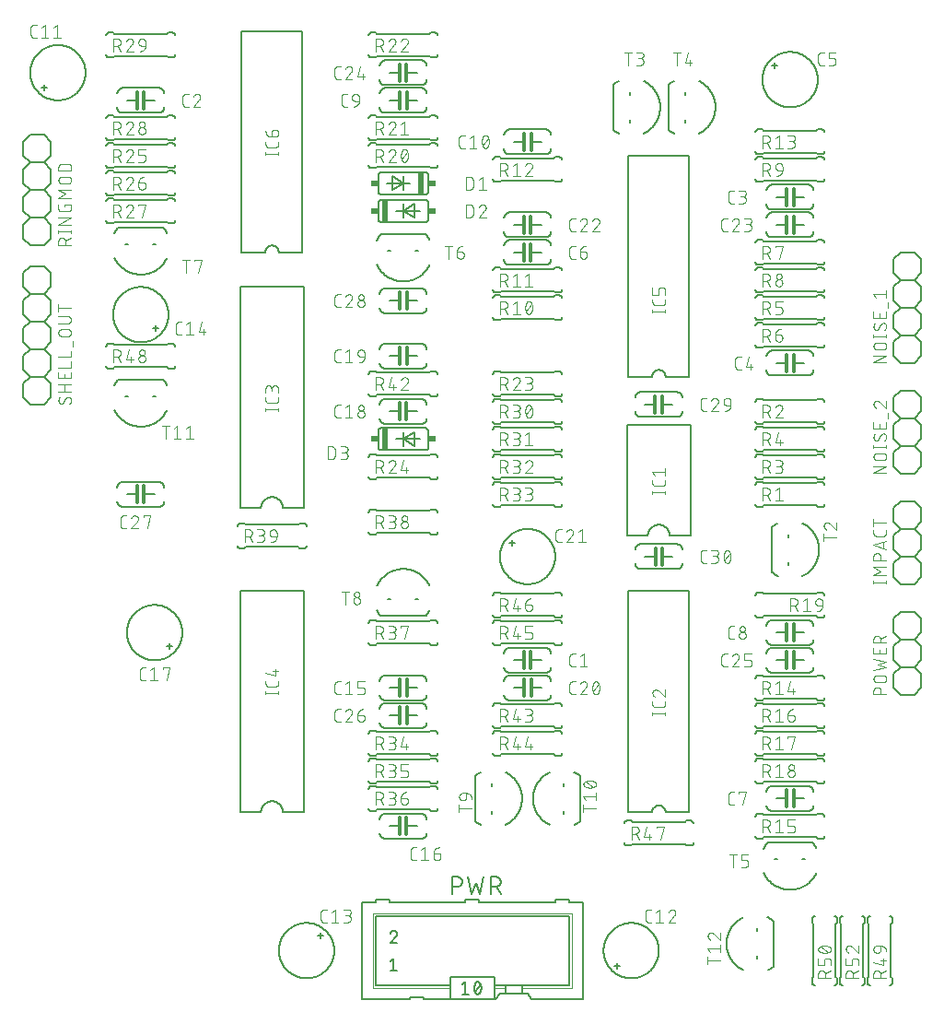
<source format=gto>
G04 EAGLE Gerber RS-274X export*
G75*
%MOMM*%
%FSLAX34Y34*%
%LPD*%
%INSilkscreen Top*%
%IPPOS*%
%AMOC8*
5,1,8,0,0,1.08239X$1,22.5*%
G01*
%ADD10C,0.152400*%
%ADD11C,0.101600*%
%ADD12C,0.127000*%
%ADD13C,0.050800*%
%ADD14C,0.304800*%
%ADD15R,0.508000X2.032000*%
%ADD16R,0.635000X0.508000*%


D10*
X558800Y53340D02*
X558800Y55880D01*
X561340Y55880D01*
X558800Y55880D02*
X558800Y58420D01*
X558800Y55880D02*
X556260Y55880D01*
X546100Y69850D02*
X546108Y70473D01*
X546131Y71096D01*
X546169Y71719D01*
X546222Y72340D01*
X546291Y72959D01*
X546375Y73577D01*
X546474Y74192D01*
X546588Y74805D01*
X546717Y75415D01*
X546861Y76022D01*
X547020Y76625D01*
X547194Y77223D01*
X547382Y77818D01*
X547585Y78407D01*
X547802Y78991D01*
X548033Y79570D01*
X548279Y80143D01*
X548539Y80710D01*
X548812Y81270D01*
X549099Y81823D01*
X549400Y82370D01*
X549714Y82908D01*
X550041Y83439D01*
X550381Y83961D01*
X550733Y84476D01*
X551099Y84981D01*
X551476Y85477D01*
X551866Y85964D01*
X552267Y86441D01*
X552680Y86908D01*
X553104Y87364D01*
X553539Y87811D01*
X553986Y88246D01*
X554442Y88670D01*
X554909Y89083D01*
X555386Y89484D01*
X555873Y89874D01*
X556369Y90251D01*
X556874Y90617D01*
X557389Y90969D01*
X557911Y91309D01*
X558442Y91636D01*
X558980Y91950D01*
X559527Y92251D01*
X560080Y92538D01*
X560640Y92811D01*
X561207Y93071D01*
X561780Y93317D01*
X562359Y93548D01*
X562943Y93765D01*
X563532Y93968D01*
X564127Y94156D01*
X564725Y94330D01*
X565328Y94489D01*
X565935Y94633D01*
X566545Y94762D01*
X567158Y94876D01*
X567773Y94975D01*
X568391Y95059D01*
X569010Y95128D01*
X569631Y95181D01*
X570254Y95219D01*
X570877Y95242D01*
X571500Y95250D01*
X572123Y95242D01*
X572746Y95219D01*
X573369Y95181D01*
X573990Y95128D01*
X574609Y95059D01*
X575227Y94975D01*
X575842Y94876D01*
X576455Y94762D01*
X577065Y94633D01*
X577672Y94489D01*
X578275Y94330D01*
X578873Y94156D01*
X579468Y93968D01*
X580057Y93765D01*
X580641Y93548D01*
X581220Y93317D01*
X581793Y93071D01*
X582360Y92811D01*
X582920Y92538D01*
X583473Y92251D01*
X584020Y91950D01*
X584558Y91636D01*
X585089Y91309D01*
X585611Y90969D01*
X586126Y90617D01*
X586631Y90251D01*
X587127Y89874D01*
X587614Y89484D01*
X588091Y89083D01*
X588558Y88670D01*
X589014Y88246D01*
X589461Y87811D01*
X589896Y87364D01*
X590320Y86908D01*
X590733Y86441D01*
X591134Y85964D01*
X591524Y85477D01*
X591901Y84981D01*
X592267Y84476D01*
X592619Y83961D01*
X592959Y83439D01*
X593286Y82908D01*
X593600Y82370D01*
X593901Y81823D01*
X594188Y81270D01*
X594461Y80710D01*
X594721Y80143D01*
X594967Y79570D01*
X595198Y78991D01*
X595415Y78407D01*
X595618Y77818D01*
X595806Y77223D01*
X595980Y76625D01*
X596139Y76022D01*
X596283Y75415D01*
X596412Y74805D01*
X596526Y74192D01*
X596625Y73577D01*
X596709Y72959D01*
X596778Y72340D01*
X596831Y71719D01*
X596869Y71096D01*
X596892Y70473D01*
X596900Y69850D01*
X596892Y69227D01*
X596869Y68604D01*
X596831Y67981D01*
X596778Y67360D01*
X596709Y66741D01*
X596625Y66123D01*
X596526Y65508D01*
X596412Y64895D01*
X596283Y64285D01*
X596139Y63678D01*
X595980Y63075D01*
X595806Y62477D01*
X595618Y61882D01*
X595415Y61293D01*
X595198Y60709D01*
X594967Y60130D01*
X594721Y59557D01*
X594461Y58990D01*
X594188Y58430D01*
X593901Y57877D01*
X593600Y57330D01*
X593286Y56792D01*
X592959Y56261D01*
X592619Y55739D01*
X592267Y55224D01*
X591901Y54719D01*
X591524Y54223D01*
X591134Y53736D01*
X590733Y53259D01*
X590320Y52792D01*
X589896Y52336D01*
X589461Y51889D01*
X589014Y51454D01*
X588558Y51030D01*
X588091Y50617D01*
X587614Y50216D01*
X587127Y49826D01*
X586631Y49449D01*
X586126Y49083D01*
X585611Y48731D01*
X585089Y48391D01*
X584558Y48064D01*
X584020Y47750D01*
X583473Y47449D01*
X582920Y47162D01*
X582360Y46889D01*
X581793Y46629D01*
X581220Y46383D01*
X580641Y46152D01*
X580057Y45935D01*
X579468Y45732D01*
X578873Y45544D01*
X578275Y45370D01*
X577672Y45211D01*
X577065Y45067D01*
X576455Y44938D01*
X575842Y44824D01*
X575227Y44725D01*
X574609Y44641D01*
X573990Y44572D01*
X573369Y44519D01*
X572746Y44481D01*
X572123Y44458D01*
X571500Y44450D01*
X570877Y44458D01*
X570254Y44481D01*
X569631Y44519D01*
X569010Y44572D01*
X568391Y44641D01*
X567773Y44725D01*
X567158Y44824D01*
X566545Y44938D01*
X565935Y45067D01*
X565328Y45211D01*
X564725Y45370D01*
X564127Y45544D01*
X563532Y45732D01*
X562943Y45935D01*
X562359Y46152D01*
X561780Y46383D01*
X561207Y46629D01*
X560640Y46889D01*
X560080Y47162D01*
X559527Y47449D01*
X558980Y47750D01*
X558442Y48064D01*
X557911Y48391D01*
X557389Y48731D01*
X556874Y49083D01*
X556369Y49449D01*
X555873Y49826D01*
X555386Y50216D01*
X554909Y50617D01*
X554442Y51030D01*
X553986Y51454D01*
X553539Y51889D01*
X553104Y52336D01*
X552680Y52792D01*
X552267Y53259D01*
X551866Y53736D01*
X551476Y54223D01*
X551099Y54719D01*
X550733Y55224D01*
X550381Y55739D01*
X550041Y56261D01*
X549714Y56792D01*
X549400Y57330D01*
X549099Y57877D01*
X548812Y58430D01*
X548539Y58990D01*
X548279Y59557D01*
X548033Y60130D01*
X547802Y60709D01*
X547585Y61293D01*
X547382Y61882D01*
X547194Y62477D01*
X547020Y63075D01*
X546861Y63678D01*
X546717Y64285D01*
X546588Y64895D01*
X546474Y65508D01*
X546375Y66123D01*
X546291Y66741D01*
X546222Y67360D01*
X546169Y67981D01*
X546131Y68604D01*
X546108Y69227D01*
X546100Y69850D01*
D11*
X587304Y95758D02*
X589901Y95758D01*
X587304Y95758D02*
X587205Y95760D01*
X587105Y95766D01*
X587006Y95775D01*
X586908Y95788D01*
X586810Y95805D01*
X586712Y95826D01*
X586616Y95851D01*
X586521Y95879D01*
X586427Y95911D01*
X586334Y95946D01*
X586242Y95985D01*
X586152Y96028D01*
X586064Y96073D01*
X585977Y96123D01*
X585893Y96175D01*
X585810Y96231D01*
X585730Y96289D01*
X585652Y96351D01*
X585577Y96416D01*
X585504Y96484D01*
X585434Y96554D01*
X585366Y96627D01*
X585301Y96702D01*
X585239Y96780D01*
X585181Y96860D01*
X585125Y96943D01*
X585073Y97027D01*
X585023Y97114D01*
X584978Y97202D01*
X584935Y97292D01*
X584896Y97384D01*
X584861Y97477D01*
X584829Y97571D01*
X584801Y97666D01*
X584776Y97762D01*
X584755Y97860D01*
X584738Y97958D01*
X584725Y98056D01*
X584716Y98155D01*
X584710Y98255D01*
X584708Y98354D01*
X584708Y104846D01*
X584710Y104945D01*
X584716Y105045D01*
X584725Y105144D01*
X584738Y105242D01*
X584755Y105340D01*
X584776Y105438D01*
X584801Y105534D01*
X584829Y105629D01*
X584861Y105723D01*
X584896Y105816D01*
X584935Y105908D01*
X584978Y105998D01*
X585023Y106086D01*
X585073Y106173D01*
X585125Y106257D01*
X585181Y106340D01*
X585239Y106420D01*
X585301Y106498D01*
X585366Y106573D01*
X585434Y106646D01*
X585504Y106716D01*
X585577Y106784D01*
X585652Y106849D01*
X585730Y106911D01*
X585810Y106969D01*
X585893Y107025D01*
X585977Y107077D01*
X586064Y107127D01*
X586152Y107172D01*
X586242Y107215D01*
X586334Y107254D01*
X586426Y107289D01*
X586521Y107321D01*
X586616Y107349D01*
X586712Y107374D01*
X586810Y107395D01*
X586908Y107412D01*
X587006Y107425D01*
X587105Y107434D01*
X587205Y107440D01*
X587304Y107442D01*
X589901Y107442D01*
X594266Y104846D02*
X597512Y107442D01*
X597512Y95758D01*
X600757Y95758D02*
X594266Y95758D01*
X609266Y107442D02*
X609373Y107440D01*
X609479Y107434D01*
X609585Y107424D01*
X609691Y107411D01*
X609797Y107393D01*
X609901Y107372D01*
X610005Y107347D01*
X610108Y107318D01*
X610209Y107286D01*
X610309Y107249D01*
X610408Y107209D01*
X610506Y107166D01*
X610602Y107119D01*
X610696Y107068D01*
X610788Y107014D01*
X610878Y106957D01*
X610966Y106897D01*
X611051Y106833D01*
X611134Y106766D01*
X611215Y106696D01*
X611293Y106624D01*
X611369Y106548D01*
X611441Y106470D01*
X611511Y106389D01*
X611578Y106306D01*
X611642Y106221D01*
X611702Y106133D01*
X611759Y106043D01*
X611813Y105951D01*
X611864Y105857D01*
X611911Y105761D01*
X611954Y105663D01*
X611994Y105564D01*
X612031Y105464D01*
X612063Y105363D01*
X612092Y105260D01*
X612117Y105156D01*
X612138Y105052D01*
X612156Y104946D01*
X612169Y104840D01*
X612179Y104734D01*
X612185Y104628D01*
X612187Y104521D01*
X609266Y107442D02*
X609145Y107440D01*
X609024Y107434D01*
X608904Y107424D01*
X608783Y107411D01*
X608664Y107393D01*
X608544Y107372D01*
X608426Y107347D01*
X608309Y107318D01*
X608192Y107285D01*
X608077Y107249D01*
X607963Y107208D01*
X607850Y107165D01*
X607738Y107117D01*
X607629Y107066D01*
X607521Y107011D01*
X607414Y106953D01*
X607310Y106892D01*
X607208Y106827D01*
X607108Y106759D01*
X607010Y106688D01*
X606914Y106614D01*
X606821Y106537D01*
X606731Y106456D01*
X606643Y106373D01*
X606558Y106287D01*
X606475Y106198D01*
X606396Y106107D01*
X606319Y106013D01*
X606246Y105917D01*
X606176Y105819D01*
X606109Y105718D01*
X606045Y105615D01*
X605985Y105510D01*
X605928Y105403D01*
X605874Y105295D01*
X605824Y105185D01*
X605778Y105073D01*
X605735Y104960D01*
X605696Y104845D01*
X611214Y102249D02*
X611293Y102326D01*
X611369Y102407D01*
X611442Y102490D01*
X611512Y102575D01*
X611579Y102663D01*
X611643Y102753D01*
X611703Y102845D01*
X611760Y102940D01*
X611814Y103036D01*
X611865Y103134D01*
X611912Y103234D01*
X611956Y103336D01*
X611996Y103439D01*
X612032Y103543D01*
X612064Y103649D01*
X612093Y103755D01*
X612118Y103863D01*
X612140Y103971D01*
X612157Y104081D01*
X612171Y104190D01*
X612180Y104300D01*
X612186Y104411D01*
X612188Y104521D01*
X611214Y102249D02*
X605696Y95758D01*
X612187Y95758D01*
D10*
X285750Y86360D02*
X285750Y83820D01*
X283210Y83820D01*
X285750Y83820D02*
X285750Y81280D01*
X285750Y83820D02*
X288290Y83820D01*
X247650Y69850D02*
X247658Y70473D01*
X247681Y71096D01*
X247719Y71719D01*
X247772Y72340D01*
X247841Y72959D01*
X247925Y73577D01*
X248024Y74192D01*
X248138Y74805D01*
X248267Y75415D01*
X248411Y76022D01*
X248570Y76625D01*
X248744Y77223D01*
X248932Y77818D01*
X249135Y78407D01*
X249352Y78991D01*
X249583Y79570D01*
X249829Y80143D01*
X250089Y80710D01*
X250362Y81270D01*
X250649Y81823D01*
X250950Y82370D01*
X251264Y82908D01*
X251591Y83439D01*
X251931Y83961D01*
X252283Y84476D01*
X252649Y84981D01*
X253026Y85477D01*
X253416Y85964D01*
X253817Y86441D01*
X254230Y86908D01*
X254654Y87364D01*
X255089Y87811D01*
X255536Y88246D01*
X255992Y88670D01*
X256459Y89083D01*
X256936Y89484D01*
X257423Y89874D01*
X257919Y90251D01*
X258424Y90617D01*
X258939Y90969D01*
X259461Y91309D01*
X259992Y91636D01*
X260530Y91950D01*
X261077Y92251D01*
X261630Y92538D01*
X262190Y92811D01*
X262757Y93071D01*
X263330Y93317D01*
X263909Y93548D01*
X264493Y93765D01*
X265082Y93968D01*
X265677Y94156D01*
X266275Y94330D01*
X266878Y94489D01*
X267485Y94633D01*
X268095Y94762D01*
X268708Y94876D01*
X269323Y94975D01*
X269941Y95059D01*
X270560Y95128D01*
X271181Y95181D01*
X271804Y95219D01*
X272427Y95242D01*
X273050Y95250D01*
X273673Y95242D01*
X274296Y95219D01*
X274919Y95181D01*
X275540Y95128D01*
X276159Y95059D01*
X276777Y94975D01*
X277392Y94876D01*
X278005Y94762D01*
X278615Y94633D01*
X279222Y94489D01*
X279825Y94330D01*
X280423Y94156D01*
X281018Y93968D01*
X281607Y93765D01*
X282191Y93548D01*
X282770Y93317D01*
X283343Y93071D01*
X283910Y92811D01*
X284470Y92538D01*
X285023Y92251D01*
X285570Y91950D01*
X286108Y91636D01*
X286639Y91309D01*
X287161Y90969D01*
X287676Y90617D01*
X288181Y90251D01*
X288677Y89874D01*
X289164Y89484D01*
X289641Y89083D01*
X290108Y88670D01*
X290564Y88246D01*
X291011Y87811D01*
X291446Y87364D01*
X291870Y86908D01*
X292283Y86441D01*
X292684Y85964D01*
X293074Y85477D01*
X293451Y84981D01*
X293817Y84476D01*
X294169Y83961D01*
X294509Y83439D01*
X294836Y82908D01*
X295150Y82370D01*
X295451Y81823D01*
X295738Y81270D01*
X296011Y80710D01*
X296271Y80143D01*
X296517Y79570D01*
X296748Y78991D01*
X296965Y78407D01*
X297168Y77818D01*
X297356Y77223D01*
X297530Y76625D01*
X297689Y76022D01*
X297833Y75415D01*
X297962Y74805D01*
X298076Y74192D01*
X298175Y73577D01*
X298259Y72959D01*
X298328Y72340D01*
X298381Y71719D01*
X298419Y71096D01*
X298442Y70473D01*
X298450Y69850D01*
X298442Y69227D01*
X298419Y68604D01*
X298381Y67981D01*
X298328Y67360D01*
X298259Y66741D01*
X298175Y66123D01*
X298076Y65508D01*
X297962Y64895D01*
X297833Y64285D01*
X297689Y63678D01*
X297530Y63075D01*
X297356Y62477D01*
X297168Y61882D01*
X296965Y61293D01*
X296748Y60709D01*
X296517Y60130D01*
X296271Y59557D01*
X296011Y58990D01*
X295738Y58430D01*
X295451Y57877D01*
X295150Y57330D01*
X294836Y56792D01*
X294509Y56261D01*
X294169Y55739D01*
X293817Y55224D01*
X293451Y54719D01*
X293074Y54223D01*
X292684Y53736D01*
X292283Y53259D01*
X291870Y52792D01*
X291446Y52336D01*
X291011Y51889D01*
X290564Y51454D01*
X290108Y51030D01*
X289641Y50617D01*
X289164Y50216D01*
X288677Y49826D01*
X288181Y49449D01*
X287676Y49083D01*
X287161Y48731D01*
X286639Y48391D01*
X286108Y48064D01*
X285570Y47750D01*
X285023Y47449D01*
X284470Y47162D01*
X283910Y46889D01*
X283343Y46629D01*
X282770Y46383D01*
X282191Y46152D01*
X281607Y45935D01*
X281018Y45732D01*
X280423Y45544D01*
X279825Y45370D01*
X279222Y45211D01*
X278615Y45067D01*
X278005Y44938D01*
X277392Y44824D01*
X276777Y44725D01*
X276159Y44641D01*
X275540Y44572D01*
X274919Y44519D01*
X274296Y44481D01*
X273673Y44458D01*
X273050Y44450D01*
X272427Y44458D01*
X271804Y44481D01*
X271181Y44519D01*
X270560Y44572D01*
X269941Y44641D01*
X269323Y44725D01*
X268708Y44824D01*
X268095Y44938D01*
X267485Y45067D01*
X266878Y45211D01*
X266275Y45370D01*
X265677Y45544D01*
X265082Y45732D01*
X264493Y45935D01*
X263909Y46152D01*
X263330Y46383D01*
X262757Y46629D01*
X262190Y46889D01*
X261630Y47162D01*
X261077Y47449D01*
X260530Y47750D01*
X259992Y48064D01*
X259461Y48391D01*
X258939Y48731D01*
X258424Y49083D01*
X257919Y49449D01*
X257423Y49826D01*
X256936Y50216D01*
X256459Y50617D01*
X255992Y51030D01*
X255536Y51454D01*
X255089Y51889D01*
X254654Y52336D01*
X254230Y52792D01*
X253817Y53259D01*
X253416Y53736D01*
X253026Y54223D01*
X252649Y54719D01*
X252283Y55224D01*
X251931Y55739D01*
X251591Y56261D01*
X251264Y56792D01*
X250950Y57330D01*
X250649Y57877D01*
X250362Y58430D01*
X250089Y58990D01*
X249829Y59557D01*
X249583Y60130D01*
X249352Y60709D01*
X249135Y61293D01*
X248932Y61882D01*
X248744Y62477D01*
X248570Y63075D01*
X248411Y63678D01*
X248267Y64285D01*
X248138Y64895D01*
X248024Y65508D01*
X247925Y66123D01*
X247841Y66741D01*
X247772Y67360D01*
X247719Y67981D01*
X247681Y68604D01*
X247658Y69227D01*
X247650Y69850D01*
D11*
X288854Y95758D02*
X291451Y95758D01*
X288854Y95758D02*
X288755Y95760D01*
X288655Y95766D01*
X288556Y95775D01*
X288458Y95788D01*
X288360Y95805D01*
X288262Y95826D01*
X288166Y95851D01*
X288071Y95879D01*
X287977Y95911D01*
X287884Y95946D01*
X287792Y95985D01*
X287702Y96028D01*
X287614Y96073D01*
X287527Y96123D01*
X287443Y96175D01*
X287360Y96231D01*
X287280Y96289D01*
X287202Y96351D01*
X287127Y96416D01*
X287054Y96484D01*
X286984Y96554D01*
X286916Y96627D01*
X286851Y96702D01*
X286789Y96780D01*
X286731Y96860D01*
X286675Y96943D01*
X286623Y97027D01*
X286573Y97114D01*
X286528Y97202D01*
X286485Y97292D01*
X286446Y97384D01*
X286411Y97477D01*
X286379Y97571D01*
X286351Y97666D01*
X286326Y97762D01*
X286305Y97860D01*
X286288Y97958D01*
X286275Y98056D01*
X286266Y98155D01*
X286260Y98255D01*
X286258Y98354D01*
X286258Y104846D01*
X286260Y104945D01*
X286266Y105045D01*
X286275Y105144D01*
X286288Y105242D01*
X286305Y105340D01*
X286326Y105438D01*
X286351Y105534D01*
X286379Y105629D01*
X286411Y105723D01*
X286446Y105816D01*
X286485Y105908D01*
X286528Y105998D01*
X286573Y106086D01*
X286623Y106173D01*
X286675Y106257D01*
X286731Y106340D01*
X286789Y106420D01*
X286851Y106498D01*
X286916Y106573D01*
X286984Y106646D01*
X287054Y106716D01*
X287127Y106784D01*
X287202Y106849D01*
X287280Y106911D01*
X287360Y106969D01*
X287443Y107025D01*
X287527Y107077D01*
X287614Y107127D01*
X287702Y107172D01*
X287792Y107215D01*
X287884Y107254D01*
X287976Y107289D01*
X288071Y107321D01*
X288166Y107349D01*
X288262Y107374D01*
X288360Y107395D01*
X288458Y107412D01*
X288556Y107425D01*
X288655Y107434D01*
X288755Y107440D01*
X288854Y107442D01*
X291451Y107442D01*
X295816Y104846D02*
X299062Y107442D01*
X299062Y95758D01*
X302307Y95758D02*
X295816Y95758D01*
X307246Y95758D02*
X310492Y95758D01*
X310605Y95760D01*
X310718Y95766D01*
X310831Y95776D01*
X310944Y95790D01*
X311056Y95807D01*
X311167Y95829D01*
X311277Y95854D01*
X311387Y95884D01*
X311495Y95917D01*
X311602Y95954D01*
X311708Y95994D01*
X311812Y96039D01*
X311915Y96087D01*
X312016Y96138D01*
X312115Y96193D01*
X312212Y96251D01*
X312307Y96313D01*
X312400Y96378D01*
X312490Y96446D01*
X312578Y96517D01*
X312664Y96592D01*
X312747Y96669D01*
X312827Y96749D01*
X312904Y96832D01*
X312979Y96918D01*
X313050Y97006D01*
X313118Y97096D01*
X313183Y97189D01*
X313245Y97284D01*
X313303Y97381D01*
X313358Y97480D01*
X313409Y97581D01*
X313457Y97684D01*
X313502Y97788D01*
X313542Y97894D01*
X313579Y98001D01*
X313612Y98109D01*
X313642Y98219D01*
X313667Y98329D01*
X313689Y98440D01*
X313706Y98552D01*
X313720Y98665D01*
X313730Y98778D01*
X313736Y98891D01*
X313738Y99004D01*
X313736Y99117D01*
X313730Y99230D01*
X313720Y99343D01*
X313706Y99456D01*
X313689Y99568D01*
X313667Y99679D01*
X313642Y99789D01*
X313612Y99899D01*
X313579Y100007D01*
X313542Y100114D01*
X313502Y100220D01*
X313457Y100324D01*
X313409Y100427D01*
X313358Y100528D01*
X313303Y100627D01*
X313245Y100724D01*
X313183Y100819D01*
X313118Y100912D01*
X313050Y101002D01*
X312979Y101090D01*
X312904Y101176D01*
X312827Y101259D01*
X312747Y101339D01*
X312664Y101416D01*
X312578Y101491D01*
X312490Y101562D01*
X312400Y101630D01*
X312307Y101695D01*
X312212Y101757D01*
X312115Y101815D01*
X312016Y101870D01*
X311915Y101921D01*
X311812Y101969D01*
X311708Y102014D01*
X311602Y102054D01*
X311495Y102091D01*
X311387Y102124D01*
X311277Y102154D01*
X311167Y102179D01*
X311056Y102201D01*
X310944Y102218D01*
X310831Y102232D01*
X310718Y102242D01*
X310605Y102248D01*
X310492Y102250D01*
X311141Y107442D02*
X307246Y107442D01*
X311141Y107442D02*
X311242Y107440D01*
X311342Y107434D01*
X311442Y107424D01*
X311542Y107411D01*
X311641Y107393D01*
X311740Y107372D01*
X311837Y107347D01*
X311934Y107318D01*
X312029Y107285D01*
X312123Y107249D01*
X312215Y107209D01*
X312306Y107166D01*
X312395Y107119D01*
X312482Y107069D01*
X312568Y107015D01*
X312651Y106958D01*
X312731Y106898D01*
X312810Y106835D01*
X312886Y106768D01*
X312959Y106699D01*
X313029Y106627D01*
X313097Y106553D01*
X313162Y106476D01*
X313223Y106396D01*
X313282Y106314D01*
X313337Y106230D01*
X313389Y106144D01*
X313438Y106056D01*
X313483Y105966D01*
X313525Y105874D01*
X313563Y105781D01*
X313597Y105686D01*
X313628Y105591D01*
X313655Y105494D01*
X313678Y105396D01*
X313698Y105297D01*
X313713Y105197D01*
X313725Y105097D01*
X313733Y104997D01*
X313737Y104896D01*
X313737Y104796D01*
X313733Y104695D01*
X313725Y104595D01*
X313713Y104495D01*
X313698Y104395D01*
X313678Y104296D01*
X313655Y104198D01*
X313628Y104101D01*
X313597Y104006D01*
X313563Y103911D01*
X313525Y103818D01*
X313483Y103726D01*
X313438Y103636D01*
X313389Y103548D01*
X313337Y103462D01*
X313282Y103378D01*
X313223Y103296D01*
X313162Y103216D01*
X313097Y103139D01*
X313029Y103065D01*
X312959Y102993D01*
X312886Y102924D01*
X312810Y102857D01*
X312731Y102794D01*
X312651Y102734D01*
X312568Y102677D01*
X312482Y102623D01*
X312395Y102573D01*
X312306Y102526D01*
X312215Y102483D01*
X312123Y102443D01*
X312029Y102407D01*
X311934Y102374D01*
X311837Y102345D01*
X311740Y102320D01*
X311641Y102299D01*
X311542Y102281D01*
X311442Y102268D01*
X311342Y102258D01*
X311242Y102252D01*
X311141Y102250D01*
X311141Y102249D02*
X308544Y102249D01*
D12*
X336550Y101600D02*
X514350Y101600D01*
X514350Y38100D01*
X336550Y38100D02*
X336550Y101600D01*
X336550Y114300D02*
X323850Y114300D01*
X480060Y25400D02*
X527050Y25400D01*
X527050Y114300D01*
X323850Y114300D02*
X323850Y25400D01*
X471170Y38100D02*
X514350Y38100D01*
X445770Y45720D02*
X405130Y45720D01*
X405130Y38100D01*
X336550Y38100D01*
X405130Y38100D02*
X405130Y35560D01*
X445770Y38100D02*
X445770Y45720D01*
X445770Y38100D02*
X445770Y35560D01*
X514350Y114300D02*
X514350Y116840D01*
X501650Y116840D01*
X501650Y114300D01*
X514350Y114300D02*
X527050Y114300D01*
X431800Y116840D02*
X419100Y116840D01*
X431800Y116840D02*
X431800Y114300D01*
X501650Y114300D01*
X419100Y114300D02*
X419100Y116840D01*
X349250Y116840D02*
X336550Y116840D01*
X336550Y114300D01*
X349250Y114300D02*
X349250Y116840D01*
X349250Y114300D02*
X419100Y114300D01*
X445770Y25400D02*
X447040Y25400D01*
X445770Y25400D02*
X405130Y25400D01*
X455930Y35560D02*
X455930Y38100D01*
X445770Y38100D01*
X471170Y38100D02*
X471170Y35560D01*
X471170Y38100D02*
X455930Y38100D01*
X450850Y30480D02*
X447040Y25400D01*
X476250Y30480D02*
X480060Y25400D01*
X476250Y30480D02*
X471170Y30480D01*
D13*
X455930Y35560D02*
X445770Y35560D01*
D12*
X445770Y25400D01*
D13*
X471170Y35560D02*
X516890Y35560D01*
X516890Y104140D01*
X334010Y104140D01*
X334010Y35560D01*
X405130Y35560D01*
D12*
X405130Y25400D01*
X455930Y30480D02*
X455930Y35560D01*
X455930Y30480D02*
X450850Y30480D01*
X471170Y30480D02*
X471170Y35560D01*
X471170Y30480D02*
X455930Y30480D01*
X405130Y25400D02*
X381000Y25400D01*
X381000Y26670D01*
X368300Y26670D01*
X368300Y25400D01*
X323850Y25400D01*
X415925Y38735D02*
X419100Y41275D01*
X419100Y29845D01*
X415925Y29845D02*
X422275Y29845D01*
X427355Y35560D02*
X427358Y35785D01*
X427366Y36010D01*
X427379Y36234D01*
X427398Y36458D01*
X427422Y36682D01*
X427451Y36905D01*
X427486Y37127D01*
X427526Y37348D01*
X427572Y37568D01*
X427622Y37787D01*
X427678Y38005D01*
X427739Y38222D01*
X427805Y38437D01*
X427876Y38650D01*
X427953Y38861D01*
X428034Y39071D01*
X428120Y39279D01*
X428211Y39484D01*
X428307Y39687D01*
X428307Y39688D02*
X428339Y39776D01*
X428375Y39863D01*
X428414Y39949D01*
X428457Y40033D01*
X428503Y40115D01*
X428552Y40195D01*
X428604Y40273D01*
X428660Y40349D01*
X428718Y40423D01*
X428780Y40494D01*
X428844Y40563D01*
X428911Y40629D01*
X428980Y40692D01*
X429052Y40753D01*
X429126Y40811D01*
X429203Y40865D01*
X429281Y40917D01*
X429362Y40965D01*
X429444Y41010D01*
X429529Y41052D01*
X429615Y41090D01*
X429702Y41125D01*
X429790Y41157D01*
X429880Y41184D01*
X429971Y41209D01*
X430063Y41229D01*
X430155Y41246D01*
X430249Y41259D01*
X430342Y41268D01*
X430436Y41274D01*
X430530Y41276D01*
X430624Y41274D01*
X430718Y41268D01*
X430811Y41259D01*
X430905Y41246D01*
X430997Y41229D01*
X431089Y41209D01*
X431180Y41184D01*
X431270Y41157D01*
X431358Y41125D01*
X431445Y41090D01*
X431531Y41052D01*
X431616Y41010D01*
X431698Y40965D01*
X431779Y40917D01*
X431857Y40865D01*
X431934Y40811D01*
X432008Y40753D01*
X432080Y40692D01*
X432149Y40629D01*
X432216Y40563D01*
X432280Y40494D01*
X432342Y40423D01*
X432400Y40349D01*
X432456Y40273D01*
X432508Y40195D01*
X432557Y40115D01*
X432603Y40033D01*
X432646Y39949D01*
X432685Y39863D01*
X432721Y39776D01*
X432753Y39688D01*
X432753Y39687D02*
X432849Y39484D01*
X432940Y39279D01*
X433026Y39071D01*
X433107Y38861D01*
X433184Y38650D01*
X433255Y38437D01*
X433321Y38222D01*
X433382Y38005D01*
X433438Y37787D01*
X433488Y37568D01*
X433534Y37348D01*
X433574Y37127D01*
X433609Y36905D01*
X433638Y36682D01*
X433662Y36458D01*
X433681Y36234D01*
X433694Y36010D01*
X433702Y35785D01*
X433705Y35560D01*
X427355Y35560D02*
X427358Y35335D01*
X427366Y35110D01*
X427379Y34886D01*
X427398Y34662D01*
X427422Y34438D01*
X427451Y34215D01*
X427486Y33993D01*
X427526Y33772D01*
X427572Y33552D01*
X427622Y33333D01*
X427678Y33115D01*
X427739Y32898D01*
X427805Y32683D01*
X427876Y32470D01*
X427953Y32259D01*
X428034Y32049D01*
X428120Y31841D01*
X428211Y31636D01*
X428307Y31433D01*
X428339Y31345D01*
X428375Y31258D01*
X428414Y31172D01*
X428457Y31088D01*
X428503Y31006D01*
X428552Y30926D01*
X428604Y30848D01*
X428660Y30772D01*
X428718Y30698D01*
X428780Y30627D01*
X428844Y30558D01*
X428911Y30492D01*
X428980Y30429D01*
X429052Y30368D01*
X429126Y30310D01*
X429203Y30256D01*
X429281Y30204D01*
X429362Y30156D01*
X429444Y30111D01*
X429529Y30069D01*
X429615Y30031D01*
X429702Y29996D01*
X429790Y29964D01*
X429880Y29937D01*
X429971Y29912D01*
X430063Y29892D01*
X430155Y29875D01*
X430249Y29862D01*
X430342Y29853D01*
X430436Y29847D01*
X430530Y29845D01*
X432753Y31433D02*
X432849Y31636D01*
X432940Y31841D01*
X433026Y32049D01*
X433107Y32259D01*
X433184Y32470D01*
X433255Y32683D01*
X433321Y32898D01*
X433382Y33115D01*
X433438Y33333D01*
X433488Y33552D01*
X433534Y33772D01*
X433574Y33993D01*
X433609Y34215D01*
X433638Y34438D01*
X433662Y34662D01*
X433681Y34886D01*
X433694Y35110D01*
X433702Y35335D01*
X433705Y35560D01*
X432753Y31433D02*
X432721Y31345D01*
X432685Y31258D01*
X432646Y31172D01*
X432603Y31088D01*
X432557Y31006D01*
X432508Y30926D01*
X432456Y30848D01*
X432400Y30772D01*
X432342Y30698D01*
X432280Y30627D01*
X432216Y30558D01*
X432149Y30492D01*
X432080Y30429D01*
X432008Y30368D01*
X431934Y30310D01*
X431857Y30256D01*
X431779Y30204D01*
X431698Y30156D01*
X431616Y30111D01*
X431531Y30069D01*
X431445Y30031D01*
X431358Y29996D01*
X431270Y29964D01*
X431180Y29937D01*
X431089Y29912D01*
X430997Y29892D01*
X430905Y29875D01*
X430811Y29862D01*
X430718Y29853D01*
X430624Y29847D01*
X430530Y29845D01*
X427990Y32385D02*
X433070Y38735D01*
X353060Y62865D02*
X349885Y60325D01*
X353060Y62865D02*
X353060Y51435D01*
X349885Y51435D02*
X356235Y51435D01*
X356236Y85408D02*
X356234Y85512D01*
X356228Y85617D01*
X356219Y85721D01*
X356206Y85824D01*
X356188Y85927D01*
X356168Y86029D01*
X356143Y86131D01*
X356115Y86231D01*
X356083Y86331D01*
X356047Y86429D01*
X356008Y86526D01*
X355966Y86621D01*
X355920Y86715D01*
X355870Y86807D01*
X355818Y86897D01*
X355762Y86985D01*
X355702Y87071D01*
X355640Y87155D01*
X355575Y87236D01*
X355507Y87315D01*
X355435Y87392D01*
X355362Y87465D01*
X355285Y87537D01*
X355206Y87605D01*
X355125Y87670D01*
X355041Y87732D01*
X354955Y87792D01*
X354867Y87848D01*
X354777Y87900D01*
X354685Y87950D01*
X354591Y87996D01*
X354496Y88038D01*
X354399Y88077D01*
X354301Y88113D01*
X354201Y88145D01*
X354101Y88173D01*
X353999Y88198D01*
X353897Y88218D01*
X353794Y88236D01*
X353691Y88249D01*
X353587Y88258D01*
X353482Y88264D01*
X353378Y88266D01*
X353378Y88265D02*
X353260Y88263D01*
X353141Y88257D01*
X353023Y88248D01*
X352906Y88235D01*
X352789Y88217D01*
X352672Y88197D01*
X352556Y88172D01*
X352441Y88144D01*
X352328Y88111D01*
X352215Y88076D01*
X352103Y88036D01*
X351993Y87994D01*
X351884Y87947D01*
X351776Y87897D01*
X351671Y87844D01*
X351567Y87787D01*
X351465Y87727D01*
X351365Y87664D01*
X351267Y87597D01*
X351171Y87528D01*
X351078Y87455D01*
X350987Y87379D01*
X350898Y87301D01*
X350812Y87219D01*
X350729Y87135D01*
X350648Y87049D01*
X350571Y86959D01*
X350496Y86868D01*
X350424Y86774D01*
X350355Y86677D01*
X350290Y86579D01*
X350227Y86478D01*
X350168Y86375D01*
X350112Y86271D01*
X350060Y86165D01*
X350011Y86057D01*
X349966Y85948D01*
X349924Y85837D01*
X349886Y85725D01*
X355283Y83186D02*
X355359Y83261D01*
X355434Y83340D01*
X355505Y83421D01*
X355574Y83505D01*
X355639Y83591D01*
X355701Y83679D01*
X355761Y83769D01*
X355817Y83861D01*
X355870Y83956D01*
X355919Y84052D01*
X355965Y84150D01*
X356008Y84249D01*
X356047Y84350D01*
X356082Y84452D01*
X356114Y84555D01*
X356142Y84659D01*
X356167Y84764D01*
X356188Y84871D01*
X356205Y84977D01*
X356218Y85084D01*
X356227Y85192D01*
X356233Y85300D01*
X356235Y85408D01*
X355283Y83185D02*
X349885Y76835D01*
X356235Y76835D01*
D10*
X407162Y121412D02*
X407162Y137668D01*
X411678Y137668D01*
X411811Y137666D01*
X411943Y137660D01*
X412075Y137650D01*
X412207Y137637D01*
X412339Y137619D01*
X412469Y137598D01*
X412600Y137573D01*
X412729Y137544D01*
X412857Y137511D01*
X412985Y137475D01*
X413111Y137435D01*
X413236Y137391D01*
X413360Y137343D01*
X413482Y137292D01*
X413603Y137237D01*
X413722Y137179D01*
X413840Y137117D01*
X413955Y137052D01*
X414069Y136983D01*
X414180Y136912D01*
X414289Y136836D01*
X414396Y136758D01*
X414501Y136677D01*
X414603Y136592D01*
X414703Y136505D01*
X414800Y136415D01*
X414895Y136322D01*
X414986Y136226D01*
X415075Y136128D01*
X415161Y136027D01*
X415244Y135923D01*
X415324Y135817D01*
X415400Y135709D01*
X415474Y135599D01*
X415544Y135486D01*
X415611Y135372D01*
X415674Y135255D01*
X415734Y135137D01*
X415791Y135017D01*
X415844Y134895D01*
X415893Y134772D01*
X415939Y134648D01*
X415981Y134522D01*
X416019Y134395D01*
X416054Y134267D01*
X416085Y134138D01*
X416112Y134009D01*
X416135Y133878D01*
X416155Y133747D01*
X416170Y133615D01*
X416182Y133483D01*
X416190Y133351D01*
X416194Y133218D01*
X416194Y133086D01*
X416190Y132953D01*
X416182Y132821D01*
X416170Y132689D01*
X416155Y132557D01*
X416135Y132426D01*
X416112Y132295D01*
X416085Y132166D01*
X416054Y132037D01*
X416019Y131909D01*
X415981Y131782D01*
X415939Y131656D01*
X415893Y131532D01*
X415844Y131409D01*
X415791Y131287D01*
X415734Y131167D01*
X415674Y131049D01*
X415611Y130932D01*
X415544Y130818D01*
X415474Y130705D01*
X415400Y130595D01*
X415324Y130487D01*
X415244Y130381D01*
X415161Y130277D01*
X415075Y130176D01*
X414986Y130078D01*
X414895Y129982D01*
X414800Y129889D01*
X414703Y129799D01*
X414603Y129712D01*
X414501Y129627D01*
X414396Y129546D01*
X414289Y129468D01*
X414180Y129392D01*
X414069Y129321D01*
X413955Y129252D01*
X413840Y129187D01*
X413722Y129125D01*
X413603Y129067D01*
X413482Y129012D01*
X413360Y128961D01*
X413236Y128913D01*
X413111Y128869D01*
X412985Y128829D01*
X412857Y128793D01*
X412729Y128760D01*
X412600Y128731D01*
X412469Y128706D01*
X412339Y128685D01*
X412207Y128667D01*
X412075Y128654D01*
X411943Y128644D01*
X411811Y128638D01*
X411678Y128636D01*
X411678Y128637D02*
X407162Y128637D01*
X421436Y137668D02*
X425049Y121412D01*
X428661Y132249D01*
X432273Y121412D01*
X435886Y137668D01*
X442473Y137668D02*
X442473Y121412D01*
X442473Y137668D02*
X446989Y137668D01*
X447122Y137666D01*
X447254Y137660D01*
X447386Y137650D01*
X447518Y137637D01*
X447650Y137619D01*
X447780Y137598D01*
X447911Y137573D01*
X448040Y137544D01*
X448168Y137511D01*
X448296Y137475D01*
X448422Y137435D01*
X448547Y137391D01*
X448671Y137343D01*
X448793Y137292D01*
X448914Y137237D01*
X449033Y137179D01*
X449151Y137117D01*
X449266Y137052D01*
X449380Y136983D01*
X449491Y136912D01*
X449600Y136836D01*
X449707Y136758D01*
X449812Y136677D01*
X449914Y136592D01*
X450014Y136505D01*
X450111Y136415D01*
X450206Y136322D01*
X450297Y136226D01*
X450386Y136128D01*
X450472Y136027D01*
X450555Y135923D01*
X450635Y135817D01*
X450711Y135709D01*
X450785Y135599D01*
X450855Y135486D01*
X450922Y135372D01*
X450985Y135255D01*
X451045Y135137D01*
X451102Y135017D01*
X451155Y134895D01*
X451204Y134772D01*
X451250Y134648D01*
X451292Y134522D01*
X451330Y134395D01*
X451365Y134267D01*
X451396Y134138D01*
X451423Y134009D01*
X451446Y133878D01*
X451466Y133747D01*
X451481Y133615D01*
X451493Y133483D01*
X451501Y133351D01*
X451505Y133218D01*
X451505Y133086D01*
X451501Y132953D01*
X451493Y132821D01*
X451481Y132689D01*
X451466Y132557D01*
X451446Y132426D01*
X451423Y132295D01*
X451396Y132166D01*
X451365Y132037D01*
X451330Y131909D01*
X451292Y131782D01*
X451250Y131656D01*
X451204Y131532D01*
X451155Y131409D01*
X451102Y131287D01*
X451045Y131167D01*
X450985Y131049D01*
X450922Y130932D01*
X450855Y130818D01*
X450785Y130705D01*
X450711Y130595D01*
X450635Y130487D01*
X450555Y130381D01*
X450472Y130277D01*
X450386Y130176D01*
X450297Y130078D01*
X450206Y129982D01*
X450111Y129889D01*
X450014Y129799D01*
X449914Y129712D01*
X449812Y129627D01*
X449707Y129546D01*
X449600Y129468D01*
X449491Y129392D01*
X449380Y129321D01*
X449266Y129252D01*
X449151Y129187D01*
X449033Y129125D01*
X448914Y129067D01*
X448793Y129012D01*
X448671Y128961D01*
X448547Y128913D01*
X448422Y128869D01*
X448296Y128829D01*
X448168Y128793D01*
X448040Y128760D01*
X447911Y128731D01*
X447780Y128706D01*
X447650Y128685D01*
X447518Y128667D01*
X447386Y128654D01*
X447254Y128644D01*
X447122Y128638D01*
X446989Y128636D01*
X446989Y128637D02*
X442473Y128637D01*
X447892Y128637D02*
X451505Y121412D01*
X603250Y196850D02*
X624840Y196850D01*
X603250Y196850D02*
X603248Y197008D01*
X603242Y197167D01*
X603232Y197325D01*
X603218Y197482D01*
X603201Y197640D01*
X603179Y197796D01*
X603154Y197953D01*
X603124Y198108D01*
X603091Y198263D01*
X603054Y198417D01*
X603013Y198570D01*
X602968Y198722D01*
X602919Y198872D01*
X602867Y199022D01*
X602811Y199170D01*
X602751Y199317D01*
X602688Y199462D01*
X602621Y199605D01*
X602551Y199747D01*
X602477Y199887D01*
X602399Y200025D01*
X602318Y200161D01*
X602234Y200295D01*
X602147Y200427D01*
X602056Y200557D01*
X601962Y200684D01*
X601865Y200809D01*
X601764Y200932D01*
X601661Y201052D01*
X601555Y201169D01*
X601446Y201284D01*
X601334Y201396D01*
X601219Y201505D01*
X601102Y201611D01*
X600982Y201714D01*
X600859Y201815D01*
X600734Y201912D01*
X600607Y202006D01*
X600477Y202097D01*
X600345Y202184D01*
X600211Y202268D01*
X600075Y202349D01*
X599937Y202427D01*
X599797Y202501D01*
X599655Y202571D01*
X599512Y202638D01*
X599367Y202701D01*
X599220Y202761D01*
X599072Y202817D01*
X598922Y202869D01*
X598772Y202918D01*
X598620Y202963D01*
X598467Y203004D01*
X598313Y203041D01*
X598158Y203074D01*
X598003Y203104D01*
X597846Y203129D01*
X597690Y203151D01*
X597532Y203168D01*
X597375Y203182D01*
X597217Y203192D01*
X597058Y203198D01*
X596900Y203200D01*
X596742Y203198D01*
X596583Y203192D01*
X596425Y203182D01*
X596268Y203168D01*
X596110Y203151D01*
X595954Y203129D01*
X595797Y203104D01*
X595642Y203074D01*
X595487Y203041D01*
X595333Y203004D01*
X595180Y202963D01*
X595028Y202918D01*
X594878Y202869D01*
X594728Y202817D01*
X594580Y202761D01*
X594433Y202701D01*
X594288Y202638D01*
X594145Y202571D01*
X594003Y202501D01*
X593863Y202427D01*
X593725Y202349D01*
X593589Y202268D01*
X593455Y202184D01*
X593323Y202097D01*
X593193Y202006D01*
X593066Y201912D01*
X592941Y201815D01*
X592818Y201714D01*
X592698Y201611D01*
X592581Y201505D01*
X592466Y201396D01*
X592354Y201284D01*
X592245Y201169D01*
X592139Y201052D01*
X592036Y200932D01*
X591935Y200809D01*
X591838Y200684D01*
X591744Y200557D01*
X591653Y200427D01*
X591566Y200295D01*
X591482Y200161D01*
X591401Y200025D01*
X591323Y199887D01*
X591249Y199747D01*
X591179Y199605D01*
X591112Y199462D01*
X591049Y199317D01*
X590989Y199170D01*
X590933Y199022D01*
X590881Y198872D01*
X590832Y198722D01*
X590787Y198570D01*
X590746Y198417D01*
X590709Y198263D01*
X590676Y198108D01*
X590646Y197953D01*
X590621Y197796D01*
X590599Y197640D01*
X590582Y197482D01*
X590568Y197325D01*
X590558Y197167D01*
X590552Y197008D01*
X590550Y196850D01*
X624840Y196850D02*
X624840Y400050D01*
X568960Y400050D01*
X568960Y196850D01*
X590550Y196850D01*
D11*
X591058Y287556D02*
X602742Y287556D01*
X602742Y286258D02*
X602742Y288854D01*
X591058Y288854D02*
X591058Y286258D01*
X602742Y296018D02*
X602742Y298614D01*
X602742Y296018D02*
X602740Y295919D01*
X602734Y295819D01*
X602725Y295720D01*
X602712Y295622D01*
X602695Y295524D01*
X602674Y295426D01*
X602649Y295330D01*
X602621Y295235D01*
X602589Y295141D01*
X602554Y295048D01*
X602515Y294956D01*
X602472Y294866D01*
X602427Y294778D01*
X602377Y294691D01*
X602325Y294607D01*
X602269Y294524D01*
X602211Y294444D01*
X602149Y294366D01*
X602084Y294291D01*
X602016Y294218D01*
X601946Y294148D01*
X601873Y294080D01*
X601798Y294015D01*
X601720Y293953D01*
X601640Y293895D01*
X601557Y293839D01*
X601473Y293787D01*
X601386Y293737D01*
X601298Y293692D01*
X601208Y293649D01*
X601116Y293610D01*
X601023Y293575D01*
X600929Y293543D01*
X600834Y293515D01*
X600738Y293490D01*
X600640Y293469D01*
X600542Y293452D01*
X600444Y293439D01*
X600345Y293430D01*
X600245Y293424D01*
X600146Y293422D01*
X600146Y293421D02*
X593654Y293421D01*
X593555Y293423D01*
X593455Y293429D01*
X593356Y293438D01*
X593258Y293451D01*
X593160Y293469D01*
X593062Y293489D01*
X592966Y293514D01*
X592870Y293542D01*
X592776Y293574D01*
X592683Y293609D01*
X592592Y293648D01*
X592502Y293691D01*
X592413Y293736D01*
X592327Y293786D01*
X592242Y293838D01*
X592160Y293894D01*
X592080Y293953D01*
X592002Y294014D01*
X591926Y294079D01*
X591853Y294147D01*
X591783Y294217D01*
X591715Y294290D01*
X591650Y294366D01*
X591589Y294444D01*
X591530Y294524D01*
X591474Y294606D01*
X591422Y294691D01*
X591373Y294777D01*
X591327Y294866D01*
X591284Y294956D01*
X591245Y295047D01*
X591210Y295140D01*
X591178Y295234D01*
X591150Y295330D01*
X591125Y295426D01*
X591105Y295524D01*
X591087Y295622D01*
X591074Y295720D01*
X591065Y295819D01*
X591059Y295918D01*
X591057Y296018D01*
X591058Y296018D02*
X591058Y298614D01*
X591058Y306550D02*
X591060Y306657D01*
X591066Y306763D01*
X591076Y306869D01*
X591089Y306975D01*
X591107Y307081D01*
X591128Y307185D01*
X591153Y307289D01*
X591182Y307392D01*
X591214Y307493D01*
X591251Y307593D01*
X591291Y307692D01*
X591334Y307790D01*
X591381Y307886D01*
X591432Y307980D01*
X591486Y308072D01*
X591543Y308162D01*
X591603Y308250D01*
X591667Y308335D01*
X591734Y308418D01*
X591804Y308499D01*
X591876Y308577D01*
X591952Y308653D01*
X592030Y308725D01*
X592111Y308795D01*
X592194Y308862D01*
X592279Y308926D01*
X592367Y308986D01*
X592457Y309043D01*
X592549Y309097D01*
X592643Y309148D01*
X592739Y309195D01*
X592837Y309238D01*
X592936Y309278D01*
X593036Y309315D01*
X593137Y309347D01*
X593240Y309376D01*
X593344Y309401D01*
X593448Y309422D01*
X593554Y309440D01*
X593660Y309453D01*
X593766Y309463D01*
X593872Y309469D01*
X593979Y309471D01*
X591058Y306550D02*
X591060Y306429D01*
X591066Y306308D01*
X591076Y306188D01*
X591089Y306067D01*
X591107Y305948D01*
X591128Y305828D01*
X591153Y305710D01*
X591182Y305593D01*
X591215Y305476D01*
X591251Y305361D01*
X591292Y305247D01*
X591335Y305134D01*
X591383Y305022D01*
X591434Y304913D01*
X591489Y304805D01*
X591547Y304698D01*
X591608Y304594D01*
X591673Y304492D01*
X591741Y304392D01*
X591812Y304294D01*
X591886Y304198D01*
X591963Y304105D01*
X592044Y304015D01*
X592127Y303927D01*
X592213Y303842D01*
X592302Y303759D01*
X592393Y303680D01*
X592487Y303603D01*
X592583Y303530D01*
X592681Y303460D01*
X592782Y303393D01*
X592885Y303329D01*
X592990Y303269D01*
X593097Y303211D01*
X593205Y303158D01*
X593315Y303108D01*
X593427Y303062D01*
X593540Y303019D01*
X593655Y302980D01*
X596251Y308496D02*
X596173Y308575D01*
X596093Y308651D01*
X596010Y308724D01*
X595924Y308794D01*
X595837Y308861D01*
X595746Y308925D01*
X595654Y308985D01*
X595560Y309043D01*
X595463Y309097D01*
X595365Y309147D01*
X595265Y309194D01*
X595164Y309238D01*
X595061Y309278D01*
X594956Y309314D01*
X594851Y309346D01*
X594744Y309375D01*
X594637Y309400D01*
X594528Y309422D01*
X594419Y309439D01*
X594310Y309453D01*
X594200Y309462D01*
X594089Y309468D01*
X593979Y309470D01*
X596251Y308497D02*
X602742Y302980D01*
X602742Y309471D01*
D10*
X212090Y476250D02*
X212090Y679450D01*
X270510Y679450D02*
X270510Y476250D01*
X270510Y679450D02*
X212090Y679450D01*
X212090Y476250D02*
X231140Y476250D01*
X251460Y476250D02*
X270510Y476250D01*
X251460Y476250D02*
X251457Y476497D01*
X251448Y476745D01*
X251433Y476992D01*
X251412Y477238D01*
X251385Y477484D01*
X251352Y477729D01*
X251313Y477974D01*
X251268Y478217D01*
X251217Y478459D01*
X251160Y478700D01*
X251098Y478939D01*
X251029Y479177D01*
X250955Y479413D01*
X250875Y479647D01*
X250790Y479879D01*
X250698Y480109D01*
X250602Y480337D01*
X250499Y480562D01*
X250392Y480785D01*
X250278Y481005D01*
X250160Y481222D01*
X250036Y481437D01*
X249907Y481648D01*
X249773Y481856D01*
X249634Y482061D01*
X249490Y482262D01*
X249342Y482460D01*
X249188Y482654D01*
X249030Y482844D01*
X248867Y483030D01*
X248700Y483212D01*
X248528Y483390D01*
X248352Y483564D01*
X248172Y483734D01*
X247987Y483899D01*
X247799Y484059D01*
X247607Y484215D01*
X247411Y484367D01*
X247212Y484513D01*
X247009Y484655D01*
X246802Y484791D01*
X246593Y484923D01*
X246380Y485049D01*
X246164Y485170D01*
X245946Y485286D01*
X245724Y485396D01*
X245500Y485501D01*
X245274Y485601D01*
X245045Y485695D01*
X244814Y485783D01*
X244580Y485866D01*
X244345Y485943D01*
X244108Y486014D01*
X243870Y486080D01*
X243630Y486139D01*
X243388Y486193D01*
X243145Y486241D01*
X242902Y486283D01*
X242657Y486319D01*
X242411Y486349D01*
X242165Y486373D01*
X241918Y486391D01*
X241671Y486403D01*
X241424Y486409D01*
X241176Y486409D01*
X240929Y486403D01*
X240682Y486391D01*
X240435Y486373D01*
X240189Y486349D01*
X239943Y486319D01*
X239698Y486283D01*
X239455Y486241D01*
X239212Y486193D01*
X238970Y486139D01*
X238730Y486080D01*
X238492Y486014D01*
X238255Y485943D01*
X238020Y485866D01*
X237786Y485783D01*
X237555Y485695D01*
X237326Y485601D01*
X237100Y485501D01*
X236876Y485396D01*
X236654Y485286D01*
X236436Y485170D01*
X236220Y485049D01*
X236007Y484923D01*
X235798Y484791D01*
X235591Y484655D01*
X235388Y484513D01*
X235189Y484367D01*
X234993Y484215D01*
X234801Y484059D01*
X234613Y483899D01*
X234428Y483734D01*
X234248Y483564D01*
X234072Y483390D01*
X233900Y483212D01*
X233733Y483030D01*
X233570Y482844D01*
X233412Y482654D01*
X233258Y482460D01*
X233110Y482262D01*
X232966Y482061D01*
X232827Y481856D01*
X232693Y481648D01*
X232564Y481437D01*
X232440Y481222D01*
X232322Y481005D01*
X232208Y480785D01*
X232101Y480562D01*
X231998Y480337D01*
X231902Y480109D01*
X231810Y479879D01*
X231725Y479647D01*
X231645Y479413D01*
X231571Y479177D01*
X231502Y478939D01*
X231440Y478700D01*
X231383Y478459D01*
X231332Y478217D01*
X231287Y477974D01*
X231248Y477729D01*
X231215Y477484D01*
X231188Y477238D01*
X231167Y476992D01*
X231152Y476745D01*
X231143Y476497D01*
X231140Y476250D01*
D11*
X235458Y566956D02*
X247142Y566956D01*
X247142Y565658D02*
X247142Y568254D01*
X235458Y568254D02*
X235458Y565658D01*
X247142Y575418D02*
X247142Y578014D01*
X247142Y575418D02*
X247140Y575319D01*
X247134Y575219D01*
X247125Y575120D01*
X247112Y575022D01*
X247095Y574924D01*
X247074Y574826D01*
X247049Y574730D01*
X247021Y574635D01*
X246989Y574541D01*
X246954Y574448D01*
X246915Y574356D01*
X246872Y574266D01*
X246827Y574178D01*
X246777Y574091D01*
X246725Y574007D01*
X246669Y573924D01*
X246611Y573844D01*
X246549Y573766D01*
X246484Y573691D01*
X246416Y573618D01*
X246346Y573548D01*
X246273Y573480D01*
X246198Y573415D01*
X246120Y573353D01*
X246040Y573295D01*
X245957Y573239D01*
X245873Y573187D01*
X245786Y573137D01*
X245698Y573092D01*
X245608Y573049D01*
X245516Y573010D01*
X245423Y572975D01*
X245329Y572943D01*
X245234Y572915D01*
X245138Y572890D01*
X245040Y572869D01*
X244942Y572852D01*
X244844Y572839D01*
X244745Y572830D01*
X244645Y572824D01*
X244546Y572822D01*
X244546Y572821D02*
X238054Y572821D01*
X237955Y572823D01*
X237855Y572829D01*
X237756Y572838D01*
X237658Y572851D01*
X237560Y572869D01*
X237462Y572889D01*
X237366Y572914D01*
X237270Y572942D01*
X237176Y572974D01*
X237083Y573009D01*
X236992Y573048D01*
X236902Y573091D01*
X236813Y573136D01*
X236727Y573186D01*
X236642Y573238D01*
X236560Y573294D01*
X236480Y573353D01*
X236402Y573414D01*
X236326Y573479D01*
X236253Y573547D01*
X236183Y573617D01*
X236115Y573690D01*
X236050Y573766D01*
X235989Y573844D01*
X235930Y573924D01*
X235874Y574006D01*
X235822Y574091D01*
X235773Y574177D01*
X235727Y574266D01*
X235684Y574356D01*
X235645Y574447D01*
X235610Y574540D01*
X235578Y574634D01*
X235550Y574730D01*
X235525Y574826D01*
X235505Y574924D01*
X235487Y575022D01*
X235474Y575120D01*
X235465Y575219D01*
X235459Y575318D01*
X235457Y575418D01*
X235458Y575418D02*
X235458Y578014D01*
X247142Y582380D02*
X247142Y585625D01*
X247140Y585738D01*
X247134Y585851D01*
X247124Y585964D01*
X247110Y586077D01*
X247093Y586189D01*
X247071Y586300D01*
X247046Y586410D01*
X247016Y586520D01*
X246983Y586628D01*
X246946Y586735D01*
X246906Y586841D01*
X246861Y586945D01*
X246813Y587048D01*
X246762Y587149D01*
X246707Y587248D01*
X246649Y587345D01*
X246587Y587440D01*
X246522Y587533D01*
X246454Y587623D01*
X246383Y587711D01*
X246308Y587797D01*
X246231Y587880D01*
X246151Y587960D01*
X246068Y588037D01*
X245982Y588112D01*
X245894Y588183D01*
X245804Y588251D01*
X245711Y588316D01*
X245616Y588378D01*
X245519Y588436D01*
X245420Y588491D01*
X245319Y588542D01*
X245216Y588590D01*
X245112Y588635D01*
X245006Y588675D01*
X244899Y588712D01*
X244791Y588745D01*
X244681Y588775D01*
X244571Y588800D01*
X244460Y588822D01*
X244348Y588839D01*
X244235Y588853D01*
X244122Y588863D01*
X244009Y588869D01*
X243896Y588871D01*
X243783Y588869D01*
X243670Y588863D01*
X243557Y588853D01*
X243444Y588839D01*
X243332Y588822D01*
X243221Y588800D01*
X243111Y588775D01*
X243001Y588745D01*
X242893Y588712D01*
X242786Y588675D01*
X242680Y588635D01*
X242576Y588590D01*
X242473Y588542D01*
X242372Y588491D01*
X242273Y588436D01*
X242176Y588378D01*
X242081Y588316D01*
X241988Y588251D01*
X241898Y588183D01*
X241810Y588112D01*
X241724Y588037D01*
X241641Y587960D01*
X241561Y587880D01*
X241484Y587797D01*
X241409Y587711D01*
X241338Y587623D01*
X241270Y587533D01*
X241205Y587440D01*
X241143Y587345D01*
X241085Y587248D01*
X241030Y587149D01*
X240979Y587048D01*
X240931Y586945D01*
X240886Y586841D01*
X240846Y586735D01*
X240809Y586628D01*
X240776Y586520D01*
X240746Y586410D01*
X240721Y586300D01*
X240699Y586189D01*
X240682Y586077D01*
X240668Y585964D01*
X240658Y585851D01*
X240652Y585738D01*
X240650Y585625D01*
X235458Y586274D02*
X235458Y582380D01*
X235458Y586274D02*
X235460Y586375D01*
X235466Y586475D01*
X235476Y586575D01*
X235489Y586675D01*
X235507Y586774D01*
X235528Y586873D01*
X235553Y586970D01*
X235582Y587067D01*
X235615Y587162D01*
X235651Y587256D01*
X235691Y587348D01*
X235734Y587439D01*
X235781Y587528D01*
X235831Y587615D01*
X235885Y587701D01*
X235942Y587784D01*
X236002Y587864D01*
X236065Y587943D01*
X236132Y588019D01*
X236201Y588092D01*
X236273Y588162D01*
X236347Y588230D01*
X236424Y588295D01*
X236504Y588356D01*
X236586Y588415D01*
X236670Y588470D01*
X236756Y588522D01*
X236844Y588571D01*
X236934Y588616D01*
X237026Y588658D01*
X237119Y588696D01*
X237214Y588730D01*
X237309Y588761D01*
X237406Y588788D01*
X237504Y588811D01*
X237603Y588831D01*
X237703Y588846D01*
X237803Y588858D01*
X237903Y588866D01*
X238004Y588870D01*
X238104Y588870D01*
X238205Y588866D01*
X238305Y588858D01*
X238405Y588846D01*
X238505Y588831D01*
X238604Y588811D01*
X238702Y588788D01*
X238799Y588761D01*
X238894Y588730D01*
X238989Y588696D01*
X239082Y588658D01*
X239174Y588616D01*
X239264Y588571D01*
X239352Y588522D01*
X239438Y588470D01*
X239522Y588415D01*
X239604Y588356D01*
X239684Y588295D01*
X239761Y588230D01*
X239835Y588162D01*
X239907Y588092D01*
X239976Y588019D01*
X240043Y587943D01*
X240106Y587864D01*
X240166Y587784D01*
X240223Y587701D01*
X240277Y587615D01*
X240327Y587528D01*
X240374Y587439D01*
X240417Y587348D01*
X240457Y587256D01*
X240493Y587162D01*
X240526Y587067D01*
X240555Y586970D01*
X240580Y586873D01*
X240601Y586774D01*
X240619Y586675D01*
X240632Y586575D01*
X240642Y586475D01*
X240648Y586375D01*
X240650Y586274D01*
X240651Y586274D02*
X240651Y583678D01*
D10*
X212090Y400050D02*
X212090Y196850D01*
X270510Y196850D02*
X270510Y400050D01*
X212090Y400050D01*
X212090Y196850D02*
X231140Y196850D01*
X251460Y196850D02*
X270510Y196850D01*
X251460Y196850D02*
X251457Y197097D01*
X251448Y197345D01*
X251433Y197592D01*
X251412Y197838D01*
X251385Y198084D01*
X251352Y198329D01*
X251313Y198574D01*
X251268Y198817D01*
X251217Y199059D01*
X251160Y199300D01*
X251098Y199539D01*
X251029Y199777D01*
X250955Y200013D01*
X250875Y200247D01*
X250790Y200479D01*
X250698Y200709D01*
X250602Y200937D01*
X250499Y201162D01*
X250392Y201385D01*
X250278Y201605D01*
X250160Y201822D01*
X250036Y202037D01*
X249907Y202248D01*
X249773Y202456D01*
X249634Y202661D01*
X249490Y202862D01*
X249342Y203060D01*
X249188Y203254D01*
X249030Y203444D01*
X248867Y203630D01*
X248700Y203812D01*
X248528Y203990D01*
X248352Y204164D01*
X248172Y204334D01*
X247987Y204499D01*
X247799Y204659D01*
X247607Y204815D01*
X247411Y204967D01*
X247212Y205113D01*
X247009Y205255D01*
X246802Y205391D01*
X246593Y205523D01*
X246380Y205649D01*
X246164Y205770D01*
X245946Y205886D01*
X245724Y205996D01*
X245500Y206101D01*
X245274Y206201D01*
X245045Y206295D01*
X244814Y206383D01*
X244580Y206466D01*
X244345Y206543D01*
X244108Y206614D01*
X243870Y206680D01*
X243630Y206739D01*
X243388Y206793D01*
X243145Y206841D01*
X242902Y206883D01*
X242657Y206919D01*
X242411Y206949D01*
X242165Y206973D01*
X241918Y206991D01*
X241671Y207003D01*
X241424Y207009D01*
X241176Y207009D01*
X240929Y207003D01*
X240682Y206991D01*
X240435Y206973D01*
X240189Y206949D01*
X239943Y206919D01*
X239698Y206883D01*
X239455Y206841D01*
X239212Y206793D01*
X238970Y206739D01*
X238730Y206680D01*
X238492Y206614D01*
X238255Y206543D01*
X238020Y206466D01*
X237786Y206383D01*
X237555Y206295D01*
X237326Y206201D01*
X237100Y206101D01*
X236876Y205996D01*
X236654Y205886D01*
X236436Y205770D01*
X236220Y205649D01*
X236007Y205523D01*
X235798Y205391D01*
X235591Y205255D01*
X235388Y205113D01*
X235189Y204967D01*
X234993Y204815D01*
X234801Y204659D01*
X234613Y204499D01*
X234428Y204334D01*
X234248Y204164D01*
X234072Y203990D01*
X233900Y203812D01*
X233733Y203630D01*
X233570Y203444D01*
X233412Y203254D01*
X233258Y203060D01*
X233110Y202862D01*
X232966Y202661D01*
X232827Y202456D01*
X232693Y202248D01*
X232564Y202037D01*
X232440Y201822D01*
X232322Y201605D01*
X232208Y201385D01*
X232101Y201162D01*
X231998Y200937D01*
X231902Y200709D01*
X231810Y200479D01*
X231725Y200247D01*
X231645Y200013D01*
X231571Y199777D01*
X231502Y199539D01*
X231440Y199300D01*
X231383Y199059D01*
X231332Y198817D01*
X231287Y198574D01*
X231248Y198329D01*
X231215Y198084D01*
X231188Y197838D01*
X231167Y197592D01*
X231152Y197345D01*
X231143Y197097D01*
X231140Y196850D01*
D11*
X235458Y306606D02*
X247142Y306606D01*
X247142Y305308D02*
X247142Y307904D01*
X235458Y307904D02*
X235458Y305308D01*
X247142Y315068D02*
X247142Y317664D01*
X247142Y315068D02*
X247140Y314969D01*
X247134Y314869D01*
X247125Y314770D01*
X247112Y314672D01*
X247095Y314574D01*
X247074Y314476D01*
X247049Y314380D01*
X247021Y314285D01*
X246989Y314191D01*
X246954Y314098D01*
X246915Y314006D01*
X246872Y313916D01*
X246827Y313828D01*
X246777Y313741D01*
X246725Y313657D01*
X246669Y313574D01*
X246611Y313494D01*
X246549Y313416D01*
X246484Y313341D01*
X246416Y313268D01*
X246346Y313198D01*
X246273Y313130D01*
X246198Y313065D01*
X246120Y313003D01*
X246040Y312945D01*
X245957Y312889D01*
X245873Y312837D01*
X245786Y312787D01*
X245698Y312742D01*
X245608Y312699D01*
X245516Y312660D01*
X245423Y312625D01*
X245329Y312593D01*
X245234Y312565D01*
X245138Y312540D01*
X245040Y312519D01*
X244942Y312502D01*
X244844Y312489D01*
X244745Y312480D01*
X244645Y312474D01*
X244546Y312472D01*
X244546Y312471D02*
X238054Y312471D01*
X237955Y312473D01*
X237855Y312479D01*
X237756Y312488D01*
X237658Y312501D01*
X237560Y312519D01*
X237462Y312539D01*
X237366Y312564D01*
X237270Y312592D01*
X237176Y312624D01*
X237083Y312659D01*
X236992Y312698D01*
X236902Y312741D01*
X236813Y312786D01*
X236727Y312836D01*
X236642Y312888D01*
X236560Y312944D01*
X236480Y313003D01*
X236402Y313064D01*
X236326Y313129D01*
X236253Y313197D01*
X236183Y313267D01*
X236115Y313340D01*
X236050Y313416D01*
X235989Y313494D01*
X235930Y313574D01*
X235874Y313656D01*
X235822Y313741D01*
X235773Y313827D01*
X235727Y313916D01*
X235684Y314006D01*
X235645Y314097D01*
X235610Y314190D01*
X235578Y314284D01*
X235550Y314380D01*
X235525Y314476D01*
X235505Y314574D01*
X235487Y314672D01*
X235474Y314770D01*
X235465Y314869D01*
X235459Y314968D01*
X235457Y315068D01*
X235458Y315068D02*
X235458Y317664D01*
X235458Y324626D02*
X244546Y322030D01*
X244546Y328521D01*
X247142Y326573D02*
X241949Y326573D01*
D10*
X603250Y596900D02*
X624840Y596900D01*
X603250Y596900D02*
X603248Y597058D01*
X603242Y597217D01*
X603232Y597375D01*
X603218Y597532D01*
X603201Y597690D01*
X603179Y597846D01*
X603154Y598003D01*
X603124Y598158D01*
X603091Y598313D01*
X603054Y598467D01*
X603013Y598620D01*
X602968Y598772D01*
X602919Y598922D01*
X602867Y599072D01*
X602811Y599220D01*
X602751Y599367D01*
X602688Y599512D01*
X602621Y599655D01*
X602551Y599797D01*
X602477Y599937D01*
X602399Y600075D01*
X602318Y600211D01*
X602234Y600345D01*
X602147Y600477D01*
X602056Y600607D01*
X601962Y600734D01*
X601865Y600859D01*
X601764Y600982D01*
X601661Y601102D01*
X601555Y601219D01*
X601446Y601334D01*
X601334Y601446D01*
X601219Y601555D01*
X601102Y601661D01*
X600982Y601764D01*
X600859Y601865D01*
X600734Y601962D01*
X600607Y602056D01*
X600477Y602147D01*
X600345Y602234D01*
X600211Y602318D01*
X600075Y602399D01*
X599937Y602477D01*
X599797Y602551D01*
X599655Y602621D01*
X599512Y602688D01*
X599367Y602751D01*
X599220Y602811D01*
X599072Y602867D01*
X598922Y602919D01*
X598772Y602968D01*
X598620Y603013D01*
X598467Y603054D01*
X598313Y603091D01*
X598158Y603124D01*
X598003Y603154D01*
X597846Y603179D01*
X597690Y603201D01*
X597532Y603218D01*
X597375Y603232D01*
X597217Y603242D01*
X597058Y603248D01*
X596900Y603250D01*
X596742Y603248D01*
X596583Y603242D01*
X596425Y603232D01*
X596268Y603218D01*
X596110Y603201D01*
X595954Y603179D01*
X595797Y603154D01*
X595642Y603124D01*
X595487Y603091D01*
X595333Y603054D01*
X595180Y603013D01*
X595028Y602968D01*
X594878Y602919D01*
X594728Y602867D01*
X594580Y602811D01*
X594433Y602751D01*
X594288Y602688D01*
X594145Y602621D01*
X594003Y602551D01*
X593863Y602477D01*
X593725Y602399D01*
X593589Y602318D01*
X593455Y602234D01*
X593323Y602147D01*
X593193Y602056D01*
X593066Y601962D01*
X592941Y601865D01*
X592818Y601764D01*
X592698Y601661D01*
X592581Y601555D01*
X592466Y601446D01*
X592354Y601334D01*
X592245Y601219D01*
X592139Y601102D01*
X592036Y600982D01*
X591935Y600859D01*
X591838Y600734D01*
X591744Y600607D01*
X591653Y600477D01*
X591566Y600345D01*
X591482Y600211D01*
X591401Y600075D01*
X591323Y599937D01*
X591249Y599797D01*
X591179Y599655D01*
X591112Y599512D01*
X591049Y599367D01*
X590989Y599220D01*
X590933Y599072D01*
X590881Y598922D01*
X590832Y598772D01*
X590787Y598620D01*
X590746Y598467D01*
X590709Y598313D01*
X590676Y598158D01*
X590646Y598003D01*
X590621Y597846D01*
X590599Y597690D01*
X590582Y597532D01*
X590568Y597375D01*
X590558Y597217D01*
X590552Y597058D01*
X590550Y596900D01*
X624840Y596900D02*
X624840Y800100D01*
X568960Y800100D01*
X568960Y596900D01*
X590550Y596900D01*
D11*
X591058Y657027D02*
X602742Y657027D01*
X602742Y655729D02*
X602742Y658326D01*
X591058Y658326D02*
X591058Y655729D01*
X602742Y665489D02*
X602742Y668086D01*
X602742Y665489D02*
X602740Y665390D01*
X602734Y665290D01*
X602725Y665191D01*
X602712Y665093D01*
X602695Y664995D01*
X602674Y664897D01*
X602649Y664801D01*
X602621Y664706D01*
X602589Y664612D01*
X602554Y664519D01*
X602515Y664427D01*
X602472Y664337D01*
X602427Y664249D01*
X602377Y664162D01*
X602325Y664078D01*
X602269Y663995D01*
X602211Y663915D01*
X602149Y663837D01*
X602084Y663762D01*
X602016Y663689D01*
X601946Y663619D01*
X601873Y663551D01*
X601798Y663486D01*
X601720Y663424D01*
X601640Y663366D01*
X601557Y663310D01*
X601473Y663258D01*
X601386Y663208D01*
X601298Y663163D01*
X601208Y663120D01*
X601116Y663081D01*
X601023Y663046D01*
X600929Y663014D01*
X600834Y662986D01*
X600738Y662961D01*
X600640Y662940D01*
X600542Y662923D01*
X600444Y662910D01*
X600345Y662901D01*
X600245Y662895D01*
X600146Y662893D01*
X593654Y662893D01*
X593654Y662892D02*
X593555Y662894D01*
X593455Y662900D01*
X593356Y662909D01*
X593258Y662922D01*
X593160Y662940D01*
X593062Y662960D01*
X592966Y662985D01*
X592870Y663013D01*
X592776Y663045D01*
X592683Y663080D01*
X592592Y663119D01*
X592502Y663162D01*
X592413Y663207D01*
X592327Y663257D01*
X592242Y663309D01*
X592160Y663365D01*
X592080Y663424D01*
X592002Y663485D01*
X591926Y663550D01*
X591853Y663618D01*
X591783Y663688D01*
X591715Y663761D01*
X591650Y663837D01*
X591589Y663915D01*
X591530Y663995D01*
X591474Y664077D01*
X591422Y664162D01*
X591373Y664248D01*
X591327Y664337D01*
X591284Y664427D01*
X591245Y664518D01*
X591210Y664611D01*
X591178Y664705D01*
X591150Y664801D01*
X591125Y664897D01*
X591105Y664995D01*
X591087Y665093D01*
X591074Y665191D01*
X591065Y665290D01*
X591059Y665389D01*
X591057Y665489D01*
X591058Y665489D02*
X591058Y668086D01*
X602742Y672451D02*
X602742Y676346D01*
X602740Y676445D01*
X602734Y676545D01*
X602725Y676644D01*
X602712Y676742D01*
X602695Y676840D01*
X602674Y676938D01*
X602649Y677034D01*
X602621Y677129D01*
X602589Y677223D01*
X602554Y677316D01*
X602515Y677408D01*
X602472Y677498D01*
X602427Y677586D01*
X602377Y677673D01*
X602325Y677757D01*
X602269Y677840D01*
X602211Y677920D01*
X602149Y677998D01*
X602084Y678073D01*
X602016Y678146D01*
X601946Y678216D01*
X601873Y678284D01*
X601798Y678349D01*
X601720Y678411D01*
X601640Y678469D01*
X601557Y678525D01*
X601473Y678577D01*
X601386Y678627D01*
X601298Y678672D01*
X601208Y678715D01*
X601116Y678754D01*
X601023Y678789D01*
X600929Y678821D01*
X600834Y678849D01*
X600738Y678874D01*
X600640Y678895D01*
X600542Y678912D01*
X600444Y678925D01*
X600345Y678934D01*
X600245Y678940D01*
X600146Y678942D01*
X598847Y678942D01*
X598748Y678940D01*
X598648Y678934D01*
X598549Y678925D01*
X598451Y678912D01*
X598353Y678895D01*
X598255Y678874D01*
X598159Y678849D01*
X598064Y678821D01*
X597970Y678789D01*
X597877Y678754D01*
X597785Y678715D01*
X597695Y678672D01*
X597607Y678627D01*
X597520Y678577D01*
X597436Y678525D01*
X597353Y678469D01*
X597273Y678411D01*
X597195Y678349D01*
X597120Y678284D01*
X597047Y678216D01*
X596977Y678146D01*
X596909Y678073D01*
X596844Y677998D01*
X596782Y677920D01*
X596724Y677840D01*
X596668Y677757D01*
X596616Y677673D01*
X596566Y677586D01*
X596521Y677498D01*
X596478Y677408D01*
X596439Y677316D01*
X596404Y677223D01*
X596372Y677129D01*
X596344Y677034D01*
X596319Y676938D01*
X596298Y676840D01*
X596281Y676742D01*
X596268Y676644D01*
X596259Y676545D01*
X596253Y676445D01*
X596251Y676346D01*
X596251Y672451D01*
X591058Y672451D01*
X591058Y678942D01*
D10*
X269240Y711200D02*
X247650Y711200D01*
X247648Y711358D01*
X247642Y711517D01*
X247632Y711675D01*
X247618Y711832D01*
X247601Y711990D01*
X247579Y712146D01*
X247554Y712303D01*
X247524Y712458D01*
X247491Y712613D01*
X247454Y712767D01*
X247413Y712920D01*
X247368Y713072D01*
X247319Y713222D01*
X247267Y713372D01*
X247211Y713520D01*
X247151Y713667D01*
X247088Y713812D01*
X247021Y713955D01*
X246951Y714097D01*
X246877Y714237D01*
X246799Y714375D01*
X246718Y714511D01*
X246634Y714645D01*
X246547Y714777D01*
X246456Y714907D01*
X246362Y715034D01*
X246265Y715159D01*
X246164Y715282D01*
X246061Y715402D01*
X245955Y715519D01*
X245846Y715634D01*
X245734Y715746D01*
X245619Y715855D01*
X245502Y715961D01*
X245382Y716064D01*
X245259Y716165D01*
X245134Y716262D01*
X245007Y716356D01*
X244877Y716447D01*
X244745Y716534D01*
X244611Y716618D01*
X244475Y716699D01*
X244337Y716777D01*
X244197Y716851D01*
X244055Y716921D01*
X243912Y716988D01*
X243767Y717051D01*
X243620Y717111D01*
X243472Y717167D01*
X243322Y717219D01*
X243172Y717268D01*
X243020Y717313D01*
X242867Y717354D01*
X242713Y717391D01*
X242558Y717424D01*
X242403Y717454D01*
X242246Y717479D01*
X242090Y717501D01*
X241932Y717518D01*
X241775Y717532D01*
X241617Y717542D01*
X241458Y717548D01*
X241300Y717550D01*
X241142Y717548D01*
X240983Y717542D01*
X240825Y717532D01*
X240668Y717518D01*
X240510Y717501D01*
X240354Y717479D01*
X240197Y717454D01*
X240042Y717424D01*
X239887Y717391D01*
X239733Y717354D01*
X239580Y717313D01*
X239428Y717268D01*
X239278Y717219D01*
X239128Y717167D01*
X238980Y717111D01*
X238833Y717051D01*
X238688Y716988D01*
X238545Y716921D01*
X238403Y716851D01*
X238263Y716777D01*
X238125Y716699D01*
X237989Y716618D01*
X237855Y716534D01*
X237723Y716447D01*
X237593Y716356D01*
X237466Y716262D01*
X237341Y716165D01*
X237218Y716064D01*
X237098Y715961D01*
X236981Y715855D01*
X236866Y715746D01*
X236754Y715634D01*
X236645Y715519D01*
X236539Y715402D01*
X236436Y715282D01*
X236335Y715159D01*
X236238Y715034D01*
X236144Y714907D01*
X236053Y714777D01*
X235966Y714645D01*
X235882Y714511D01*
X235801Y714375D01*
X235723Y714237D01*
X235649Y714097D01*
X235579Y713955D01*
X235512Y713812D01*
X235449Y713667D01*
X235389Y713520D01*
X235333Y713372D01*
X235281Y713222D01*
X235232Y713072D01*
X235187Y712920D01*
X235146Y712767D01*
X235109Y712613D01*
X235076Y712458D01*
X235046Y712303D01*
X235021Y712146D01*
X234999Y711990D01*
X234982Y711832D01*
X234968Y711675D01*
X234958Y711517D01*
X234952Y711358D01*
X234950Y711200D01*
X269240Y711200D02*
X269240Y914400D01*
X213360Y914400D01*
X213360Y711200D01*
X234950Y711200D01*
D11*
X235458Y801906D02*
X247142Y801906D01*
X247142Y800608D02*
X247142Y803204D01*
X235458Y803204D02*
X235458Y800608D01*
X247142Y810368D02*
X247142Y812964D01*
X247142Y810368D02*
X247140Y810269D01*
X247134Y810169D01*
X247125Y810070D01*
X247112Y809972D01*
X247095Y809874D01*
X247074Y809776D01*
X247049Y809680D01*
X247021Y809585D01*
X246989Y809491D01*
X246954Y809398D01*
X246915Y809306D01*
X246872Y809216D01*
X246827Y809128D01*
X246777Y809041D01*
X246725Y808957D01*
X246669Y808874D01*
X246611Y808794D01*
X246549Y808716D01*
X246484Y808641D01*
X246416Y808568D01*
X246346Y808498D01*
X246273Y808430D01*
X246198Y808365D01*
X246120Y808303D01*
X246040Y808245D01*
X245957Y808189D01*
X245873Y808137D01*
X245786Y808087D01*
X245698Y808042D01*
X245608Y807999D01*
X245516Y807960D01*
X245423Y807925D01*
X245329Y807893D01*
X245234Y807865D01*
X245138Y807840D01*
X245040Y807819D01*
X244942Y807802D01*
X244844Y807789D01*
X244745Y807780D01*
X244645Y807774D01*
X244546Y807772D01*
X244546Y807771D02*
X238054Y807771D01*
X237955Y807773D01*
X237855Y807779D01*
X237756Y807788D01*
X237658Y807801D01*
X237560Y807819D01*
X237462Y807839D01*
X237366Y807864D01*
X237270Y807892D01*
X237176Y807924D01*
X237083Y807959D01*
X236992Y807998D01*
X236902Y808041D01*
X236813Y808086D01*
X236727Y808136D01*
X236642Y808188D01*
X236560Y808244D01*
X236480Y808303D01*
X236402Y808364D01*
X236326Y808429D01*
X236253Y808497D01*
X236183Y808567D01*
X236115Y808640D01*
X236050Y808716D01*
X235989Y808794D01*
X235930Y808874D01*
X235874Y808956D01*
X235822Y809041D01*
X235773Y809127D01*
X235727Y809216D01*
X235684Y809306D01*
X235645Y809397D01*
X235610Y809490D01*
X235578Y809584D01*
X235550Y809680D01*
X235525Y809776D01*
X235505Y809874D01*
X235487Y809972D01*
X235474Y810070D01*
X235465Y810169D01*
X235459Y810268D01*
X235457Y810368D01*
X235458Y810368D02*
X235458Y812964D01*
X240651Y817330D02*
X240651Y821224D01*
X240653Y821323D01*
X240659Y821423D01*
X240668Y821522D01*
X240681Y821620D01*
X240698Y821718D01*
X240719Y821816D01*
X240744Y821912D01*
X240772Y822007D01*
X240804Y822101D01*
X240839Y822194D01*
X240878Y822286D01*
X240921Y822376D01*
X240966Y822464D01*
X241016Y822551D01*
X241068Y822635D01*
X241124Y822718D01*
X241182Y822798D01*
X241244Y822876D01*
X241309Y822951D01*
X241377Y823024D01*
X241447Y823094D01*
X241520Y823162D01*
X241595Y823227D01*
X241673Y823289D01*
X241753Y823347D01*
X241836Y823403D01*
X241920Y823455D01*
X242007Y823505D01*
X242095Y823550D01*
X242185Y823593D01*
X242277Y823632D01*
X242370Y823667D01*
X242464Y823699D01*
X242559Y823727D01*
X242655Y823752D01*
X242753Y823773D01*
X242851Y823790D01*
X242949Y823803D01*
X243048Y823812D01*
X243148Y823818D01*
X243247Y823820D01*
X243247Y823821D02*
X243896Y823821D01*
X244009Y823819D01*
X244122Y823813D01*
X244235Y823803D01*
X244348Y823789D01*
X244460Y823772D01*
X244571Y823750D01*
X244681Y823725D01*
X244791Y823695D01*
X244899Y823662D01*
X245006Y823625D01*
X245112Y823585D01*
X245216Y823540D01*
X245319Y823492D01*
X245420Y823441D01*
X245519Y823386D01*
X245616Y823328D01*
X245711Y823266D01*
X245804Y823201D01*
X245894Y823133D01*
X245982Y823062D01*
X246068Y822987D01*
X246151Y822910D01*
X246231Y822830D01*
X246308Y822747D01*
X246383Y822661D01*
X246454Y822573D01*
X246522Y822483D01*
X246587Y822390D01*
X246649Y822295D01*
X246707Y822198D01*
X246762Y822099D01*
X246813Y821998D01*
X246861Y821895D01*
X246906Y821791D01*
X246946Y821685D01*
X246983Y821578D01*
X247016Y821470D01*
X247046Y821360D01*
X247071Y821250D01*
X247093Y821139D01*
X247110Y821027D01*
X247124Y820914D01*
X247134Y820801D01*
X247140Y820688D01*
X247142Y820575D01*
X247140Y820462D01*
X247134Y820349D01*
X247124Y820236D01*
X247110Y820123D01*
X247093Y820011D01*
X247071Y819900D01*
X247046Y819790D01*
X247016Y819680D01*
X246983Y819572D01*
X246946Y819465D01*
X246906Y819359D01*
X246861Y819255D01*
X246813Y819152D01*
X246762Y819051D01*
X246707Y818952D01*
X246649Y818855D01*
X246587Y818760D01*
X246522Y818667D01*
X246454Y818577D01*
X246383Y818489D01*
X246308Y818403D01*
X246231Y818320D01*
X246151Y818240D01*
X246068Y818163D01*
X245982Y818088D01*
X245894Y818017D01*
X245804Y817949D01*
X245711Y817884D01*
X245616Y817822D01*
X245519Y817764D01*
X245420Y817709D01*
X245319Y817658D01*
X245216Y817610D01*
X245112Y817565D01*
X245006Y817525D01*
X244899Y817488D01*
X244791Y817455D01*
X244681Y817425D01*
X244571Y817400D01*
X244460Y817378D01*
X244348Y817361D01*
X244235Y817347D01*
X244122Y817337D01*
X244009Y817331D01*
X243896Y817329D01*
X243896Y817330D02*
X240651Y817330D01*
X240508Y817332D01*
X240365Y817338D01*
X240222Y817348D01*
X240080Y817362D01*
X239938Y817379D01*
X239796Y817401D01*
X239655Y817426D01*
X239515Y817456D01*
X239376Y817489D01*
X239238Y817526D01*
X239101Y817567D01*
X238965Y817611D01*
X238830Y817660D01*
X238697Y817712D01*
X238565Y817767D01*
X238435Y817827D01*
X238306Y817890D01*
X238179Y817956D01*
X238055Y818026D01*
X237932Y818099D01*
X237811Y818176D01*
X237692Y818255D01*
X237576Y818339D01*
X237461Y818425D01*
X237350Y818514D01*
X237241Y818607D01*
X237134Y818702D01*
X237030Y818801D01*
X236929Y818902D01*
X236830Y819006D01*
X236735Y819112D01*
X236642Y819222D01*
X236553Y819333D01*
X236467Y819447D01*
X236384Y819564D01*
X236304Y819683D01*
X236227Y819804D01*
X236154Y819926D01*
X236084Y820051D01*
X236018Y820178D01*
X235955Y820307D01*
X235895Y820437D01*
X235840Y820569D01*
X235788Y820702D01*
X235739Y820837D01*
X235695Y820973D01*
X235654Y821110D01*
X235617Y821248D01*
X235584Y821387D01*
X235554Y821527D01*
X235529Y821668D01*
X235507Y821810D01*
X235490Y821952D01*
X235476Y822094D01*
X235466Y822237D01*
X235460Y822380D01*
X235458Y822523D01*
D12*
X701040Y459100D02*
X701040Y417200D01*
X728909Y414020D02*
X729492Y414303D01*
X730069Y414601D01*
X730638Y414912D01*
X731199Y415237D01*
X731752Y415576D01*
X732297Y415928D01*
X732833Y416293D01*
X733360Y416671D01*
X733877Y417062D01*
X734385Y417465D01*
X734883Y417881D01*
X735371Y418308D01*
X735848Y418747D01*
X736315Y419198D01*
X736770Y419660D01*
X737214Y420133D01*
X737646Y420616D01*
X738067Y421110D01*
X738475Y421614D01*
X738871Y422128D01*
X739254Y422651D01*
X739625Y423183D01*
X739982Y423724D01*
X740326Y424274D01*
X740657Y424832D01*
X740974Y425398D01*
X741277Y425971D01*
X741566Y426552D01*
X741841Y427139D01*
X742102Y427733D01*
X742348Y428333D01*
X742579Y428939D01*
X742796Y429551D01*
X742997Y430167D01*
X743184Y430788D01*
X743355Y431414D01*
X743511Y432043D01*
X743652Y432676D01*
X743778Y433313D01*
X743887Y433952D01*
X743982Y434593D01*
X744060Y435237D01*
X744123Y435883D01*
X744171Y436530D01*
X744202Y437177D01*
X744218Y437826D01*
X744218Y438474D01*
X744202Y439123D01*
X744171Y439770D01*
X744123Y440417D01*
X744060Y441063D01*
X743982Y441707D01*
X743887Y442348D01*
X743778Y442987D01*
X743652Y443624D01*
X743511Y444257D01*
X743355Y444886D01*
X743184Y445512D01*
X742997Y446133D01*
X742796Y446749D01*
X742579Y447361D01*
X742348Y447967D01*
X742102Y448567D01*
X741841Y449161D01*
X741566Y449748D01*
X741277Y450329D01*
X740974Y450902D01*
X740657Y451468D01*
X740326Y452026D01*
X739982Y452576D01*
X739625Y453117D01*
X739254Y453649D01*
X738871Y454172D01*
X738475Y454686D01*
X738067Y455190D01*
X737646Y455684D01*
X737214Y456167D01*
X736770Y456640D01*
X736315Y457102D01*
X735848Y457553D01*
X735371Y457992D01*
X734883Y458419D01*
X734385Y458835D01*
X733877Y459238D01*
X733360Y459629D01*
X732833Y460007D01*
X732297Y460372D01*
X731752Y460724D01*
X731199Y461063D01*
X730638Y461388D01*
X730069Y461699D01*
X729492Y461997D01*
X728909Y462280D01*
X706191Y462285D02*
X705645Y462020D01*
X705105Y461743D01*
X704572Y461454D01*
X704045Y461152D01*
X703525Y460839D01*
X703012Y460514D01*
X702507Y460177D01*
X702010Y459829D01*
X701521Y459470D01*
X701040Y459100D01*
X716280Y452190D02*
X716280Y449510D01*
X716280Y426790D02*
X716280Y424110D01*
X706432Y413903D02*
X705859Y414174D01*
X705293Y414459D01*
X704734Y414756D01*
X704182Y415067D01*
X703638Y415392D01*
X703102Y415728D01*
X702573Y416078D01*
X702053Y416440D01*
X701542Y416814D01*
X701040Y417200D01*
D11*
X748538Y449128D02*
X760222Y449128D01*
X748538Y445883D02*
X748538Y452374D01*
X748538Y460121D02*
X748540Y460228D01*
X748546Y460334D01*
X748556Y460440D01*
X748569Y460546D01*
X748587Y460652D01*
X748608Y460756D01*
X748633Y460860D01*
X748662Y460963D01*
X748694Y461064D01*
X748731Y461164D01*
X748771Y461263D01*
X748814Y461361D01*
X748861Y461457D01*
X748912Y461551D01*
X748966Y461643D01*
X749023Y461733D01*
X749083Y461821D01*
X749147Y461906D01*
X749214Y461989D01*
X749284Y462070D01*
X749356Y462148D01*
X749432Y462224D01*
X749510Y462296D01*
X749591Y462366D01*
X749674Y462433D01*
X749759Y462497D01*
X749847Y462557D01*
X749937Y462614D01*
X750029Y462668D01*
X750123Y462719D01*
X750219Y462766D01*
X750317Y462809D01*
X750416Y462849D01*
X750516Y462886D01*
X750617Y462918D01*
X750720Y462947D01*
X750824Y462972D01*
X750928Y462993D01*
X751034Y463011D01*
X751140Y463024D01*
X751246Y463034D01*
X751352Y463040D01*
X751459Y463042D01*
X748538Y460121D02*
X748540Y460000D01*
X748546Y459879D01*
X748556Y459759D01*
X748569Y459638D01*
X748587Y459519D01*
X748608Y459399D01*
X748633Y459281D01*
X748662Y459164D01*
X748695Y459047D01*
X748731Y458932D01*
X748772Y458818D01*
X748815Y458705D01*
X748863Y458593D01*
X748914Y458484D01*
X748969Y458376D01*
X749027Y458269D01*
X749088Y458165D01*
X749153Y458063D01*
X749221Y457963D01*
X749292Y457865D01*
X749366Y457769D01*
X749443Y457676D01*
X749524Y457586D01*
X749607Y457498D01*
X749693Y457413D01*
X749782Y457330D01*
X749873Y457251D01*
X749967Y457174D01*
X750063Y457101D01*
X750161Y457031D01*
X750262Y456964D01*
X750365Y456900D01*
X750470Y456840D01*
X750577Y456782D01*
X750685Y456729D01*
X750795Y456679D01*
X750907Y456633D01*
X751020Y456590D01*
X751135Y456551D01*
X753731Y462068D02*
X753653Y462147D01*
X753573Y462223D01*
X753490Y462296D01*
X753404Y462366D01*
X753317Y462433D01*
X753226Y462497D01*
X753134Y462557D01*
X753040Y462615D01*
X752943Y462669D01*
X752845Y462719D01*
X752745Y462766D01*
X752644Y462810D01*
X752541Y462850D01*
X752436Y462886D01*
X752331Y462918D01*
X752224Y462947D01*
X752117Y462972D01*
X752008Y462994D01*
X751899Y463011D01*
X751790Y463025D01*
X751680Y463034D01*
X751569Y463040D01*
X751459Y463042D01*
X753731Y462068D02*
X760222Y456551D01*
X760222Y463042D01*
D10*
X688340Y500380D02*
X688240Y500378D01*
X688141Y500372D01*
X688041Y500362D01*
X687943Y500349D01*
X687844Y500331D01*
X687747Y500310D01*
X687651Y500285D01*
X687555Y500256D01*
X687461Y500223D01*
X687368Y500187D01*
X687277Y500147D01*
X687187Y500103D01*
X687099Y500056D01*
X687013Y500006D01*
X686929Y499952D01*
X686847Y499895D01*
X686768Y499835D01*
X686690Y499771D01*
X686616Y499705D01*
X686544Y499636D01*
X686475Y499564D01*
X686409Y499490D01*
X686345Y499412D01*
X686285Y499333D01*
X686228Y499251D01*
X686174Y499167D01*
X686124Y499081D01*
X686077Y498993D01*
X686033Y498903D01*
X685993Y498812D01*
X685957Y498719D01*
X685924Y498625D01*
X685895Y498529D01*
X685870Y498433D01*
X685849Y498336D01*
X685831Y498237D01*
X685818Y498139D01*
X685808Y498039D01*
X685802Y497940D01*
X685800Y497840D01*
X685800Y480060D02*
X685802Y479960D01*
X685808Y479861D01*
X685818Y479761D01*
X685831Y479663D01*
X685849Y479564D01*
X685870Y479467D01*
X685895Y479371D01*
X685924Y479275D01*
X685957Y479181D01*
X685993Y479088D01*
X686033Y478997D01*
X686077Y478907D01*
X686124Y478819D01*
X686174Y478733D01*
X686228Y478649D01*
X686285Y478567D01*
X686345Y478488D01*
X686409Y478410D01*
X686475Y478336D01*
X686544Y478264D01*
X686616Y478195D01*
X686690Y478129D01*
X686768Y478065D01*
X686847Y478005D01*
X686929Y477948D01*
X687013Y477894D01*
X687099Y477844D01*
X687187Y477797D01*
X687277Y477753D01*
X687368Y477713D01*
X687461Y477677D01*
X687555Y477644D01*
X687651Y477615D01*
X687747Y477590D01*
X687844Y477569D01*
X687943Y477551D01*
X688041Y477538D01*
X688141Y477528D01*
X688240Y477522D01*
X688340Y477520D01*
X746760Y477520D02*
X746860Y477522D01*
X746959Y477528D01*
X747059Y477538D01*
X747157Y477551D01*
X747256Y477569D01*
X747353Y477590D01*
X747449Y477615D01*
X747545Y477644D01*
X747639Y477677D01*
X747732Y477713D01*
X747823Y477753D01*
X747913Y477797D01*
X748001Y477844D01*
X748087Y477894D01*
X748171Y477948D01*
X748253Y478005D01*
X748332Y478065D01*
X748410Y478129D01*
X748484Y478195D01*
X748556Y478264D01*
X748625Y478336D01*
X748691Y478410D01*
X748755Y478488D01*
X748815Y478567D01*
X748872Y478649D01*
X748926Y478733D01*
X748976Y478819D01*
X749023Y478907D01*
X749067Y478997D01*
X749107Y479088D01*
X749143Y479181D01*
X749176Y479275D01*
X749205Y479371D01*
X749230Y479467D01*
X749251Y479564D01*
X749269Y479663D01*
X749282Y479761D01*
X749292Y479861D01*
X749298Y479960D01*
X749300Y480060D01*
X749300Y497840D02*
X749298Y497940D01*
X749292Y498039D01*
X749282Y498139D01*
X749269Y498237D01*
X749251Y498336D01*
X749230Y498433D01*
X749205Y498529D01*
X749176Y498625D01*
X749143Y498719D01*
X749107Y498812D01*
X749067Y498903D01*
X749023Y498993D01*
X748976Y499081D01*
X748926Y499167D01*
X748872Y499251D01*
X748815Y499333D01*
X748755Y499412D01*
X748691Y499490D01*
X748625Y499564D01*
X748556Y499636D01*
X748484Y499705D01*
X748410Y499771D01*
X748332Y499835D01*
X748253Y499895D01*
X748171Y499952D01*
X748087Y500006D01*
X748001Y500056D01*
X747913Y500103D01*
X747823Y500147D01*
X747732Y500187D01*
X747639Y500223D01*
X747545Y500256D01*
X747449Y500285D01*
X747353Y500310D01*
X747256Y500331D01*
X747157Y500349D01*
X747059Y500362D01*
X746959Y500372D01*
X746860Y500378D01*
X746760Y500380D01*
X692150Y500380D02*
X688340Y500380D01*
X692150Y500380D02*
X693420Y499110D01*
X692150Y477520D02*
X688340Y477520D01*
X692150Y477520D02*
X693420Y478790D01*
X741680Y499110D02*
X742950Y500380D01*
X741680Y499110D02*
X693420Y499110D01*
X741680Y478790D02*
X742950Y477520D01*
X741680Y478790D02*
X693420Y478790D01*
X742950Y500380D02*
X746760Y500380D01*
X746760Y477520D02*
X742950Y477520D01*
D11*
X692658Y483108D02*
X692658Y494792D01*
X695904Y494792D01*
X696017Y494790D01*
X696130Y494784D01*
X696243Y494774D01*
X696356Y494760D01*
X696468Y494743D01*
X696579Y494721D01*
X696689Y494696D01*
X696799Y494666D01*
X696907Y494633D01*
X697014Y494596D01*
X697120Y494556D01*
X697224Y494511D01*
X697327Y494463D01*
X697428Y494412D01*
X697527Y494357D01*
X697624Y494299D01*
X697719Y494237D01*
X697812Y494172D01*
X697902Y494104D01*
X697990Y494033D01*
X698076Y493958D01*
X698159Y493881D01*
X698239Y493801D01*
X698316Y493718D01*
X698391Y493632D01*
X698462Y493544D01*
X698530Y493454D01*
X698595Y493361D01*
X698657Y493266D01*
X698715Y493169D01*
X698770Y493070D01*
X698821Y492969D01*
X698869Y492866D01*
X698914Y492762D01*
X698954Y492656D01*
X698991Y492549D01*
X699024Y492441D01*
X699054Y492331D01*
X699079Y492221D01*
X699101Y492110D01*
X699118Y491998D01*
X699132Y491885D01*
X699142Y491772D01*
X699148Y491659D01*
X699150Y491546D01*
X699148Y491433D01*
X699142Y491320D01*
X699132Y491207D01*
X699118Y491094D01*
X699101Y490982D01*
X699079Y490871D01*
X699054Y490761D01*
X699024Y490651D01*
X698991Y490543D01*
X698954Y490436D01*
X698914Y490330D01*
X698869Y490226D01*
X698821Y490123D01*
X698770Y490022D01*
X698715Y489923D01*
X698657Y489826D01*
X698595Y489731D01*
X698530Y489638D01*
X698462Y489548D01*
X698391Y489460D01*
X698316Y489374D01*
X698239Y489291D01*
X698159Y489211D01*
X698076Y489134D01*
X697990Y489059D01*
X697902Y488988D01*
X697812Y488920D01*
X697719Y488855D01*
X697624Y488793D01*
X697527Y488735D01*
X697428Y488680D01*
X697327Y488629D01*
X697224Y488581D01*
X697120Y488536D01*
X697014Y488496D01*
X696907Y488459D01*
X696799Y488426D01*
X696689Y488396D01*
X696579Y488371D01*
X696468Y488349D01*
X696356Y488332D01*
X696243Y488318D01*
X696130Y488308D01*
X696017Y488302D01*
X695904Y488300D01*
X695904Y488301D02*
X692658Y488301D01*
X696553Y488301D02*
X699149Y483108D01*
X704014Y492196D02*
X707260Y494792D01*
X707260Y483108D01*
X710505Y483108D02*
X704014Y483108D01*
D10*
X567690Y450850D02*
X567690Y552450D01*
X626110Y552450D02*
X626110Y450850D01*
X626110Y552450D02*
X567690Y552450D01*
X567690Y450850D02*
X586740Y450850D01*
X607060Y450850D02*
X626110Y450850D01*
X607060Y450850D02*
X607057Y451097D01*
X607048Y451345D01*
X607033Y451592D01*
X607012Y451838D01*
X606985Y452084D01*
X606952Y452329D01*
X606913Y452574D01*
X606868Y452817D01*
X606817Y453059D01*
X606760Y453300D01*
X606698Y453539D01*
X606629Y453777D01*
X606555Y454013D01*
X606475Y454247D01*
X606390Y454479D01*
X606298Y454709D01*
X606202Y454937D01*
X606099Y455162D01*
X605992Y455385D01*
X605878Y455605D01*
X605760Y455822D01*
X605636Y456037D01*
X605507Y456248D01*
X605373Y456456D01*
X605234Y456661D01*
X605090Y456862D01*
X604942Y457060D01*
X604788Y457254D01*
X604630Y457444D01*
X604467Y457630D01*
X604300Y457812D01*
X604128Y457990D01*
X603952Y458164D01*
X603772Y458334D01*
X603587Y458499D01*
X603399Y458659D01*
X603207Y458815D01*
X603011Y458967D01*
X602812Y459113D01*
X602609Y459255D01*
X602402Y459391D01*
X602193Y459523D01*
X601980Y459649D01*
X601764Y459770D01*
X601546Y459886D01*
X601324Y459996D01*
X601100Y460101D01*
X600874Y460201D01*
X600645Y460295D01*
X600414Y460383D01*
X600180Y460466D01*
X599945Y460543D01*
X599708Y460614D01*
X599470Y460680D01*
X599230Y460739D01*
X598988Y460793D01*
X598745Y460841D01*
X598502Y460883D01*
X598257Y460919D01*
X598011Y460949D01*
X597765Y460973D01*
X597518Y460991D01*
X597271Y461003D01*
X597024Y461009D01*
X596776Y461009D01*
X596529Y461003D01*
X596282Y460991D01*
X596035Y460973D01*
X595789Y460949D01*
X595543Y460919D01*
X595298Y460883D01*
X595055Y460841D01*
X594812Y460793D01*
X594570Y460739D01*
X594330Y460680D01*
X594092Y460614D01*
X593855Y460543D01*
X593620Y460466D01*
X593386Y460383D01*
X593155Y460295D01*
X592926Y460201D01*
X592700Y460101D01*
X592476Y459996D01*
X592254Y459886D01*
X592036Y459770D01*
X591820Y459649D01*
X591607Y459523D01*
X591398Y459391D01*
X591191Y459255D01*
X590988Y459113D01*
X590789Y458967D01*
X590593Y458815D01*
X590401Y458659D01*
X590213Y458499D01*
X590028Y458334D01*
X589848Y458164D01*
X589672Y457990D01*
X589500Y457812D01*
X589333Y457630D01*
X589170Y457444D01*
X589012Y457254D01*
X588858Y457060D01*
X588710Y456862D01*
X588566Y456661D01*
X588427Y456456D01*
X588293Y456248D01*
X588164Y456037D01*
X588040Y455822D01*
X587922Y455605D01*
X587808Y455385D01*
X587701Y455162D01*
X587598Y454937D01*
X587502Y454709D01*
X587410Y454479D01*
X587325Y454247D01*
X587245Y454013D01*
X587171Y453777D01*
X587102Y453539D01*
X587040Y453300D01*
X586983Y453059D01*
X586932Y452817D01*
X586887Y452574D01*
X586848Y452329D01*
X586815Y452084D01*
X586788Y451838D01*
X586767Y451592D01*
X586752Y451345D01*
X586743Y451097D01*
X586740Y450850D01*
D11*
X591058Y490756D02*
X602742Y490756D01*
X602742Y489458D02*
X602742Y492054D01*
X591058Y492054D02*
X591058Y489458D01*
X602742Y499218D02*
X602742Y501814D01*
X602742Y499218D02*
X602740Y499119D01*
X602734Y499019D01*
X602725Y498920D01*
X602712Y498822D01*
X602695Y498724D01*
X602674Y498626D01*
X602649Y498530D01*
X602621Y498435D01*
X602589Y498341D01*
X602554Y498248D01*
X602515Y498156D01*
X602472Y498066D01*
X602427Y497978D01*
X602377Y497891D01*
X602325Y497807D01*
X602269Y497724D01*
X602211Y497644D01*
X602149Y497566D01*
X602084Y497491D01*
X602016Y497418D01*
X601946Y497348D01*
X601873Y497280D01*
X601798Y497215D01*
X601720Y497153D01*
X601640Y497095D01*
X601557Y497039D01*
X601473Y496987D01*
X601386Y496937D01*
X601298Y496892D01*
X601208Y496849D01*
X601116Y496810D01*
X601023Y496775D01*
X600929Y496743D01*
X600834Y496715D01*
X600738Y496690D01*
X600640Y496669D01*
X600542Y496652D01*
X600444Y496639D01*
X600345Y496630D01*
X600245Y496624D01*
X600146Y496622D01*
X600146Y496621D02*
X593654Y496621D01*
X593555Y496623D01*
X593455Y496629D01*
X593356Y496638D01*
X593258Y496651D01*
X593160Y496669D01*
X593062Y496689D01*
X592966Y496714D01*
X592870Y496742D01*
X592776Y496774D01*
X592683Y496809D01*
X592592Y496848D01*
X592502Y496891D01*
X592413Y496936D01*
X592327Y496986D01*
X592242Y497038D01*
X592160Y497094D01*
X592080Y497153D01*
X592002Y497214D01*
X591926Y497279D01*
X591853Y497347D01*
X591783Y497417D01*
X591715Y497490D01*
X591650Y497566D01*
X591589Y497644D01*
X591530Y497724D01*
X591474Y497806D01*
X591422Y497891D01*
X591373Y497977D01*
X591327Y498066D01*
X591284Y498156D01*
X591245Y498247D01*
X591210Y498340D01*
X591178Y498434D01*
X591150Y498530D01*
X591125Y498626D01*
X591105Y498724D01*
X591087Y498822D01*
X591074Y498920D01*
X591065Y499019D01*
X591059Y499118D01*
X591057Y499218D01*
X591058Y499218D02*
X591058Y501814D01*
X593654Y506180D02*
X591058Y509425D01*
X602742Y509425D01*
X602742Y506180D02*
X602742Y512671D01*
D10*
X746760Y553720D02*
X746860Y553722D01*
X746959Y553728D01*
X747059Y553738D01*
X747157Y553751D01*
X747256Y553769D01*
X747353Y553790D01*
X747449Y553815D01*
X747545Y553844D01*
X747639Y553877D01*
X747732Y553913D01*
X747823Y553953D01*
X747913Y553997D01*
X748001Y554044D01*
X748087Y554094D01*
X748171Y554148D01*
X748253Y554205D01*
X748332Y554265D01*
X748410Y554329D01*
X748484Y554395D01*
X748556Y554464D01*
X748625Y554536D01*
X748691Y554610D01*
X748755Y554688D01*
X748815Y554767D01*
X748872Y554849D01*
X748926Y554933D01*
X748976Y555019D01*
X749023Y555107D01*
X749067Y555197D01*
X749107Y555288D01*
X749143Y555381D01*
X749176Y555475D01*
X749205Y555571D01*
X749230Y555667D01*
X749251Y555764D01*
X749269Y555863D01*
X749282Y555961D01*
X749292Y556061D01*
X749298Y556160D01*
X749300Y556260D01*
X749300Y574040D02*
X749298Y574140D01*
X749292Y574239D01*
X749282Y574339D01*
X749269Y574437D01*
X749251Y574536D01*
X749230Y574633D01*
X749205Y574729D01*
X749176Y574825D01*
X749143Y574919D01*
X749107Y575012D01*
X749067Y575103D01*
X749023Y575193D01*
X748976Y575281D01*
X748926Y575367D01*
X748872Y575451D01*
X748815Y575533D01*
X748755Y575612D01*
X748691Y575690D01*
X748625Y575764D01*
X748556Y575836D01*
X748484Y575905D01*
X748410Y575971D01*
X748332Y576035D01*
X748253Y576095D01*
X748171Y576152D01*
X748087Y576206D01*
X748001Y576256D01*
X747913Y576303D01*
X747823Y576347D01*
X747732Y576387D01*
X747639Y576423D01*
X747545Y576456D01*
X747449Y576485D01*
X747353Y576510D01*
X747256Y576531D01*
X747157Y576549D01*
X747059Y576562D01*
X746959Y576572D01*
X746860Y576578D01*
X746760Y576580D01*
X688340Y576580D02*
X688240Y576578D01*
X688141Y576572D01*
X688041Y576562D01*
X687943Y576549D01*
X687844Y576531D01*
X687747Y576510D01*
X687651Y576485D01*
X687555Y576456D01*
X687461Y576423D01*
X687368Y576387D01*
X687277Y576347D01*
X687187Y576303D01*
X687099Y576256D01*
X687013Y576206D01*
X686929Y576152D01*
X686847Y576095D01*
X686768Y576035D01*
X686690Y575971D01*
X686616Y575905D01*
X686544Y575836D01*
X686475Y575764D01*
X686409Y575690D01*
X686345Y575612D01*
X686285Y575533D01*
X686228Y575451D01*
X686174Y575367D01*
X686124Y575281D01*
X686077Y575193D01*
X686033Y575103D01*
X685993Y575012D01*
X685957Y574919D01*
X685924Y574825D01*
X685895Y574729D01*
X685870Y574633D01*
X685849Y574536D01*
X685831Y574437D01*
X685818Y574339D01*
X685808Y574239D01*
X685802Y574140D01*
X685800Y574040D01*
X685800Y556260D02*
X685802Y556160D01*
X685808Y556061D01*
X685818Y555961D01*
X685831Y555863D01*
X685849Y555764D01*
X685870Y555667D01*
X685895Y555571D01*
X685924Y555475D01*
X685957Y555381D01*
X685993Y555288D01*
X686033Y555197D01*
X686077Y555107D01*
X686124Y555019D01*
X686174Y554933D01*
X686228Y554849D01*
X686285Y554767D01*
X686345Y554688D01*
X686409Y554610D01*
X686475Y554536D01*
X686544Y554464D01*
X686616Y554395D01*
X686690Y554329D01*
X686768Y554265D01*
X686847Y554205D01*
X686929Y554148D01*
X687013Y554094D01*
X687099Y554044D01*
X687187Y553997D01*
X687277Y553953D01*
X687368Y553913D01*
X687461Y553877D01*
X687555Y553844D01*
X687651Y553815D01*
X687747Y553790D01*
X687844Y553769D01*
X687943Y553751D01*
X688041Y553738D01*
X688141Y553728D01*
X688240Y553722D01*
X688340Y553720D01*
X742950Y553720D02*
X746760Y553720D01*
X742950Y553720D02*
X741680Y554990D01*
X742950Y576580D02*
X746760Y576580D01*
X742950Y576580D02*
X741680Y575310D01*
X693420Y554990D02*
X692150Y553720D01*
X693420Y554990D02*
X741680Y554990D01*
X693420Y575310D02*
X692150Y576580D01*
X693420Y575310D02*
X741680Y575310D01*
X692150Y553720D02*
X688340Y553720D01*
X688340Y576580D02*
X692150Y576580D01*
D11*
X692658Y570992D02*
X692658Y559308D01*
X692658Y570992D02*
X695904Y570992D01*
X696017Y570990D01*
X696130Y570984D01*
X696243Y570974D01*
X696356Y570960D01*
X696468Y570943D01*
X696579Y570921D01*
X696689Y570896D01*
X696799Y570866D01*
X696907Y570833D01*
X697014Y570796D01*
X697120Y570756D01*
X697224Y570711D01*
X697327Y570663D01*
X697428Y570612D01*
X697527Y570557D01*
X697624Y570499D01*
X697719Y570437D01*
X697812Y570372D01*
X697902Y570304D01*
X697990Y570233D01*
X698076Y570158D01*
X698159Y570081D01*
X698239Y570001D01*
X698316Y569918D01*
X698391Y569832D01*
X698462Y569744D01*
X698530Y569654D01*
X698595Y569561D01*
X698657Y569466D01*
X698715Y569369D01*
X698770Y569270D01*
X698821Y569169D01*
X698869Y569066D01*
X698914Y568962D01*
X698954Y568856D01*
X698991Y568749D01*
X699024Y568641D01*
X699054Y568531D01*
X699079Y568421D01*
X699101Y568310D01*
X699118Y568198D01*
X699132Y568085D01*
X699142Y567972D01*
X699148Y567859D01*
X699150Y567746D01*
X699148Y567633D01*
X699142Y567520D01*
X699132Y567407D01*
X699118Y567294D01*
X699101Y567182D01*
X699079Y567071D01*
X699054Y566961D01*
X699024Y566851D01*
X698991Y566743D01*
X698954Y566636D01*
X698914Y566530D01*
X698869Y566426D01*
X698821Y566323D01*
X698770Y566222D01*
X698715Y566123D01*
X698657Y566026D01*
X698595Y565931D01*
X698530Y565838D01*
X698462Y565748D01*
X698391Y565660D01*
X698316Y565574D01*
X698239Y565491D01*
X698159Y565411D01*
X698076Y565334D01*
X697990Y565259D01*
X697902Y565188D01*
X697812Y565120D01*
X697719Y565055D01*
X697624Y564993D01*
X697527Y564935D01*
X697428Y564880D01*
X697327Y564829D01*
X697224Y564781D01*
X697120Y564736D01*
X697014Y564696D01*
X696907Y564659D01*
X696799Y564626D01*
X696689Y564596D01*
X696579Y564571D01*
X696468Y564549D01*
X696356Y564532D01*
X696243Y564518D01*
X696130Y564508D01*
X696017Y564502D01*
X695904Y564500D01*
X695904Y564501D02*
X692658Y564501D01*
X696553Y564501D02*
X699149Y559308D01*
X710505Y568071D02*
X710503Y568178D01*
X710497Y568284D01*
X710487Y568390D01*
X710474Y568496D01*
X710456Y568602D01*
X710435Y568706D01*
X710410Y568810D01*
X710381Y568913D01*
X710349Y569014D01*
X710312Y569114D01*
X710272Y569213D01*
X710229Y569311D01*
X710182Y569407D01*
X710131Y569501D01*
X710077Y569593D01*
X710020Y569683D01*
X709960Y569771D01*
X709896Y569856D01*
X709829Y569939D01*
X709759Y570020D01*
X709687Y570098D01*
X709611Y570174D01*
X709533Y570246D01*
X709452Y570316D01*
X709369Y570383D01*
X709284Y570447D01*
X709196Y570507D01*
X709106Y570564D01*
X709014Y570618D01*
X708920Y570669D01*
X708824Y570716D01*
X708726Y570759D01*
X708627Y570799D01*
X708527Y570836D01*
X708426Y570868D01*
X708323Y570897D01*
X708219Y570922D01*
X708115Y570943D01*
X708009Y570961D01*
X707903Y570974D01*
X707797Y570984D01*
X707691Y570990D01*
X707584Y570992D01*
X707463Y570990D01*
X707342Y570984D01*
X707222Y570974D01*
X707101Y570961D01*
X706982Y570943D01*
X706862Y570922D01*
X706744Y570897D01*
X706627Y570868D01*
X706510Y570835D01*
X706395Y570799D01*
X706281Y570758D01*
X706168Y570715D01*
X706056Y570667D01*
X705947Y570616D01*
X705839Y570561D01*
X705732Y570503D01*
X705628Y570442D01*
X705526Y570377D01*
X705426Y570309D01*
X705328Y570238D01*
X705232Y570164D01*
X705139Y570087D01*
X705049Y570006D01*
X704961Y569923D01*
X704876Y569837D01*
X704793Y569748D01*
X704714Y569657D01*
X704637Y569563D01*
X704564Y569467D01*
X704494Y569369D01*
X704427Y569268D01*
X704363Y569165D01*
X704303Y569060D01*
X704246Y568953D01*
X704192Y568845D01*
X704142Y568735D01*
X704096Y568623D01*
X704053Y568510D01*
X704014Y568395D01*
X709532Y565799D02*
X709611Y565876D01*
X709687Y565957D01*
X709760Y566040D01*
X709830Y566125D01*
X709897Y566213D01*
X709961Y566303D01*
X710021Y566395D01*
X710078Y566490D01*
X710132Y566586D01*
X710183Y566684D01*
X710230Y566784D01*
X710274Y566886D01*
X710314Y566989D01*
X710350Y567093D01*
X710382Y567199D01*
X710411Y567305D01*
X710436Y567413D01*
X710458Y567521D01*
X710475Y567631D01*
X710489Y567740D01*
X710498Y567850D01*
X710504Y567961D01*
X710506Y568071D01*
X709532Y565799D02*
X704014Y559308D01*
X710505Y559308D01*
D10*
X749300Y505460D02*
X749298Y505360D01*
X749292Y505261D01*
X749282Y505161D01*
X749269Y505063D01*
X749251Y504964D01*
X749230Y504867D01*
X749205Y504771D01*
X749176Y504675D01*
X749143Y504581D01*
X749107Y504488D01*
X749067Y504397D01*
X749023Y504307D01*
X748976Y504219D01*
X748926Y504133D01*
X748872Y504049D01*
X748815Y503967D01*
X748755Y503888D01*
X748691Y503810D01*
X748625Y503736D01*
X748556Y503664D01*
X748484Y503595D01*
X748410Y503529D01*
X748332Y503465D01*
X748253Y503405D01*
X748171Y503348D01*
X748087Y503294D01*
X748001Y503244D01*
X747913Y503197D01*
X747823Y503153D01*
X747732Y503113D01*
X747639Y503077D01*
X747545Y503044D01*
X747449Y503015D01*
X747353Y502990D01*
X747256Y502969D01*
X747157Y502951D01*
X747059Y502938D01*
X746959Y502928D01*
X746860Y502922D01*
X746760Y502920D01*
X749300Y523240D02*
X749298Y523340D01*
X749292Y523439D01*
X749282Y523539D01*
X749269Y523637D01*
X749251Y523736D01*
X749230Y523833D01*
X749205Y523929D01*
X749176Y524025D01*
X749143Y524119D01*
X749107Y524212D01*
X749067Y524303D01*
X749023Y524393D01*
X748976Y524481D01*
X748926Y524567D01*
X748872Y524651D01*
X748815Y524733D01*
X748755Y524812D01*
X748691Y524890D01*
X748625Y524964D01*
X748556Y525036D01*
X748484Y525105D01*
X748410Y525171D01*
X748332Y525235D01*
X748253Y525295D01*
X748171Y525352D01*
X748087Y525406D01*
X748001Y525456D01*
X747913Y525503D01*
X747823Y525547D01*
X747732Y525587D01*
X747639Y525623D01*
X747545Y525656D01*
X747449Y525685D01*
X747353Y525710D01*
X747256Y525731D01*
X747157Y525749D01*
X747059Y525762D01*
X746959Y525772D01*
X746860Y525778D01*
X746760Y525780D01*
X688340Y525780D02*
X688240Y525778D01*
X688141Y525772D01*
X688041Y525762D01*
X687943Y525749D01*
X687844Y525731D01*
X687747Y525710D01*
X687651Y525685D01*
X687555Y525656D01*
X687461Y525623D01*
X687368Y525587D01*
X687277Y525547D01*
X687187Y525503D01*
X687099Y525456D01*
X687013Y525406D01*
X686929Y525352D01*
X686847Y525295D01*
X686768Y525235D01*
X686690Y525171D01*
X686616Y525105D01*
X686544Y525036D01*
X686475Y524964D01*
X686409Y524890D01*
X686345Y524812D01*
X686285Y524733D01*
X686228Y524651D01*
X686174Y524567D01*
X686124Y524481D01*
X686077Y524393D01*
X686033Y524303D01*
X685993Y524212D01*
X685957Y524119D01*
X685924Y524025D01*
X685895Y523929D01*
X685870Y523833D01*
X685849Y523736D01*
X685831Y523637D01*
X685818Y523539D01*
X685808Y523439D01*
X685802Y523340D01*
X685800Y523240D01*
X685800Y505460D02*
X685802Y505360D01*
X685808Y505261D01*
X685818Y505161D01*
X685831Y505063D01*
X685849Y504964D01*
X685870Y504867D01*
X685895Y504771D01*
X685924Y504675D01*
X685957Y504581D01*
X685993Y504488D01*
X686033Y504397D01*
X686077Y504307D01*
X686124Y504219D01*
X686174Y504133D01*
X686228Y504049D01*
X686285Y503967D01*
X686345Y503888D01*
X686409Y503810D01*
X686475Y503736D01*
X686544Y503664D01*
X686616Y503595D01*
X686690Y503529D01*
X686768Y503465D01*
X686847Y503405D01*
X686929Y503348D01*
X687013Y503294D01*
X687099Y503244D01*
X687187Y503197D01*
X687277Y503153D01*
X687368Y503113D01*
X687461Y503077D01*
X687555Y503044D01*
X687651Y503015D01*
X687747Y502990D01*
X687844Y502969D01*
X687943Y502951D01*
X688041Y502938D01*
X688141Y502928D01*
X688240Y502922D01*
X688340Y502920D01*
X742950Y502920D02*
X746760Y502920D01*
X742950Y502920D02*
X741680Y504190D01*
X742950Y525780D02*
X746760Y525780D01*
X742950Y525780D02*
X741680Y524510D01*
X693420Y504190D02*
X692150Y502920D01*
X693420Y504190D02*
X741680Y504190D01*
X693420Y524510D02*
X692150Y525780D01*
X693420Y524510D02*
X741680Y524510D01*
X692150Y502920D02*
X688340Y502920D01*
X688340Y525780D02*
X692150Y525780D01*
D11*
X692658Y520192D02*
X692658Y508508D01*
X692658Y520192D02*
X695904Y520192D01*
X696017Y520190D01*
X696130Y520184D01*
X696243Y520174D01*
X696356Y520160D01*
X696468Y520143D01*
X696579Y520121D01*
X696689Y520096D01*
X696799Y520066D01*
X696907Y520033D01*
X697014Y519996D01*
X697120Y519956D01*
X697224Y519911D01*
X697327Y519863D01*
X697428Y519812D01*
X697527Y519757D01*
X697624Y519699D01*
X697719Y519637D01*
X697812Y519572D01*
X697902Y519504D01*
X697990Y519433D01*
X698076Y519358D01*
X698159Y519281D01*
X698239Y519201D01*
X698316Y519118D01*
X698391Y519032D01*
X698462Y518944D01*
X698530Y518854D01*
X698595Y518761D01*
X698657Y518666D01*
X698715Y518569D01*
X698770Y518470D01*
X698821Y518369D01*
X698869Y518266D01*
X698914Y518162D01*
X698954Y518056D01*
X698991Y517949D01*
X699024Y517841D01*
X699054Y517731D01*
X699079Y517621D01*
X699101Y517510D01*
X699118Y517398D01*
X699132Y517285D01*
X699142Y517172D01*
X699148Y517059D01*
X699150Y516946D01*
X699148Y516833D01*
X699142Y516720D01*
X699132Y516607D01*
X699118Y516494D01*
X699101Y516382D01*
X699079Y516271D01*
X699054Y516161D01*
X699024Y516051D01*
X698991Y515943D01*
X698954Y515836D01*
X698914Y515730D01*
X698869Y515626D01*
X698821Y515523D01*
X698770Y515422D01*
X698715Y515323D01*
X698657Y515226D01*
X698595Y515131D01*
X698530Y515038D01*
X698462Y514948D01*
X698391Y514860D01*
X698316Y514774D01*
X698239Y514691D01*
X698159Y514611D01*
X698076Y514534D01*
X697990Y514459D01*
X697902Y514388D01*
X697812Y514320D01*
X697719Y514255D01*
X697624Y514193D01*
X697527Y514135D01*
X697428Y514080D01*
X697327Y514029D01*
X697224Y513981D01*
X697120Y513936D01*
X697014Y513896D01*
X696907Y513859D01*
X696799Y513826D01*
X696689Y513796D01*
X696579Y513771D01*
X696468Y513749D01*
X696356Y513732D01*
X696243Y513718D01*
X696130Y513708D01*
X696017Y513702D01*
X695904Y513700D01*
X695904Y513701D02*
X692658Y513701D01*
X696553Y513701D02*
X699149Y508508D01*
X704014Y508508D02*
X707260Y508508D01*
X707373Y508510D01*
X707486Y508516D01*
X707599Y508526D01*
X707712Y508540D01*
X707824Y508557D01*
X707935Y508579D01*
X708045Y508604D01*
X708155Y508634D01*
X708263Y508667D01*
X708370Y508704D01*
X708476Y508744D01*
X708580Y508789D01*
X708683Y508837D01*
X708784Y508888D01*
X708883Y508943D01*
X708980Y509001D01*
X709075Y509063D01*
X709168Y509128D01*
X709258Y509196D01*
X709346Y509267D01*
X709432Y509342D01*
X709515Y509419D01*
X709595Y509499D01*
X709672Y509582D01*
X709747Y509668D01*
X709818Y509756D01*
X709886Y509846D01*
X709951Y509939D01*
X710013Y510034D01*
X710071Y510131D01*
X710126Y510230D01*
X710177Y510331D01*
X710225Y510434D01*
X710270Y510538D01*
X710310Y510644D01*
X710347Y510751D01*
X710380Y510859D01*
X710410Y510969D01*
X710435Y511079D01*
X710457Y511190D01*
X710474Y511302D01*
X710488Y511415D01*
X710498Y511528D01*
X710504Y511641D01*
X710506Y511754D01*
X710504Y511867D01*
X710498Y511980D01*
X710488Y512093D01*
X710474Y512206D01*
X710457Y512318D01*
X710435Y512429D01*
X710410Y512539D01*
X710380Y512649D01*
X710347Y512757D01*
X710310Y512864D01*
X710270Y512970D01*
X710225Y513074D01*
X710177Y513177D01*
X710126Y513278D01*
X710071Y513377D01*
X710013Y513474D01*
X709951Y513569D01*
X709886Y513662D01*
X709818Y513752D01*
X709747Y513840D01*
X709672Y513926D01*
X709595Y514009D01*
X709515Y514089D01*
X709432Y514166D01*
X709346Y514241D01*
X709258Y514312D01*
X709168Y514380D01*
X709075Y514445D01*
X708980Y514507D01*
X708883Y514565D01*
X708784Y514620D01*
X708683Y514671D01*
X708580Y514719D01*
X708476Y514764D01*
X708370Y514804D01*
X708263Y514841D01*
X708155Y514874D01*
X708045Y514904D01*
X707935Y514929D01*
X707824Y514951D01*
X707712Y514968D01*
X707599Y514982D01*
X707486Y514992D01*
X707373Y514998D01*
X707260Y515000D01*
X707909Y520192D02*
X704014Y520192D01*
X707909Y520192D02*
X708010Y520190D01*
X708110Y520184D01*
X708210Y520174D01*
X708310Y520161D01*
X708409Y520143D01*
X708508Y520122D01*
X708605Y520097D01*
X708702Y520068D01*
X708797Y520035D01*
X708891Y519999D01*
X708983Y519959D01*
X709074Y519916D01*
X709163Y519869D01*
X709250Y519819D01*
X709336Y519765D01*
X709419Y519708D01*
X709499Y519648D01*
X709578Y519585D01*
X709654Y519518D01*
X709727Y519449D01*
X709797Y519377D01*
X709865Y519303D01*
X709930Y519226D01*
X709991Y519146D01*
X710050Y519064D01*
X710105Y518980D01*
X710157Y518894D01*
X710206Y518806D01*
X710251Y518716D01*
X710293Y518624D01*
X710331Y518531D01*
X710365Y518436D01*
X710396Y518341D01*
X710423Y518244D01*
X710446Y518146D01*
X710466Y518047D01*
X710481Y517947D01*
X710493Y517847D01*
X710501Y517747D01*
X710505Y517646D01*
X710505Y517546D01*
X710501Y517445D01*
X710493Y517345D01*
X710481Y517245D01*
X710466Y517145D01*
X710446Y517046D01*
X710423Y516948D01*
X710396Y516851D01*
X710365Y516756D01*
X710331Y516661D01*
X710293Y516568D01*
X710251Y516476D01*
X710206Y516386D01*
X710157Y516298D01*
X710105Y516212D01*
X710050Y516128D01*
X709991Y516046D01*
X709930Y515966D01*
X709865Y515889D01*
X709797Y515815D01*
X709727Y515743D01*
X709654Y515674D01*
X709578Y515607D01*
X709499Y515544D01*
X709419Y515484D01*
X709336Y515427D01*
X709250Y515373D01*
X709163Y515323D01*
X709074Y515276D01*
X708983Y515233D01*
X708891Y515193D01*
X708797Y515157D01*
X708702Y515124D01*
X708605Y515095D01*
X708508Y515070D01*
X708409Y515049D01*
X708310Y515031D01*
X708210Y515018D01*
X708110Y515008D01*
X708010Y515002D01*
X707909Y515000D01*
X707909Y514999D02*
X705313Y514999D01*
D10*
X685800Y548640D02*
X685802Y548740D01*
X685808Y548839D01*
X685818Y548939D01*
X685831Y549037D01*
X685849Y549136D01*
X685870Y549233D01*
X685895Y549329D01*
X685924Y549425D01*
X685957Y549519D01*
X685993Y549612D01*
X686033Y549703D01*
X686077Y549793D01*
X686124Y549881D01*
X686174Y549967D01*
X686228Y550051D01*
X686285Y550133D01*
X686345Y550212D01*
X686409Y550290D01*
X686475Y550364D01*
X686544Y550436D01*
X686616Y550505D01*
X686690Y550571D01*
X686768Y550635D01*
X686847Y550695D01*
X686929Y550752D01*
X687013Y550806D01*
X687099Y550856D01*
X687187Y550903D01*
X687277Y550947D01*
X687368Y550987D01*
X687461Y551023D01*
X687555Y551056D01*
X687651Y551085D01*
X687747Y551110D01*
X687844Y551131D01*
X687943Y551149D01*
X688041Y551162D01*
X688141Y551172D01*
X688240Y551178D01*
X688340Y551180D01*
X685800Y530860D02*
X685802Y530760D01*
X685808Y530661D01*
X685818Y530561D01*
X685831Y530463D01*
X685849Y530364D01*
X685870Y530267D01*
X685895Y530171D01*
X685924Y530075D01*
X685957Y529981D01*
X685993Y529888D01*
X686033Y529797D01*
X686077Y529707D01*
X686124Y529619D01*
X686174Y529533D01*
X686228Y529449D01*
X686285Y529367D01*
X686345Y529288D01*
X686409Y529210D01*
X686475Y529136D01*
X686544Y529064D01*
X686616Y528995D01*
X686690Y528929D01*
X686768Y528865D01*
X686847Y528805D01*
X686929Y528748D01*
X687013Y528694D01*
X687099Y528644D01*
X687187Y528597D01*
X687277Y528553D01*
X687368Y528513D01*
X687461Y528477D01*
X687555Y528444D01*
X687651Y528415D01*
X687747Y528390D01*
X687844Y528369D01*
X687943Y528351D01*
X688041Y528338D01*
X688141Y528328D01*
X688240Y528322D01*
X688340Y528320D01*
X746760Y528320D02*
X746860Y528322D01*
X746959Y528328D01*
X747059Y528338D01*
X747157Y528351D01*
X747256Y528369D01*
X747353Y528390D01*
X747449Y528415D01*
X747545Y528444D01*
X747639Y528477D01*
X747732Y528513D01*
X747823Y528553D01*
X747913Y528597D01*
X748001Y528644D01*
X748087Y528694D01*
X748171Y528748D01*
X748253Y528805D01*
X748332Y528865D01*
X748410Y528929D01*
X748484Y528995D01*
X748556Y529064D01*
X748625Y529136D01*
X748691Y529210D01*
X748755Y529288D01*
X748815Y529367D01*
X748872Y529449D01*
X748926Y529533D01*
X748976Y529619D01*
X749023Y529707D01*
X749067Y529797D01*
X749107Y529888D01*
X749143Y529981D01*
X749176Y530075D01*
X749205Y530171D01*
X749230Y530267D01*
X749251Y530364D01*
X749269Y530463D01*
X749282Y530561D01*
X749292Y530661D01*
X749298Y530760D01*
X749300Y530860D01*
X749300Y548640D02*
X749298Y548740D01*
X749292Y548839D01*
X749282Y548939D01*
X749269Y549037D01*
X749251Y549136D01*
X749230Y549233D01*
X749205Y549329D01*
X749176Y549425D01*
X749143Y549519D01*
X749107Y549612D01*
X749067Y549703D01*
X749023Y549793D01*
X748976Y549881D01*
X748926Y549967D01*
X748872Y550051D01*
X748815Y550133D01*
X748755Y550212D01*
X748691Y550290D01*
X748625Y550364D01*
X748556Y550436D01*
X748484Y550505D01*
X748410Y550571D01*
X748332Y550635D01*
X748253Y550695D01*
X748171Y550752D01*
X748087Y550806D01*
X748001Y550856D01*
X747913Y550903D01*
X747823Y550947D01*
X747732Y550987D01*
X747639Y551023D01*
X747545Y551056D01*
X747449Y551085D01*
X747353Y551110D01*
X747256Y551131D01*
X747157Y551149D01*
X747059Y551162D01*
X746959Y551172D01*
X746860Y551178D01*
X746760Y551180D01*
X692150Y551180D02*
X688340Y551180D01*
X692150Y551180D02*
X693420Y549910D01*
X692150Y528320D02*
X688340Y528320D01*
X692150Y528320D02*
X693420Y529590D01*
X741680Y549910D02*
X742950Y551180D01*
X741680Y549910D02*
X693420Y549910D01*
X741680Y529590D02*
X742950Y528320D01*
X741680Y529590D02*
X693420Y529590D01*
X742950Y551180D02*
X746760Y551180D01*
X746760Y528320D02*
X742950Y528320D01*
D11*
X692658Y533908D02*
X692658Y545592D01*
X695904Y545592D01*
X696017Y545590D01*
X696130Y545584D01*
X696243Y545574D01*
X696356Y545560D01*
X696468Y545543D01*
X696579Y545521D01*
X696689Y545496D01*
X696799Y545466D01*
X696907Y545433D01*
X697014Y545396D01*
X697120Y545356D01*
X697224Y545311D01*
X697327Y545263D01*
X697428Y545212D01*
X697527Y545157D01*
X697624Y545099D01*
X697719Y545037D01*
X697812Y544972D01*
X697902Y544904D01*
X697990Y544833D01*
X698076Y544758D01*
X698159Y544681D01*
X698239Y544601D01*
X698316Y544518D01*
X698391Y544432D01*
X698462Y544344D01*
X698530Y544254D01*
X698595Y544161D01*
X698657Y544066D01*
X698715Y543969D01*
X698770Y543870D01*
X698821Y543769D01*
X698869Y543666D01*
X698914Y543562D01*
X698954Y543456D01*
X698991Y543349D01*
X699024Y543241D01*
X699054Y543131D01*
X699079Y543021D01*
X699101Y542910D01*
X699118Y542798D01*
X699132Y542685D01*
X699142Y542572D01*
X699148Y542459D01*
X699150Y542346D01*
X699148Y542233D01*
X699142Y542120D01*
X699132Y542007D01*
X699118Y541894D01*
X699101Y541782D01*
X699079Y541671D01*
X699054Y541561D01*
X699024Y541451D01*
X698991Y541343D01*
X698954Y541236D01*
X698914Y541130D01*
X698869Y541026D01*
X698821Y540923D01*
X698770Y540822D01*
X698715Y540723D01*
X698657Y540626D01*
X698595Y540531D01*
X698530Y540438D01*
X698462Y540348D01*
X698391Y540260D01*
X698316Y540174D01*
X698239Y540091D01*
X698159Y540011D01*
X698076Y539934D01*
X697990Y539859D01*
X697902Y539788D01*
X697812Y539720D01*
X697719Y539655D01*
X697624Y539593D01*
X697527Y539535D01*
X697428Y539480D01*
X697327Y539429D01*
X697224Y539381D01*
X697120Y539336D01*
X697014Y539296D01*
X696907Y539259D01*
X696799Y539226D01*
X696689Y539196D01*
X696579Y539171D01*
X696468Y539149D01*
X696356Y539132D01*
X696243Y539118D01*
X696130Y539108D01*
X696017Y539102D01*
X695904Y539100D01*
X695904Y539101D02*
X692658Y539101D01*
X696553Y539101D02*
X699149Y533908D01*
X704014Y536504D02*
X706611Y545592D01*
X704014Y536504D02*
X710505Y536504D01*
X708558Y539101D02*
X708558Y533908D01*
D10*
X685800Y669290D02*
X685802Y669390D01*
X685808Y669489D01*
X685818Y669589D01*
X685831Y669687D01*
X685849Y669786D01*
X685870Y669883D01*
X685895Y669979D01*
X685924Y670075D01*
X685957Y670169D01*
X685993Y670262D01*
X686033Y670353D01*
X686077Y670443D01*
X686124Y670531D01*
X686174Y670617D01*
X686228Y670701D01*
X686285Y670783D01*
X686345Y670862D01*
X686409Y670940D01*
X686475Y671014D01*
X686544Y671086D01*
X686616Y671155D01*
X686690Y671221D01*
X686768Y671285D01*
X686847Y671345D01*
X686929Y671402D01*
X687013Y671456D01*
X687099Y671506D01*
X687187Y671553D01*
X687277Y671597D01*
X687368Y671637D01*
X687461Y671673D01*
X687555Y671706D01*
X687651Y671735D01*
X687747Y671760D01*
X687844Y671781D01*
X687943Y671799D01*
X688041Y671812D01*
X688141Y671822D01*
X688240Y671828D01*
X688340Y671830D01*
X685800Y651510D02*
X685802Y651410D01*
X685808Y651311D01*
X685818Y651211D01*
X685831Y651113D01*
X685849Y651014D01*
X685870Y650917D01*
X685895Y650821D01*
X685924Y650725D01*
X685957Y650631D01*
X685993Y650538D01*
X686033Y650447D01*
X686077Y650357D01*
X686124Y650269D01*
X686174Y650183D01*
X686228Y650099D01*
X686285Y650017D01*
X686345Y649938D01*
X686409Y649860D01*
X686475Y649786D01*
X686544Y649714D01*
X686616Y649645D01*
X686690Y649579D01*
X686768Y649515D01*
X686847Y649455D01*
X686929Y649398D01*
X687013Y649344D01*
X687099Y649294D01*
X687187Y649247D01*
X687277Y649203D01*
X687368Y649163D01*
X687461Y649127D01*
X687555Y649094D01*
X687651Y649065D01*
X687747Y649040D01*
X687844Y649019D01*
X687943Y649001D01*
X688041Y648988D01*
X688141Y648978D01*
X688240Y648972D01*
X688340Y648970D01*
X746760Y648970D02*
X746860Y648972D01*
X746959Y648978D01*
X747059Y648988D01*
X747157Y649001D01*
X747256Y649019D01*
X747353Y649040D01*
X747449Y649065D01*
X747545Y649094D01*
X747639Y649127D01*
X747732Y649163D01*
X747823Y649203D01*
X747913Y649247D01*
X748001Y649294D01*
X748087Y649344D01*
X748171Y649398D01*
X748253Y649455D01*
X748332Y649515D01*
X748410Y649579D01*
X748484Y649645D01*
X748556Y649714D01*
X748625Y649786D01*
X748691Y649860D01*
X748755Y649938D01*
X748815Y650017D01*
X748872Y650099D01*
X748926Y650183D01*
X748976Y650269D01*
X749023Y650357D01*
X749067Y650447D01*
X749107Y650538D01*
X749143Y650631D01*
X749176Y650725D01*
X749205Y650821D01*
X749230Y650917D01*
X749251Y651014D01*
X749269Y651113D01*
X749282Y651211D01*
X749292Y651311D01*
X749298Y651410D01*
X749300Y651510D01*
X749300Y669290D02*
X749298Y669390D01*
X749292Y669489D01*
X749282Y669589D01*
X749269Y669687D01*
X749251Y669786D01*
X749230Y669883D01*
X749205Y669979D01*
X749176Y670075D01*
X749143Y670169D01*
X749107Y670262D01*
X749067Y670353D01*
X749023Y670443D01*
X748976Y670531D01*
X748926Y670617D01*
X748872Y670701D01*
X748815Y670783D01*
X748755Y670862D01*
X748691Y670940D01*
X748625Y671014D01*
X748556Y671086D01*
X748484Y671155D01*
X748410Y671221D01*
X748332Y671285D01*
X748253Y671345D01*
X748171Y671402D01*
X748087Y671456D01*
X748001Y671506D01*
X747913Y671553D01*
X747823Y671597D01*
X747732Y671637D01*
X747639Y671673D01*
X747545Y671706D01*
X747449Y671735D01*
X747353Y671760D01*
X747256Y671781D01*
X747157Y671799D01*
X747059Y671812D01*
X746959Y671822D01*
X746860Y671828D01*
X746760Y671830D01*
X692150Y671830D02*
X688340Y671830D01*
X692150Y671830D02*
X693420Y670560D01*
X692150Y648970D02*
X688340Y648970D01*
X692150Y648970D02*
X693420Y650240D01*
X741680Y670560D02*
X742950Y671830D01*
X741680Y670560D02*
X693420Y670560D01*
X741680Y650240D02*
X742950Y648970D01*
X741680Y650240D02*
X693420Y650240D01*
X742950Y671830D02*
X746760Y671830D01*
X746760Y648970D02*
X742950Y648970D01*
D11*
X692658Y654558D02*
X692658Y666242D01*
X695904Y666242D01*
X696017Y666240D01*
X696130Y666234D01*
X696243Y666224D01*
X696356Y666210D01*
X696468Y666193D01*
X696579Y666171D01*
X696689Y666146D01*
X696799Y666116D01*
X696907Y666083D01*
X697014Y666046D01*
X697120Y666006D01*
X697224Y665961D01*
X697327Y665913D01*
X697428Y665862D01*
X697527Y665807D01*
X697624Y665749D01*
X697719Y665687D01*
X697812Y665622D01*
X697902Y665554D01*
X697990Y665483D01*
X698076Y665408D01*
X698159Y665331D01*
X698239Y665251D01*
X698316Y665168D01*
X698391Y665082D01*
X698462Y664994D01*
X698530Y664904D01*
X698595Y664811D01*
X698657Y664716D01*
X698715Y664619D01*
X698770Y664520D01*
X698821Y664419D01*
X698869Y664316D01*
X698914Y664212D01*
X698954Y664106D01*
X698991Y663999D01*
X699024Y663891D01*
X699054Y663781D01*
X699079Y663671D01*
X699101Y663560D01*
X699118Y663448D01*
X699132Y663335D01*
X699142Y663222D01*
X699148Y663109D01*
X699150Y662996D01*
X699148Y662883D01*
X699142Y662770D01*
X699132Y662657D01*
X699118Y662544D01*
X699101Y662432D01*
X699079Y662321D01*
X699054Y662211D01*
X699024Y662101D01*
X698991Y661993D01*
X698954Y661886D01*
X698914Y661780D01*
X698869Y661676D01*
X698821Y661573D01*
X698770Y661472D01*
X698715Y661373D01*
X698657Y661276D01*
X698595Y661181D01*
X698530Y661088D01*
X698462Y660998D01*
X698391Y660910D01*
X698316Y660824D01*
X698239Y660741D01*
X698159Y660661D01*
X698076Y660584D01*
X697990Y660509D01*
X697902Y660438D01*
X697812Y660370D01*
X697719Y660305D01*
X697624Y660243D01*
X697527Y660185D01*
X697428Y660130D01*
X697327Y660079D01*
X697224Y660031D01*
X697120Y659986D01*
X697014Y659946D01*
X696907Y659909D01*
X696799Y659876D01*
X696689Y659846D01*
X696579Y659821D01*
X696468Y659799D01*
X696356Y659782D01*
X696243Y659768D01*
X696130Y659758D01*
X696017Y659752D01*
X695904Y659750D01*
X695904Y659751D02*
X692658Y659751D01*
X696553Y659751D02*
X699149Y654558D01*
X704014Y654558D02*
X707909Y654558D01*
X708008Y654560D01*
X708108Y654566D01*
X708207Y654575D01*
X708305Y654588D01*
X708403Y654605D01*
X708501Y654626D01*
X708597Y654651D01*
X708692Y654679D01*
X708786Y654711D01*
X708879Y654746D01*
X708971Y654785D01*
X709061Y654828D01*
X709149Y654873D01*
X709236Y654923D01*
X709320Y654975D01*
X709403Y655031D01*
X709483Y655089D01*
X709561Y655151D01*
X709636Y655216D01*
X709709Y655284D01*
X709779Y655354D01*
X709847Y655427D01*
X709912Y655502D01*
X709974Y655580D01*
X710032Y655660D01*
X710088Y655743D01*
X710140Y655827D01*
X710190Y655914D01*
X710235Y656002D01*
X710278Y656092D01*
X710317Y656184D01*
X710352Y656277D01*
X710384Y656371D01*
X710412Y656466D01*
X710437Y656562D01*
X710458Y656660D01*
X710475Y656758D01*
X710488Y656856D01*
X710497Y656955D01*
X710503Y657055D01*
X710505Y657154D01*
X710505Y658453D01*
X710503Y658552D01*
X710497Y658652D01*
X710488Y658751D01*
X710475Y658849D01*
X710458Y658947D01*
X710437Y659045D01*
X710412Y659141D01*
X710384Y659236D01*
X710352Y659330D01*
X710317Y659423D01*
X710278Y659515D01*
X710235Y659605D01*
X710190Y659693D01*
X710140Y659780D01*
X710088Y659864D01*
X710032Y659947D01*
X709974Y660027D01*
X709912Y660105D01*
X709847Y660180D01*
X709779Y660253D01*
X709709Y660323D01*
X709636Y660391D01*
X709561Y660456D01*
X709483Y660518D01*
X709403Y660576D01*
X709320Y660632D01*
X709236Y660684D01*
X709149Y660734D01*
X709061Y660779D01*
X708971Y660822D01*
X708879Y660861D01*
X708786Y660896D01*
X708692Y660928D01*
X708597Y660956D01*
X708501Y660981D01*
X708403Y661002D01*
X708305Y661019D01*
X708207Y661032D01*
X708108Y661041D01*
X708008Y661047D01*
X707909Y661049D01*
X704014Y661049D01*
X704014Y666242D01*
X710505Y666242D01*
D10*
X749300Y626110D02*
X749298Y626010D01*
X749292Y625911D01*
X749282Y625811D01*
X749269Y625713D01*
X749251Y625614D01*
X749230Y625517D01*
X749205Y625421D01*
X749176Y625325D01*
X749143Y625231D01*
X749107Y625138D01*
X749067Y625047D01*
X749023Y624957D01*
X748976Y624869D01*
X748926Y624783D01*
X748872Y624699D01*
X748815Y624617D01*
X748755Y624538D01*
X748691Y624460D01*
X748625Y624386D01*
X748556Y624314D01*
X748484Y624245D01*
X748410Y624179D01*
X748332Y624115D01*
X748253Y624055D01*
X748171Y623998D01*
X748087Y623944D01*
X748001Y623894D01*
X747913Y623847D01*
X747823Y623803D01*
X747732Y623763D01*
X747639Y623727D01*
X747545Y623694D01*
X747449Y623665D01*
X747353Y623640D01*
X747256Y623619D01*
X747157Y623601D01*
X747059Y623588D01*
X746959Y623578D01*
X746860Y623572D01*
X746760Y623570D01*
X749300Y643890D02*
X749298Y643990D01*
X749292Y644089D01*
X749282Y644189D01*
X749269Y644287D01*
X749251Y644386D01*
X749230Y644483D01*
X749205Y644579D01*
X749176Y644675D01*
X749143Y644769D01*
X749107Y644862D01*
X749067Y644953D01*
X749023Y645043D01*
X748976Y645131D01*
X748926Y645217D01*
X748872Y645301D01*
X748815Y645383D01*
X748755Y645462D01*
X748691Y645540D01*
X748625Y645614D01*
X748556Y645686D01*
X748484Y645755D01*
X748410Y645821D01*
X748332Y645885D01*
X748253Y645945D01*
X748171Y646002D01*
X748087Y646056D01*
X748001Y646106D01*
X747913Y646153D01*
X747823Y646197D01*
X747732Y646237D01*
X747639Y646273D01*
X747545Y646306D01*
X747449Y646335D01*
X747353Y646360D01*
X747256Y646381D01*
X747157Y646399D01*
X747059Y646412D01*
X746959Y646422D01*
X746860Y646428D01*
X746760Y646430D01*
X688340Y646430D02*
X688240Y646428D01*
X688141Y646422D01*
X688041Y646412D01*
X687943Y646399D01*
X687844Y646381D01*
X687747Y646360D01*
X687651Y646335D01*
X687555Y646306D01*
X687461Y646273D01*
X687368Y646237D01*
X687277Y646197D01*
X687187Y646153D01*
X687099Y646106D01*
X687013Y646056D01*
X686929Y646002D01*
X686847Y645945D01*
X686768Y645885D01*
X686690Y645821D01*
X686616Y645755D01*
X686544Y645686D01*
X686475Y645614D01*
X686409Y645540D01*
X686345Y645462D01*
X686285Y645383D01*
X686228Y645301D01*
X686174Y645217D01*
X686124Y645131D01*
X686077Y645043D01*
X686033Y644953D01*
X685993Y644862D01*
X685957Y644769D01*
X685924Y644675D01*
X685895Y644579D01*
X685870Y644483D01*
X685849Y644386D01*
X685831Y644287D01*
X685818Y644189D01*
X685808Y644089D01*
X685802Y643990D01*
X685800Y643890D01*
X685800Y626110D02*
X685802Y626010D01*
X685808Y625911D01*
X685818Y625811D01*
X685831Y625713D01*
X685849Y625614D01*
X685870Y625517D01*
X685895Y625421D01*
X685924Y625325D01*
X685957Y625231D01*
X685993Y625138D01*
X686033Y625047D01*
X686077Y624957D01*
X686124Y624869D01*
X686174Y624783D01*
X686228Y624699D01*
X686285Y624617D01*
X686345Y624538D01*
X686409Y624460D01*
X686475Y624386D01*
X686544Y624314D01*
X686616Y624245D01*
X686690Y624179D01*
X686768Y624115D01*
X686847Y624055D01*
X686929Y623998D01*
X687013Y623944D01*
X687099Y623894D01*
X687187Y623847D01*
X687277Y623803D01*
X687368Y623763D01*
X687461Y623727D01*
X687555Y623694D01*
X687651Y623665D01*
X687747Y623640D01*
X687844Y623619D01*
X687943Y623601D01*
X688041Y623588D01*
X688141Y623578D01*
X688240Y623572D01*
X688340Y623570D01*
X742950Y623570D02*
X746760Y623570D01*
X742950Y623570D02*
X741680Y624840D01*
X742950Y646430D02*
X746760Y646430D01*
X742950Y646430D02*
X741680Y645160D01*
X693420Y624840D02*
X692150Y623570D01*
X693420Y624840D02*
X741680Y624840D01*
X693420Y645160D02*
X692150Y646430D01*
X693420Y645160D02*
X741680Y645160D01*
X692150Y623570D02*
X688340Y623570D01*
X688340Y646430D02*
X692150Y646430D01*
D11*
X692658Y640842D02*
X692658Y629158D01*
X692658Y640842D02*
X695904Y640842D01*
X696017Y640840D01*
X696130Y640834D01*
X696243Y640824D01*
X696356Y640810D01*
X696468Y640793D01*
X696579Y640771D01*
X696689Y640746D01*
X696799Y640716D01*
X696907Y640683D01*
X697014Y640646D01*
X697120Y640606D01*
X697224Y640561D01*
X697327Y640513D01*
X697428Y640462D01*
X697527Y640407D01*
X697624Y640349D01*
X697719Y640287D01*
X697812Y640222D01*
X697902Y640154D01*
X697990Y640083D01*
X698076Y640008D01*
X698159Y639931D01*
X698239Y639851D01*
X698316Y639768D01*
X698391Y639682D01*
X698462Y639594D01*
X698530Y639504D01*
X698595Y639411D01*
X698657Y639316D01*
X698715Y639219D01*
X698770Y639120D01*
X698821Y639019D01*
X698869Y638916D01*
X698914Y638812D01*
X698954Y638706D01*
X698991Y638599D01*
X699024Y638491D01*
X699054Y638381D01*
X699079Y638271D01*
X699101Y638160D01*
X699118Y638048D01*
X699132Y637935D01*
X699142Y637822D01*
X699148Y637709D01*
X699150Y637596D01*
X699148Y637483D01*
X699142Y637370D01*
X699132Y637257D01*
X699118Y637144D01*
X699101Y637032D01*
X699079Y636921D01*
X699054Y636811D01*
X699024Y636701D01*
X698991Y636593D01*
X698954Y636486D01*
X698914Y636380D01*
X698869Y636276D01*
X698821Y636173D01*
X698770Y636072D01*
X698715Y635973D01*
X698657Y635876D01*
X698595Y635781D01*
X698530Y635688D01*
X698462Y635598D01*
X698391Y635510D01*
X698316Y635424D01*
X698239Y635341D01*
X698159Y635261D01*
X698076Y635184D01*
X697990Y635109D01*
X697902Y635038D01*
X697812Y634970D01*
X697719Y634905D01*
X697624Y634843D01*
X697527Y634785D01*
X697428Y634730D01*
X697327Y634679D01*
X697224Y634631D01*
X697120Y634586D01*
X697014Y634546D01*
X696907Y634509D01*
X696799Y634476D01*
X696689Y634446D01*
X696579Y634421D01*
X696468Y634399D01*
X696356Y634382D01*
X696243Y634368D01*
X696130Y634358D01*
X696017Y634352D01*
X695904Y634350D01*
X695904Y634351D02*
X692658Y634351D01*
X696553Y634351D02*
X699149Y629158D01*
X704014Y635649D02*
X707909Y635649D01*
X708008Y635647D01*
X708108Y635641D01*
X708207Y635632D01*
X708305Y635619D01*
X708403Y635602D01*
X708501Y635581D01*
X708597Y635556D01*
X708692Y635528D01*
X708786Y635496D01*
X708879Y635461D01*
X708971Y635422D01*
X709061Y635379D01*
X709149Y635334D01*
X709236Y635284D01*
X709320Y635232D01*
X709403Y635176D01*
X709483Y635118D01*
X709561Y635056D01*
X709636Y634991D01*
X709709Y634923D01*
X709779Y634853D01*
X709847Y634780D01*
X709912Y634705D01*
X709974Y634627D01*
X710032Y634547D01*
X710088Y634464D01*
X710140Y634380D01*
X710190Y634293D01*
X710235Y634205D01*
X710278Y634115D01*
X710317Y634023D01*
X710352Y633930D01*
X710384Y633836D01*
X710412Y633741D01*
X710437Y633645D01*
X710458Y633547D01*
X710475Y633449D01*
X710488Y633351D01*
X710497Y633252D01*
X710503Y633152D01*
X710505Y633053D01*
X710505Y632404D01*
X710506Y632404D02*
X710504Y632291D01*
X710498Y632178D01*
X710488Y632065D01*
X710474Y631952D01*
X710457Y631840D01*
X710435Y631729D01*
X710410Y631619D01*
X710380Y631509D01*
X710347Y631401D01*
X710310Y631294D01*
X710270Y631188D01*
X710225Y631084D01*
X710177Y630981D01*
X710126Y630880D01*
X710071Y630781D01*
X710013Y630684D01*
X709951Y630589D01*
X709886Y630496D01*
X709818Y630406D01*
X709747Y630318D01*
X709672Y630232D01*
X709595Y630149D01*
X709515Y630069D01*
X709432Y629992D01*
X709346Y629917D01*
X709258Y629846D01*
X709168Y629778D01*
X709075Y629713D01*
X708980Y629651D01*
X708883Y629593D01*
X708784Y629538D01*
X708683Y629487D01*
X708580Y629439D01*
X708476Y629394D01*
X708370Y629354D01*
X708263Y629317D01*
X708155Y629284D01*
X708045Y629254D01*
X707935Y629229D01*
X707824Y629207D01*
X707712Y629190D01*
X707599Y629176D01*
X707486Y629166D01*
X707373Y629160D01*
X707260Y629158D01*
X707147Y629160D01*
X707034Y629166D01*
X706921Y629176D01*
X706808Y629190D01*
X706696Y629207D01*
X706585Y629229D01*
X706475Y629254D01*
X706365Y629284D01*
X706257Y629317D01*
X706150Y629354D01*
X706044Y629394D01*
X705940Y629439D01*
X705837Y629487D01*
X705736Y629538D01*
X705637Y629593D01*
X705540Y629651D01*
X705445Y629713D01*
X705352Y629778D01*
X705262Y629846D01*
X705174Y629917D01*
X705088Y629992D01*
X705005Y630069D01*
X704925Y630149D01*
X704848Y630232D01*
X704773Y630318D01*
X704702Y630406D01*
X704634Y630496D01*
X704569Y630589D01*
X704507Y630684D01*
X704449Y630781D01*
X704394Y630880D01*
X704343Y630981D01*
X704295Y631084D01*
X704250Y631188D01*
X704210Y631294D01*
X704173Y631401D01*
X704140Y631509D01*
X704110Y631619D01*
X704085Y631729D01*
X704063Y631840D01*
X704046Y631952D01*
X704032Y632065D01*
X704022Y632178D01*
X704016Y632291D01*
X704014Y632404D01*
X704014Y635649D01*
X704016Y635792D01*
X704022Y635935D01*
X704032Y636078D01*
X704046Y636220D01*
X704063Y636362D01*
X704085Y636504D01*
X704110Y636645D01*
X704140Y636785D01*
X704173Y636924D01*
X704210Y637062D01*
X704251Y637199D01*
X704295Y637335D01*
X704344Y637470D01*
X704396Y637603D01*
X704451Y637735D01*
X704511Y637865D01*
X704574Y637994D01*
X704640Y638121D01*
X704710Y638245D01*
X704783Y638368D01*
X704860Y638489D01*
X704940Y638608D01*
X705023Y638724D01*
X705109Y638839D01*
X705198Y638950D01*
X705291Y639060D01*
X705386Y639166D01*
X705485Y639270D01*
X705586Y639371D01*
X705690Y639470D01*
X705796Y639565D01*
X705906Y639658D01*
X706017Y639747D01*
X706132Y639833D01*
X706248Y639916D01*
X706367Y639996D01*
X706488Y640073D01*
X706610Y640146D01*
X706735Y640216D01*
X706862Y640282D01*
X706991Y640345D01*
X707121Y640405D01*
X707253Y640460D01*
X707386Y640512D01*
X707521Y640561D01*
X707657Y640605D01*
X707794Y640646D01*
X707932Y640683D01*
X708071Y640716D01*
X708211Y640746D01*
X708352Y640771D01*
X708494Y640793D01*
X708636Y640810D01*
X708778Y640824D01*
X708921Y640834D01*
X709064Y640840D01*
X709207Y640842D01*
D10*
X695960Y768350D02*
X695962Y768490D01*
X695968Y768630D01*
X695977Y768770D01*
X695991Y768909D01*
X696008Y769048D01*
X696029Y769186D01*
X696054Y769324D01*
X696083Y769461D01*
X696115Y769597D01*
X696152Y769732D01*
X696192Y769866D01*
X696235Y769999D01*
X696283Y770131D01*
X696333Y770262D01*
X696388Y770391D01*
X696446Y770518D01*
X696507Y770644D01*
X696572Y770768D01*
X696641Y770890D01*
X696712Y771010D01*
X696787Y771128D01*
X696865Y771245D01*
X696947Y771359D01*
X697031Y771470D01*
X697119Y771579D01*
X697209Y771686D01*
X697303Y771791D01*
X697399Y771892D01*
X697498Y771991D01*
X697599Y772087D01*
X697704Y772181D01*
X697811Y772271D01*
X697920Y772359D01*
X698031Y772443D01*
X698145Y772525D01*
X698262Y772603D01*
X698380Y772678D01*
X698500Y772749D01*
X698622Y772818D01*
X698746Y772883D01*
X698872Y772944D01*
X698999Y773002D01*
X699128Y773057D01*
X699259Y773107D01*
X699391Y773155D01*
X699524Y773198D01*
X699658Y773238D01*
X699793Y773275D01*
X699929Y773307D01*
X700066Y773336D01*
X700204Y773361D01*
X700342Y773382D01*
X700481Y773399D01*
X700620Y773413D01*
X700760Y773422D01*
X700900Y773428D01*
X701040Y773430D01*
X695960Y755650D02*
X695962Y755510D01*
X695968Y755370D01*
X695977Y755230D01*
X695991Y755091D01*
X696008Y754952D01*
X696029Y754814D01*
X696054Y754676D01*
X696083Y754539D01*
X696115Y754403D01*
X696152Y754268D01*
X696192Y754134D01*
X696235Y754001D01*
X696283Y753869D01*
X696333Y753738D01*
X696388Y753609D01*
X696446Y753482D01*
X696507Y753356D01*
X696572Y753232D01*
X696641Y753110D01*
X696712Y752990D01*
X696787Y752872D01*
X696865Y752755D01*
X696947Y752641D01*
X697031Y752530D01*
X697119Y752421D01*
X697209Y752314D01*
X697303Y752209D01*
X697399Y752108D01*
X697498Y752009D01*
X697599Y751913D01*
X697704Y751819D01*
X697811Y751729D01*
X697920Y751641D01*
X698031Y751557D01*
X698145Y751475D01*
X698262Y751397D01*
X698380Y751322D01*
X698500Y751251D01*
X698622Y751182D01*
X698746Y751117D01*
X698872Y751056D01*
X698999Y750998D01*
X699128Y750943D01*
X699259Y750893D01*
X699391Y750845D01*
X699524Y750802D01*
X699658Y750762D01*
X699793Y750725D01*
X699929Y750693D01*
X700066Y750664D01*
X700204Y750639D01*
X700342Y750618D01*
X700481Y750601D01*
X700620Y750587D01*
X700760Y750578D01*
X700900Y750572D01*
X701040Y750570D01*
X701040Y773430D02*
X734060Y773430D01*
X734060Y750570D02*
X701040Y750570D01*
X734060Y773430D02*
X734200Y773428D01*
X734340Y773422D01*
X734480Y773413D01*
X734619Y773399D01*
X734758Y773382D01*
X734896Y773361D01*
X735034Y773336D01*
X735171Y773307D01*
X735307Y773275D01*
X735442Y773238D01*
X735576Y773198D01*
X735709Y773155D01*
X735841Y773107D01*
X735972Y773057D01*
X736101Y773002D01*
X736228Y772944D01*
X736354Y772883D01*
X736478Y772818D01*
X736600Y772749D01*
X736720Y772678D01*
X736838Y772603D01*
X736955Y772525D01*
X737069Y772443D01*
X737180Y772359D01*
X737289Y772271D01*
X737396Y772181D01*
X737501Y772087D01*
X737602Y771991D01*
X737701Y771892D01*
X737797Y771791D01*
X737891Y771686D01*
X737981Y771579D01*
X738069Y771470D01*
X738153Y771359D01*
X738235Y771245D01*
X738313Y771128D01*
X738388Y771010D01*
X738459Y770890D01*
X738528Y770768D01*
X738593Y770644D01*
X738654Y770518D01*
X738712Y770391D01*
X738767Y770262D01*
X738817Y770131D01*
X738865Y769999D01*
X738908Y769866D01*
X738948Y769732D01*
X738985Y769597D01*
X739017Y769461D01*
X739046Y769324D01*
X739071Y769186D01*
X739092Y769048D01*
X739109Y768909D01*
X739123Y768770D01*
X739132Y768630D01*
X739138Y768490D01*
X739140Y768350D01*
X739140Y755650D02*
X739138Y755510D01*
X739132Y755370D01*
X739123Y755230D01*
X739109Y755091D01*
X739092Y754952D01*
X739071Y754814D01*
X739046Y754676D01*
X739017Y754539D01*
X738985Y754403D01*
X738948Y754268D01*
X738908Y754134D01*
X738865Y754001D01*
X738817Y753869D01*
X738767Y753738D01*
X738712Y753609D01*
X738654Y753482D01*
X738593Y753356D01*
X738528Y753232D01*
X738459Y753110D01*
X738388Y752990D01*
X738313Y752872D01*
X738235Y752755D01*
X738153Y752641D01*
X738069Y752530D01*
X737981Y752421D01*
X737891Y752314D01*
X737797Y752209D01*
X737701Y752108D01*
X737602Y752009D01*
X737501Y751913D01*
X737396Y751819D01*
X737289Y751729D01*
X737180Y751641D01*
X737069Y751557D01*
X736955Y751475D01*
X736838Y751397D01*
X736720Y751322D01*
X736600Y751251D01*
X736478Y751182D01*
X736354Y751117D01*
X736228Y751056D01*
X736101Y750998D01*
X735972Y750943D01*
X735841Y750893D01*
X735709Y750845D01*
X735576Y750802D01*
X735442Y750762D01*
X735307Y750725D01*
X735171Y750693D01*
X735034Y750664D01*
X734896Y750639D01*
X734758Y750618D01*
X734619Y750601D01*
X734480Y750587D01*
X734340Y750578D01*
X734200Y750572D01*
X734060Y750570D01*
D14*
X714502Y762000D02*
X714502Y769620D01*
X714502Y762000D02*
X714502Y754380D01*
X720852Y762000D02*
X720852Y769620D01*
X720852Y762000D02*
X720852Y754380D01*
D10*
X720852Y762000D02*
X730250Y762000D01*
X714502Y762000D02*
X704850Y762000D01*
D11*
X666101Y756158D02*
X663504Y756158D01*
X663405Y756160D01*
X663305Y756166D01*
X663206Y756175D01*
X663108Y756188D01*
X663010Y756205D01*
X662912Y756226D01*
X662816Y756251D01*
X662721Y756279D01*
X662627Y756311D01*
X662534Y756346D01*
X662442Y756385D01*
X662352Y756428D01*
X662264Y756473D01*
X662177Y756523D01*
X662093Y756575D01*
X662010Y756631D01*
X661930Y756689D01*
X661852Y756751D01*
X661777Y756816D01*
X661704Y756884D01*
X661634Y756954D01*
X661566Y757027D01*
X661501Y757102D01*
X661439Y757180D01*
X661381Y757260D01*
X661325Y757343D01*
X661273Y757427D01*
X661223Y757514D01*
X661178Y757602D01*
X661135Y757692D01*
X661096Y757784D01*
X661061Y757877D01*
X661029Y757971D01*
X661001Y758066D01*
X660976Y758162D01*
X660955Y758260D01*
X660938Y758358D01*
X660925Y758456D01*
X660916Y758555D01*
X660910Y758655D01*
X660908Y758754D01*
X660908Y765246D01*
X660910Y765345D01*
X660916Y765445D01*
X660925Y765544D01*
X660938Y765642D01*
X660955Y765740D01*
X660976Y765838D01*
X661001Y765934D01*
X661029Y766029D01*
X661061Y766123D01*
X661096Y766216D01*
X661135Y766308D01*
X661178Y766398D01*
X661223Y766486D01*
X661273Y766573D01*
X661325Y766657D01*
X661381Y766740D01*
X661439Y766820D01*
X661501Y766898D01*
X661566Y766973D01*
X661634Y767046D01*
X661704Y767116D01*
X661777Y767184D01*
X661852Y767249D01*
X661930Y767311D01*
X662010Y767369D01*
X662093Y767425D01*
X662177Y767477D01*
X662264Y767527D01*
X662352Y767572D01*
X662442Y767615D01*
X662534Y767654D01*
X662626Y767689D01*
X662721Y767721D01*
X662816Y767749D01*
X662912Y767774D01*
X663010Y767795D01*
X663108Y767812D01*
X663206Y767825D01*
X663305Y767834D01*
X663405Y767840D01*
X663504Y767842D01*
X666101Y767842D01*
X670466Y756158D02*
X673712Y756158D01*
X673825Y756160D01*
X673938Y756166D01*
X674051Y756176D01*
X674164Y756190D01*
X674276Y756207D01*
X674387Y756229D01*
X674497Y756254D01*
X674607Y756284D01*
X674715Y756317D01*
X674822Y756354D01*
X674928Y756394D01*
X675032Y756439D01*
X675135Y756487D01*
X675236Y756538D01*
X675335Y756593D01*
X675432Y756651D01*
X675527Y756713D01*
X675620Y756778D01*
X675710Y756846D01*
X675798Y756917D01*
X675884Y756992D01*
X675967Y757069D01*
X676047Y757149D01*
X676124Y757232D01*
X676199Y757318D01*
X676270Y757406D01*
X676338Y757496D01*
X676403Y757589D01*
X676465Y757684D01*
X676523Y757781D01*
X676578Y757880D01*
X676629Y757981D01*
X676677Y758084D01*
X676722Y758188D01*
X676762Y758294D01*
X676799Y758401D01*
X676832Y758509D01*
X676862Y758619D01*
X676887Y758729D01*
X676909Y758840D01*
X676926Y758952D01*
X676940Y759065D01*
X676950Y759178D01*
X676956Y759291D01*
X676958Y759404D01*
X676956Y759517D01*
X676950Y759630D01*
X676940Y759743D01*
X676926Y759856D01*
X676909Y759968D01*
X676887Y760079D01*
X676862Y760189D01*
X676832Y760299D01*
X676799Y760407D01*
X676762Y760514D01*
X676722Y760620D01*
X676677Y760724D01*
X676629Y760827D01*
X676578Y760928D01*
X676523Y761027D01*
X676465Y761124D01*
X676403Y761219D01*
X676338Y761312D01*
X676270Y761402D01*
X676199Y761490D01*
X676124Y761576D01*
X676047Y761659D01*
X675967Y761739D01*
X675884Y761816D01*
X675798Y761891D01*
X675710Y761962D01*
X675620Y762030D01*
X675527Y762095D01*
X675432Y762157D01*
X675335Y762215D01*
X675236Y762270D01*
X675135Y762321D01*
X675032Y762369D01*
X674928Y762414D01*
X674822Y762454D01*
X674715Y762491D01*
X674607Y762524D01*
X674497Y762554D01*
X674387Y762579D01*
X674276Y762601D01*
X674164Y762618D01*
X674051Y762632D01*
X673938Y762642D01*
X673825Y762648D01*
X673712Y762650D01*
X674361Y767842D02*
X670466Y767842D01*
X674361Y767842D02*
X674462Y767840D01*
X674562Y767834D01*
X674662Y767824D01*
X674762Y767811D01*
X674861Y767793D01*
X674960Y767772D01*
X675057Y767747D01*
X675154Y767718D01*
X675249Y767685D01*
X675343Y767649D01*
X675435Y767609D01*
X675526Y767566D01*
X675615Y767519D01*
X675702Y767469D01*
X675788Y767415D01*
X675871Y767358D01*
X675951Y767298D01*
X676030Y767235D01*
X676106Y767168D01*
X676179Y767099D01*
X676249Y767027D01*
X676317Y766953D01*
X676382Y766876D01*
X676443Y766796D01*
X676502Y766714D01*
X676557Y766630D01*
X676609Y766544D01*
X676658Y766456D01*
X676703Y766366D01*
X676745Y766274D01*
X676783Y766181D01*
X676817Y766086D01*
X676848Y765991D01*
X676875Y765894D01*
X676898Y765796D01*
X676918Y765697D01*
X676933Y765597D01*
X676945Y765497D01*
X676953Y765397D01*
X676957Y765296D01*
X676957Y765196D01*
X676953Y765095D01*
X676945Y764995D01*
X676933Y764895D01*
X676918Y764795D01*
X676898Y764696D01*
X676875Y764598D01*
X676848Y764501D01*
X676817Y764406D01*
X676783Y764311D01*
X676745Y764218D01*
X676703Y764126D01*
X676658Y764036D01*
X676609Y763948D01*
X676557Y763862D01*
X676502Y763778D01*
X676443Y763696D01*
X676382Y763616D01*
X676317Y763539D01*
X676249Y763465D01*
X676179Y763393D01*
X676106Y763324D01*
X676030Y763257D01*
X675951Y763194D01*
X675871Y763134D01*
X675788Y763077D01*
X675702Y763023D01*
X675615Y762973D01*
X675526Y762926D01*
X675435Y762883D01*
X675343Y762843D01*
X675249Y762807D01*
X675154Y762774D01*
X675057Y762745D01*
X674960Y762720D01*
X674861Y762699D01*
X674762Y762681D01*
X674662Y762668D01*
X674562Y762658D01*
X674462Y762652D01*
X674361Y762650D01*
X674361Y762649D02*
X671764Y762649D01*
D10*
X701040Y621030D02*
X700900Y621028D01*
X700760Y621022D01*
X700620Y621013D01*
X700481Y620999D01*
X700342Y620982D01*
X700204Y620961D01*
X700066Y620936D01*
X699929Y620907D01*
X699793Y620875D01*
X699658Y620838D01*
X699524Y620798D01*
X699391Y620755D01*
X699259Y620707D01*
X699128Y620657D01*
X698999Y620602D01*
X698872Y620544D01*
X698746Y620483D01*
X698622Y620418D01*
X698500Y620349D01*
X698380Y620278D01*
X698262Y620203D01*
X698145Y620125D01*
X698031Y620043D01*
X697920Y619959D01*
X697811Y619871D01*
X697704Y619781D01*
X697599Y619687D01*
X697498Y619591D01*
X697399Y619492D01*
X697303Y619391D01*
X697209Y619286D01*
X697119Y619179D01*
X697031Y619070D01*
X696947Y618959D01*
X696865Y618845D01*
X696787Y618728D01*
X696712Y618610D01*
X696641Y618490D01*
X696572Y618368D01*
X696507Y618244D01*
X696446Y618118D01*
X696388Y617991D01*
X696333Y617862D01*
X696283Y617731D01*
X696235Y617599D01*
X696192Y617466D01*
X696152Y617332D01*
X696115Y617197D01*
X696083Y617061D01*
X696054Y616924D01*
X696029Y616786D01*
X696008Y616648D01*
X695991Y616509D01*
X695977Y616370D01*
X695968Y616230D01*
X695962Y616090D01*
X695960Y615950D01*
X695960Y603250D02*
X695962Y603110D01*
X695968Y602970D01*
X695977Y602830D01*
X695991Y602691D01*
X696008Y602552D01*
X696029Y602414D01*
X696054Y602276D01*
X696083Y602139D01*
X696115Y602003D01*
X696152Y601868D01*
X696192Y601734D01*
X696235Y601601D01*
X696283Y601469D01*
X696333Y601338D01*
X696388Y601209D01*
X696446Y601082D01*
X696507Y600956D01*
X696572Y600832D01*
X696641Y600710D01*
X696712Y600590D01*
X696787Y600472D01*
X696865Y600355D01*
X696947Y600241D01*
X697031Y600130D01*
X697119Y600021D01*
X697209Y599914D01*
X697303Y599809D01*
X697399Y599708D01*
X697498Y599609D01*
X697599Y599513D01*
X697704Y599419D01*
X697811Y599329D01*
X697920Y599241D01*
X698031Y599157D01*
X698145Y599075D01*
X698262Y598997D01*
X698380Y598922D01*
X698500Y598851D01*
X698622Y598782D01*
X698746Y598717D01*
X698872Y598656D01*
X698999Y598598D01*
X699128Y598543D01*
X699259Y598493D01*
X699391Y598445D01*
X699524Y598402D01*
X699658Y598362D01*
X699793Y598325D01*
X699929Y598293D01*
X700066Y598264D01*
X700204Y598239D01*
X700342Y598218D01*
X700481Y598201D01*
X700620Y598187D01*
X700760Y598178D01*
X700900Y598172D01*
X701040Y598170D01*
X701040Y621030D02*
X734060Y621030D01*
X734060Y598170D02*
X701040Y598170D01*
X734060Y621030D02*
X734200Y621028D01*
X734340Y621022D01*
X734480Y621013D01*
X734619Y620999D01*
X734758Y620982D01*
X734896Y620961D01*
X735034Y620936D01*
X735171Y620907D01*
X735307Y620875D01*
X735442Y620838D01*
X735576Y620798D01*
X735709Y620755D01*
X735841Y620707D01*
X735972Y620657D01*
X736101Y620602D01*
X736228Y620544D01*
X736354Y620483D01*
X736478Y620418D01*
X736600Y620349D01*
X736720Y620278D01*
X736838Y620203D01*
X736955Y620125D01*
X737069Y620043D01*
X737180Y619959D01*
X737289Y619871D01*
X737396Y619781D01*
X737501Y619687D01*
X737602Y619591D01*
X737701Y619492D01*
X737797Y619391D01*
X737891Y619286D01*
X737981Y619179D01*
X738069Y619070D01*
X738153Y618959D01*
X738235Y618845D01*
X738313Y618728D01*
X738388Y618610D01*
X738459Y618490D01*
X738528Y618368D01*
X738593Y618244D01*
X738654Y618118D01*
X738712Y617991D01*
X738767Y617862D01*
X738817Y617731D01*
X738865Y617599D01*
X738908Y617466D01*
X738948Y617332D01*
X738985Y617197D01*
X739017Y617061D01*
X739046Y616924D01*
X739071Y616786D01*
X739092Y616648D01*
X739109Y616509D01*
X739123Y616370D01*
X739132Y616230D01*
X739138Y616090D01*
X739140Y615950D01*
X739140Y603250D02*
X739138Y603110D01*
X739132Y602970D01*
X739123Y602830D01*
X739109Y602691D01*
X739092Y602552D01*
X739071Y602414D01*
X739046Y602276D01*
X739017Y602139D01*
X738985Y602003D01*
X738948Y601868D01*
X738908Y601734D01*
X738865Y601601D01*
X738817Y601469D01*
X738767Y601338D01*
X738712Y601209D01*
X738654Y601082D01*
X738593Y600956D01*
X738528Y600832D01*
X738459Y600710D01*
X738388Y600590D01*
X738313Y600472D01*
X738235Y600355D01*
X738153Y600241D01*
X738069Y600130D01*
X737981Y600021D01*
X737891Y599914D01*
X737797Y599809D01*
X737701Y599708D01*
X737602Y599609D01*
X737501Y599513D01*
X737396Y599419D01*
X737289Y599329D01*
X737180Y599241D01*
X737069Y599157D01*
X736955Y599075D01*
X736838Y598997D01*
X736720Y598922D01*
X736600Y598851D01*
X736478Y598782D01*
X736354Y598717D01*
X736228Y598656D01*
X736101Y598598D01*
X735972Y598543D01*
X735841Y598493D01*
X735709Y598445D01*
X735576Y598402D01*
X735442Y598362D01*
X735307Y598325D01*
X735171Y598293D01*
X735034Y598264D01*
X734896Y598239D01*
X734758Y598218D01*
X734619Y598201D01*
X734480Y598187D01*
X734340Y598178D01*
X734200Y598172D01*
X734060Y598170D01*
D14*
X714502Y609600D02*
X714502Y617220D01*
X714502Y609600D02*
X714502Y601980D01*
X720852Y609600D02*
X720852Y617220D01*
X720852Y609600D02*
X720852Y601980D01*
D10*
X720852Y609600D02*
X730250Y609600D01*
X714502Y609600D02*
X704850Y609600D01*
D11*
X672451Y603758D02*
X669854Y603758D01*
X669755Y603760D01*
X669655Y603766D01*
X669556Y603775D01*
X669458Y603788D01*
X669360Y603805D01*
X669262Y603826D01*
X669166Y603851D01*
X669071Y603879D01*
X668977Y603911D01*
X668884Y603946D01*
X668792Y603985D01*
X668702Y604028D01*
X668614Y604073D01*
X668527Y604123D01*
X668443Y604175D01*
X668360Y604231D01*
X668280Y604289D01*
X668202Y604351D01*
X668127Y604416D01*
X668054Y604484D01*
X667984Y604554D01*
X667916Y604627D01*
X667851Y604702D01*
X667789Y604780D01*
X667731Y604860D01*
X667675Y604943D01*
X667623Y605027D01*
X667573Y605114D01*
X667528Y605202D01*
X667485Y605292D01*
X667446Y605384D01*
X667411Y605477D01*
X667379Y605571D01*
X667351Y605666D01*
X667326Y605762D01*
X667305Y605860D01*
X667288Y605958D01*
X667275Y606056D01*
X667266Y606155D01*
X667260Y606255D01*
X667258Y606354D01*
X667258Y612846D01*
X667260Y612945D01*
X667266Y613045D01*
X667275Y613144D01*
X667288Y613242D01*
X667305Y613340D01*
X667326Y613438D01*
X667351Y613534D01*
X667379Y613629D01*
X667411Y613723D01*
X667446Y613816D01*
X667485Y613908D01*
X667528Y613998D01*
X667573Y614086D01*
X667623Y614173D01*
X667675Y614257D01*
X667731Y614340D01*
X667789Y614420D01*
X667851Y614498D01*
X667916Y614573D01*
X667984Y614646D01*
X668054Y614716D01*
X668127Y614784D01*
X668202Y614849D01*
X668280Y614911D01*
X668360Y614969D01*
X668443Y615025D01*
X668527Y615077D01*
X668614Y615127D01*
X668702Y615172D01*
X668792Y615215D01*
X668884Y615254D01*
X668976Y615289D01*
X669071Y615321D01*
X669166Y615349D01*
X669262Y615374D01*
X669360Y615395D01*
X669458Y615412D01*
X669556Y615425D01*
X669655Y615434D01*
X669755Y615440D01*
X669854Y615442D01*
X672451Y615442D01*
X679413Y615442D02*
X676816Y606354D01*
X683307Y606354D01*
X681360Y608951D02*
X681360Y603758D01*
D10*
X685800Y720090D02*
X685802Y720190D01*
X685808Y720289D01*
X685818Y720389D01*
X685831Y720487D01*
X685849Y720586D01*
X685870Y720683D01*
X685895Y720779D01*
X685924Y720875D01*
X685957Y720969D01*
X685993Y721062D01*
X686033Y721153D01*
X686077Y721243D01*
X686124Y721331D01*
X686174Y721417D01*
X686228Y721501D01*
X686285Y721583D01*
X686345Y721662D01*
X686409Y721740D01*
X686475Y721814D01*
X686544Y721886D01*
X686616Y721955D01*
X686690Y722021D01*
X686768Y722085D01*
X686847Y722145D01*
X686929Y722202D01*
X687013Y722256D01*
X687099Y722306D01*
X687187Y722353D01*
X687277Y722397D01*
X687368Y722437D01*
X687461Y722473D01*
X687555Y722506D01*
X687651Y722535D01*
X687747Y722560D01*
X687844Y722581D01*
X687943Y722599D01*
X688041Y722612D01*
X688141Y722622D01*
X688240Y722628D01*
X688340Y722630D01*
X685800Y702310D02*
X685802Y702210D01*
X685808Y702111D01*
X685818Y702011D01*
X685831Y701913D01*
X685849Y701814D01*
X685870Y701717D01*
X685895Y701621D01*
X685924Y701525D01*
X685957Y701431D01*
X685993Y701338D01*
X686033Y701247D01*
X686077Y701157D01*
X686124Y701069D01*
X686174Y700983D01*
X686228Y700899D01*
X686285Y700817D01*
X686345Y700738D01*
X686409Y700660D01*
X686475Y700586D01*
X686544Y700514D01*
X686616Y700445D01*
X686690Y700379D01*
X686768Y700315D01*
X686847Y700255D01*
X686929Y700198D01*
X687013Y700144D01*
X687099Y700094D01*
X687187Y700047D01*
X687277Y700003D01*
X687368Y699963D01*
X687461Y699927D01*
X687555Y699894D01*
X687651Y699865D01*
X687747Y699840D01*
X687844Y699819D01*
X687943Y699801D01*
X688041Y699788D01*
X688141Y699778D01*
X688240Y699772D01*
X688340Y699770D01*
X746760Y699770D02*
X746860Y699772D01*
X746959Y699778D01*
X747059Y699788D01*
X747157Y699801D01*
X747256Y699819D01*
X747353Y699840D01*
X747449Y699865D01*
X747545Y699894D01*
X747639Y699927D01*
X747732Y699963D01*
X747823Y700003D01*
X747913Y700047D01*
X748001Y700094D01*
X748087Y700144D01*
X748171Y700198D01*
X748253Y700255D01*
X748332Y700315D01*
X748410Y700379D01*
X748484Y700445D01*
X748556Y700514D01*
X748625Y700586D01*
X748691Y700660D01*
X748755Y700738D01*
X748815Y700817D01*
X748872Y700899D01*
X748926Y700983D01*
X748976Y701069D01*
X749023Y701157D01*
X749067Y701247D01*
X749107Y701338D01*
X749143Y701431D01*
X749176Y701525D01*
X749205Y701621D01*
X749230Y701717D01*
X749251Y701814D01*
X749269Y701913D01*
X749282Y702011D01*
X749292Y702111D01*
X749298Y702210D01*
X749300Y702310D01*
X749300Y720090D02*
X749298Y720190D01*
X749292Y720289D01*
X749282Y720389D01*
X749269Y720487D01*
X749251Y720586D01*
X749230Y720683D01*
X749205Y720779D01*
X749176Y720875D01*
X749143Y720969D01*
X749107Y721062D01*
X749067Y721153D01*
X749023Y721243D01*
X748976Y721331D01*
X748926Y721417D01*
X748872Y721501D01*
X748815Y721583D01*
X748755Y721662D01*
X748691Y721740D01*
X748625Y721814D01*
X748556Y721886D01*
X748484Y721955D01*
X748410Y722021D01*
X748332Y722085D01*
X748253Y722145D01*
X748171Y722202D01*
X748087Y722256D01*
X748001Y722306D01*
X747913Y722353D01*
X747823Y722397D01*
X747732Y722437D01*
X747639Y722473D01*
X747545Y722506D01*
X747449Y722535D01*
X747353Y722560D01*
X747256Y722581D01*
X747157Y722599D01*
X747059Y722612D01*
X746959Y722622D01*
X746860Y722628D01*
X746760Y722630D01*
X692150Y722630D02*
X688340Y722630D01*
X692150Y722630D02*
X693420Y721360D01*
X692150Y699770D02*
X688340Y699770D01*
X692150Y699770D02*
X693420Y701040D01*
X741680Y721360D02*
X742950Y722630D01*
X741680Y721360D02*
X693420Y721360D01*
X741680Y701040D02*
X742950Y699770D01*
X741680Y701040D02*
X693420Y701040D01*
X742950Y722630D02*
X746760Y722630D01*
X746760Y699770D02*
X742950Y699770D01*
D11*
X692658Y705358D02*
X692658Y717042D01*
X695904Y717042D01*
X696017Y717040D01*
X696130Y717034D01*
X696243Y717024D01*
X696356Y717010D01*
X696468Y716993D01*
X696579Y716971D01*
X696689Y716946D01*
X696799Y716916D01*
X696907Y716883D01*
X697014Y716846D01*
X697120Y716806D01*
X697224Y716761D01*
X697327Y716713D01*
X697428Y716662D01*
X697527Y716607D01*
X697624Y716549D01*
X697719Y716487D01*
X697812Y716422D01*
X697902Y716354D01*
X697990Y716283D01*
X698076Y716208D01*
X698159Y716131D01*
X698239Y716051D01*
X698316Y715968D01*
X698391Y715882D01*
X698462Y715794D01*
X698530Y715704D01*
X698595Y715611D01*
X698657Y715516D01*
X698715Y715419D01*
X698770Y715320D01*
X698821Y715219D01*
X698869Y715116D01*
X698914Y715012D01*
X698954Y714906D01*
X698991Y714799D01*
X699024Y714691D01*
X699054Y714581D01*
X699079Y714471D01*
X699101Y714360D01*
X699118Y714248D01*
X699132Y714135D01*
X699142Y714022D01*
X699148Y713909D01*
X699150Y713796D01*
X699148Y713683D01*
X699142Y713570D01*
X699132Y713457D01*
X699118Y713344D01*
X699101Y713232D01*
X699079Y713121D01*
X699054Y713011D01*
X699024Y712901D01*
X698991Y712793D01*
X698954Y712686D01*
X698914Y712580D01*
X698869Y712476D01*
X698821Y712373D01*
X698770Y712272D01*
X698715Y712173D01*
X698657Y712076D01*
X698595Y711981D01*
X698530Y711888D01*
X698462Y711798D01*
X698391Y711710D01*
X698316Y711624D01*
X698239Y711541D01*
X698159Y711461D01*
X698076Y711384D01*
X697990Y711309D01*
X697902Y711238D01*
X697812Y711170D01*
X697719Y711105D01*
X697624Y711043D01*
X697527Y710985D01*
X697428Y710930D01*
X697327Y710879D01*
X697224Y710831D01*
X697120Y710786D01*
X697014Y710746D01*
X696907Y710709D01*
X696799Y710676D01*
X696689Y710646D01*
X696579Y710621D01*
X696468Y710599D01*
X696356Y710582D01*
X696243Y710568D01*
X696130Y710558D01*
X696017Y710552D01*
X695904Y710550D01*
X695904Y710551D02*
X692658Y710551D01*
X696553Y710551D02*
X699149Y705358D01*
X704014Y715744D02*
X704014Y717042D01*
X710505Y717042D01*
X707260Y705358D01*
D12*
X554990Y823600D02*
X554990Y865500D01*
X582859Y868680D02*
X583442Y868397D01*
X584019Y868099D01*
X584588Y867788D01*
X585149Y867463D01*
X585702Y867124D01*
X586247Y866772D01*
X586783Y866407D01*
X587310Y866029D01*
X587827Y865638D01*
X588335Y865235D01*
X588833Y864819D01*
X589321Y864392D01*
X589798Y863953D01*
X590265Y863502D01*
X590720Y863040D01*
X591164Y862567D01*
X591596Y862084D01*
X592017Y861590D01*
X592425Y861086D01*
X592821Y860572D01*
X593204Y860049D01*
X593575Y859517D01*
X593932Y858976D01*
X594276Y858426D01*
X594607Y857868D01*
X594924Y857302D01*
X595227Y856729D01*
X595516Y856148D01*
X595791Y855561D01*
X596052Y854967D01*
X596298Y854367D01*
X596529Y853761D01*
X596746Y853149D01*
X596947Y852533D01*
X597134Y851912D01*
X597305Y851286D01*
X597461Y850657D01*
X597602Y850024D01*
X597728Y849387D01*
X597837Y848748D01*
X597932Y848107D01*
X598010Y847463D01*
X598073Y846817D01*
X598121Y846170D01*
X598152Y845523D01*
X598168Y844874D01*
X598168Y844226D01*
X598152Y843577D01*
X598121Y842930D01*
X598073Y842283D01*
X598010Y841637D01*
X597932Y840993D01*
X597837Y840352D01*
X597728Y839713D01*
X597602Y839076D01*
X597461Y838443D01*
X597305Y837814D01*
X597134Y837188D01*
X596947Y836567D01*
X596746Y835951D01*
X596529Y835339D01*
X596298Y834733D01*
X596052Y834133D01*
X595791Y833539D01*
X595516Y832952D01*
X595227Y832371D01*
X594924Y831798D01*
X594607Y831232D01*
X594276Y830674D01*
X593932Y830124D01*
X593575Y829583D01*
X593204Y829051D01*
X592821Y828528D01*
X592425Y828014D01*
X592017Y827510D01*
X591596Y827016D01*
X591164Y826533D01*
X590720Y826060D01*
X590265Y825598D01*
X589798Y825147D01*
X589321Y824708D01*
X588833Y824281D01*
X588335Y823865D01*
X587827Y823462D01*
X587310Y823071D01*
X586783Y822693D01*
X586247Y822328D01*
X585702Y821976D01*
X585149Y821637D01*
X584588Y821312D01*
X584019Y821001D01*
X583442Y820703D01*
X582859Y820420D01*
X554990Y865500D02*
X555471Y865870D01*
X555960Y866229D01*
X556457Y866577D01*
X556962Y866914D01*
X557475Y867239D01*
X557995Y867552D01*
X558522Y867854D01*
X559055Y868143D01*
X559595Y868420D01*
X560141Y868685D01*
X570230Y858590D02*
X570230Y855910D01*
X570230Y833190D02*
X570230Y830510D01*
X560382Y820303D02*
X559809Y820574D01*
X559243Y820859D01*
X558684Y821156D01*
X558132Y821467D01*
X557588Y821792D01*
X557052Y822128D01*
X556523Y822478D01*
X556003Y822840D01*
X555492Y823214D01*
X554990Y823600D01*
D11*
X568904Y883158D02*
X568904Y894842D01*
X572149Y894842D02*
X565658Y894842D01*
X576326Y883158D02*
X579572Y883158D01*
X579685Y883160D01*
X579798Y883166D01*
X579911Y883176D01*
X580024Y883190D01*
X580136Y883207D01*
X580247Y883229D01*
X580357Y883254D01*
X580467Y883284D01*
X580575Y883317D01*
X580682Y883354D01*
X580788Y883394D01*
X580892Y883439D01*
X580995Y883487D01*
X581096Y883538D01*
X581195Y883593D01*
X581292Y883651D01*
X581387Y883713D01*
X581480Y883778D01*
X581570Y883846D01*
X581658Y883917D01*
X581744Y883992D01*
X581827Y884069D01*
X581907Y884149D01*
X581984Y884232D01*
X582059Y884318D01*
X582130Y884406D01*
X582198Y884496D01*
X582263Y884589D01*
X582325Y884684D01*
X582383Y884781D01*
X582438Y884880D01*
X582489Y884981D01*
X582537Y885084D01*
X582582Y885188D01*
X582622Y885294D01*
X582659Y885401D01*
X582692Y885509D01*
X582722Y885619D01*
X582747Y885729D01*
X582769Y885840D01*
X582786Y885952D01*
X582800Y886065D01*
X582810Y886178D01*
X582816Y886291D01*
X582818Y886404D01*
X582816Y886517D01*
X582810Y886630D01*
X582800Y886743D01*
X582786Y886856D01*
X582769Y886968D01*
X582747Y887079D01*
X582722Y887189D01*
X582692Y887299D01*
X582659Y887407D01*
X582622Y887514D01*
X582582Y887620D01*
X582537Y887724D01*
X582489Y887827D01*
X582438Y887928D01*
X582383Y888027D01*
X582325Y888124D01*
X582263Y888219D01*
X582198Y888312D01*
X582130Y888402D01*
X582059Y888490D01*
X581984Y888576D01*
X581907Y888659D01*
X581827Y888739D01*
X581744Y888816D01*
X581658Y888891D01*
X581570Y888962D01*
X581480Y889030D01*
X581387Y889095D01*
X581292Y889157D01*
X581195Y889215D01*
X581096Y889270D01*
X580995Y889321D01*
X580892Y889369D01*
X580788Y889414D01*
X580682Y889454D01*
X580575Y889491D01*
X580467Y889524D01*
X580357Y889554D01*
X580247Y889579D01*
X580136Y889601D01*
X580024Y889618D01*
X579911Y889632D01*
X579798Y889642D01*
X579685Y889648D01*
X579572Y889650D01*
X580221Y894842D02*
X576326Y894842D01*
X580221Y894842D02*
X580322Y894840D01*
X580422Y894834D01*
X580522Y894824D01*
X580622Y894811D01*
X580721Y894793D01*
X580820Y894772D01*
X580917Y894747D01*
X581014Y894718D01*
X581109Y894685D01*
X581203Y894649D01*
X581295Y894609D01*
X581386Y894566D01*
X581475Y894519D01*
X581562Y894469D01*
X581648Y894415D01*
X581731Y894358D01*
X581811Y894298D01*
X581890Y894235D01*
X581966Y894168D01*
X582039Y894099D01*
X582109Y894027D01*
X582177Y893953D01*
X582242Y893876D01*
X582303Y893796D01*
X582362Y893714D01*
X582417Y893630D01*
X582469Y893544D01*
X582518Y893456D01*
X582563Y893366D01*
X582605Y893274D01*
X582643Y893181D01*
X582677Y893086D01*
X582708Y892991D01*
X582735Y892894D01*
X582758Y892796D01*
X582778Y892697D01*
X582793Y892597D01*
X582805Y892497D01*
X582813Y892397D01*
X582817Y892296D01*
X582817Y892196D01*
X582813Y892095D01*
X582805Y891995D01*
X582793Y891895D01*
X582778Y891795D01*
X582758Y891696D01*
X582735Y891598D01*
X582708Y891501D01*
X582677Y891406D01*
X582643Y891311D01*
X582605Y891218D01*
X582563Y891126D01*
X582518Y891036D01*
X582469Y890948D01*
X582417Y890862D01*
X582362Y890778D01*
X582303Y890696D01*
X582242Y890616D01*
X582177Y890539D01*
X582109Y890465D01*
X582039Y890393D01*
X581966Y890324D01*
X581890Y890257D01*
X581811Y890194D01*
X581731Y890134D01*
X581648Y890077D01*
X581562Y890023D01*
X581475Y889973D01*
X581386Y889926D01*
X581295Y889883D01*
X581203Y889843D01*
X581109Y889807D01*
X581014Y889774D01*
X580917Y889745D01*
X580820Y889720D01*
X580721Y889699D01*
X580622Y889681D01*
X580522Y889668D01*
X580422Y889658D01*
X580322Y889652D01*
X580221Y889650D01*
X580221Y889649D02*
X577624Y889649D01*
D12*
X605790Y865500D02*
X605790Y823600D01*
X633659Y820420D02*
X634242Y820703D01*
X634819Y821001D01*
X635388Y821312D01*
X635949Y821637D01*
X636502Y821976D01*
X637047Y822328D01*
X637583Y822693D01*
X638110Y823071D01*
X638627Y823462D01*
X639135Y823865D01*
X639633Y824281D01*
X640121Y824708D01*
X640598Y825147D01*
X641065Y825598D01*
X641520Y826060D01*
X641964Y826533D01*
X642396Y827016D01*
X642817Y827510D01*
X643225Y828014D01*
X643621Y828528D01*
X644004Y829051D01*
X644375Y829583D01*
X644732Y830124D01*
X645076Y830674D01*
X645407Y831232D01*
X645724Y831798D01*
X646027Y832371D01*
X646316Y832952D01*
X646591Y833539D01*
X646852Y834133D01*
X647098Y834733D01*
X647329Y835339D01*
X647546Y835951D01*
X647747Y836567D01*
X647934Y837188D01*
X648105Y837814D01*
X648261Y838443D01*
X648402Y839076D01*
X648528Y839713D01*
X648637Y840352D01*
X648732Y840993D01*
X648810Y841637D01*
X648873Y842283D01*
X648921Y842930D01*
X648952Y843577D01*
X648968Y844226D01*
X648968Y844874D01*
X648952Y845523D01*
X648921Y846170D01*
X648873Y846817D01*
X648810Y847463D01*
X648732Y848107D01*
X648637Y848748D01*
X648528Y849387D01*
X648402Y850024D01*
X648261Y850657D01*
X648105Y851286D01*
X647934Y851912D01*
X647747Y852533D01*
X647546Y853149D01*
X647329Y853761D01*
X647098Y854367D01*
X646852Y854967D01*
X646591Y855561D01*
X646316Y856148D01*
X646027Y856729D01*
X645724Y857302D01*
X645407Y857868D01*
X645076Y858426D01*
X644732Y858976D01*
X644375Y859517D01*
X644004Y860049D01*
X643621Y860572D01*
X643225Y861086D01*
X642817Y861590D01*
X642396Y862084D01*
X641964Y862567D01*
X641520Y863040D01*
X641065Y863502D01*
X640598Y863953D01*
X640121Y864392D01*
X639633Y864819D01*
X639135Y865235D01*
X638627Y865638D01*
X638110Y866029D01*
X637583Y866407D01*
X637047Y866772D01*
X636502Y867124D01*
X635949Y867463D01*
X635388Y867788D01*
X634819Y868099D01*
X634242Y868397D01*
X633659Y868680D01*
X610941Y868685D02*
X610395Y868420D01*
X609855Y868143D01*
X609322Y867854D01*
X608795Y867552D01*
X608275Y867239D01*
X607762Y866914D01*
X607257Y866577D01*
X606760Y866229D01*
X606271Y865870D01*
X605790Y865500D01*
X621030Y858590D02*
X621030Y855910D01*
X621030Y833190D02*
X621030Y830510D01*
X611182Y820303D02*
X610609Y820574D01*
X610043Y820859D01*
X609484Y821156D01*
X608932Y821467D01*
X608388Y821792D01*
X607852Y822128D01*
X607323Y822478D01*
X606803Y822840D01*
X606292Y823214D01*
X605790Y823600D01*
D11*
X613354Y883158D02*
X613354Y894842D01*
X616599Y894842D02*
X610108Y894842D01*
X623372Y894842D02*
X620776Y885754D01*
X627267Y885754D01*
X625320Y888351D02*
X625320Y883158D01*
D10*
X749300Y676910D02*
X749298Y676810D01*
X749292Y676711D01*
X749282Y676611D01*
X749269Y676513D01*
X749251Y676414D01*
X749230Y676317D01*
X749205Y676221D01*
X749176Y676125D01*
X749143Y676031D01*
X749107Y675938D01*
X749067Y675847D01*
X749023Y675757D01*
X748976Y675669D01*
X748926Y675583D01*
X748872Y675499D01*
X748815Y675417D01*
X748755Y675338D01*
X748691Y675260D01*
X748625Y675186D01*
X748556Y675114D01*
X748484Y675045D01*
X748410Y674979D01*
X748332Y674915D01*
X748253Y674855D01*
X748171Y674798D01*
X748087Y674744D01*
X748001Y674694D01*
X747913Y674647D01*
X747823Y674603D01*
X747732Y674563D01*
X747639Y674527D01*
X747545Y674494D01*
X747449Y674465D01*
X747353Y674440D01*
X747256Y674419D01*
X747157Y674401D01*
X747059Y674388D01*
X746959Y674378D01*
X746860Y674372D01*
X746760Y674370D01*
X749300Y694690D02*
X749298Y694790D01*
X749292Y694889D01*
X749282Y694989D01*
X749269Y695087D01*
X749251Y695186D01*
X749230Y695283D01*
X749205Y695379D01*
X749176Y695475D01*
X749143Y695569D01*
X749107Y695662D01*
X749067Y695753D01*
X749023Y695843D01*
X748976Y695931D01*
X748926Y696017D01*
X748872Y696101D01*
X748815Y696183D01*
X748755Y696262D01*
X748691Y696340D01*
X748625Y696414D01*
X748556Y696486D01*
X748484Y696555D01*
X748410Y696621D01*
X748332Y696685D01*
X748253Y696745D01*
X748171Y696802D01*
X748087Y696856D01*
X748001Y696906D01*
X747913Y696953D01*
X747823Y696997D01*
X747732Y697037D01*
X747639Y697073D01*
X747545Y697106D01*
X747449Y697135D01*
X747353Y697160D01*
X747256Y697181D01*
X747157Y697199D01*
X747059Y697212D01*
X746959Y697222D01*
X746860Y697228D01*
X746760Y697230D01*
X688340Y697230D02*
X688240Y697228D01*
X688141Y697222D01*
X688041Y697212D01*
X687943Y697199D01*
X687844Y697181D01*
X687747Y697160D01*
X687651Y697135D01*
X687555Y697106D01*
X687461Y697073D01*
X687368Y697037D01*
X687277Y696997D01*
X687187Y696953D01*
X687099Y696906D01*
X687013Y696856D01*
X686929Y696802D01*
X686847Y696745D01*
X686768Y696685D01*
X686690Y696621D01*
X686616Y696555D01*
X686544Y696486D01*
X686475Y696414D01*
X686409Y696340D01*
X686345Y696262D01*
X686285Y696183D01*
X686228Y696101D01*
X686174Y696017D01*
X686124Y695931D01*
X686077Y695843D01*
X686033Y695753D01*
X685993Y695662D01*
X685957Y695569D01*
X685924Y695475D01*
X685895Y695379D01*
X685870Y695283D01*
X685849Y695186D01*
X685831Y695087D01*
X685818Y694989D01*
X685808Y694889D01*
X685802Y694790D01*
X685800Y694690D01*
X685800Y676910D02*
X685802Y676810D01*
X685808Y676711D01*
X685818Y676611D01*
X685831Y676513D01*
X685849Y676414D01*
X685870Y676317D01*
X685895Y676221D01*
X685924Y676125D01*
X685957Y676031D01*
X685993Y675938D01*
X686033Y675847D01*
X686077Y675757D01*
X686124Y675669D01*
X686174Y675583D01*
X686228Y675499D01*
X686285Y675417D01*
X686345Y675338D01*
X686409Y675260D01*
X686475Y675186D01*
X686544Y675114D01*
X686616Y675045D01*
X686690Y674979D01*
X686768Y674915D01*
X686847Y674855D01*
X686929Y674798D01*
X687013Y674744D01*
X687099Y674694D01*
X687187Y674647D01*
X687277Y674603D01*
X687368Y674563D01*
X687461Y674527D01*
X687555Y674494D01*
X687651Y674465D01*
X687747Y674440D01*
X687844Y674419D01*
X687943Y674401D01*
X688041Y674388D01*
X688141Y674378D01*
X688240Y674372D01*
X688340Y674370D01*
X742950Y674370D02*
X746760Y674370D01*
X742950Y674370D02*
X741680Y675640D01*
X742950Y697230D02*
X746760Y697230D01*
X742950Y697230D02*
X741680Y695960D01*
X693420Y675640D02*
X692150Y674370D01*
X693420Y675640D02*
X741680Y675640D01*
X693420Y695960D02*
X692150Y697230D01*
X693420Y695960D02*
X741680Y695960D01*
X692150Y674370D02*
X688340Y674370D01*
X688340Y697230D02*
X692150Y697230D01*
D11*
X692658Y691642D02*
X692658Y679958D01*
X692658Y691642D02*
X695904Y691642D01*
X696017Y691640D01*
X696130Y691634D01*
X696243Y691624D01*
X696356Y691610D01*
X696468Y691593D01*
X696579Y691571D01*
X696689Y691546D01*
X696799Y691516D01*
X696907Y691483D01*
X697014Y691446D01*
X697120Y691406D01*
X697224Y691361D01*
X697327Y691313D01*
X697428Y691262D01*
X697527Y691207D01*
X697624Y691149D01*
X697719Y691087D01*
X697812Y691022D01*
X697902Y690954D01*
X697990Y690883D01*
X698076Y690808D01*
X698159Y690731D01*
X698239Y690651D01*
X698316Y690568D01*
X698391Y690482D01*
X698462Y690394D01*
X698530Y690304D01*
X698595Y690211D01*
X698657Y690116D01*
X698715Y690019D01*
X698770Y689920D01*
X698821Y689819D01*
X698869Y689716D01*
X698914Y689612D01*
X698954Y689506D01*
X698991Y689399D01*
X699024Y689291D01*
X699054Y689181D01*
X699079Y689071D01*
X699101Y688960D01*
X699118Y688848D01*
X699132Y688735D01*
X699142Y688622D01*
X699148Y688509D01*
X699150Y688396D01*
X699148Y688283D01*
X699142Y688170D01*
X699132Y688057D01*
X699118Y687944D01*
X699101Y687832D01*
X699079Y687721D01*
X699054Y687611D01*
X699024Y687501D01*
X698991Y687393D01*
X698954Y687286D01*
X698914Y687180D01*
X698869Y687076D01*
X698821Y686973D01*
X698770Y686872D01*
X698715Y686773D01*
X698657Y686676D01*
X698595Y686581D01*
X698530Y686488D01*
X698462Y686398D01*
X698391Y686310D01*
X698316Y686224D01*
X698239Y686141D01*
X698159Y686061D01*
X698076Y685984D01*
X697990Y685909D01*
X697902Y685838D01*
X697812Y685770D01*
X697719Y685705D01*
X697624Y685643D01*
X697527Y685585D01*
X697428Y685530D01*
X697327Y685479D01*
X697224Y685431D01*
X697120Y685386D01*
X697014Y685346D01*
X696907Y685309D01*
X696799Y685276D01*
X696689Y685246D01*
X696579Y685221D01*
X696468Y685199D01*
X696356Y685182D01*
X696243Y685168D01*
X696130Y685158D01*
X696017Y685152D01*
X695904Y685150D01*
X695904Y685151D02*
X692658Y685151D01*
X696553Y685151D02*
X699149Y679958D01*
X704014Y683204D02*
X704016Y683317D01*
X704022Y683430D01*
X704032Y683543D01*
X704046Y683656D01*
X704063Y683768D01*
X704085Y683879D01*
X704110Y683989D01*
X704140Y684099D01*
X704173Y684207D01*
X704210Y684314D01*
X704250Y684420D01*
X704295Y684524D01*
X704343Y684627D01*
X704394Y684728D01*
X704449Y684827D01*
X704507Y684924D01*
X704569Y685019D01*
X704634Y685112D01*
X704702Y685202D01*
X704773Y685290D01*
X704848Y685376D01*
X704925Y685459D01*
X705005Y685539D01*
X705088Y685616D01*
X705174Y685691D01*
X705262Y685762D01*
X705352Y685830D01*
X705445Y685895D01*
X705540Y685957D01*
X705637Y686015D01*
X705736Y686070D01*
X705837Y686121D01*
X705940Y686169D01*
X706044Y686214D01*
X706150Y686254D01*
X706257Y686291D01*
X706365Y686324D01*
X706475Y686354D01*
X706585Y686379D01*
X706696Y686401D01*
X706808Y686418D01*
X706921Y686432D01*
X707034Y686442D01*
X707147Y686448D01*
X707260Y686450D01*
X707373Y686448D01*
X707486Y686442D01*
X707599Y686432D01*
X707712Y686418D01*
X707824Y686401D01*
X707935Y686379D01*
X708045Y686354D01*
X708155Y686324D01*
X708263Y686291D01*
X708370Y686254D01*
X708476Y686214D01*
X708580Y686169D01*
X708683Y686121D01*
X708784Y686070D01*
X708883Y686015D01*
X708980Y685957D01*
X709075Y685895D01*
X709168Y685830D01*
X709258Y685762D01*
X709346Y685691D01*
X709432Y685616D01*
X709515Y685539D01*
X709595Y685459D01*
X709672Y685376D01*
X709747Y685290D01*
X709818Y685202D01*
X709886Y685112D01*
X709951Y685019D01*
X710013Y684924D01*
X710071Y684827D01*
X710126Y684728D01*
X710177Y684627D01*
X710225Y684524D01*
X710270Y684420D01*
X710310Y684314D01*
X710347Y684207D01*
X710380Y684099D01*
X710410Y683989D01*
X710435Y683879D01*
X710457Y683768D01*
X710474Y683656D01*
X710488Y683543D01*
X710498Y683430D01*
X710504Y683317D01*
X710506Y683204D01*
X710504Y683091D01*
X710498Y682978D01*
X710488Y682865D01*
X710474Y682752D01*
X710457Y682640D01*
X710435Y682529D01*
X710410Y682419D01*
X710380Y682309D01*
X710347Y682201D01*
X710310Y682094D01*
X710270Y681988D01*
X710225Y681884D01*
X710177Y681781D01*
X710126Y681680D01*
X710071Y681581D01*
X710013Y681484D01*
X709951Y681389D01*
X709886Y681296D01*
X709818Y681206D01*
X709747Y681118D01*
X709672Y681032D01*
X709595Y680949D01*
X709515Y680869D01*
X709432Y680792D01*
X709346Y680717D01*
X709258Y680646D01*
X709168Y680578D01*
X709075Y680513D01*
X708980Y680451D01*
X708883Y680393D01*
X708784Y680338D01*
X708683Y680287D01*
X708580Y680239D01*
X708476Y680194D01*
X708370Y680154D01*
X708263Y680117D01*
X708155Y680084D01*
X708045Y680054D01*
X707935Y680029D01*
X707824Y680007D01*
X707712Y679990D01*
X707599Y679976D01*
X707486Y679966D01*
X707373Y679960D01*
X707260Y679958D01*
X707147Y679960D01*
X707034Y679966D01*
X706921Y679976D01*
X706808Y679990D01*
X706696Y680007D01*
X706585Y680029D01*
X706475Y680054D01*
X706365Y680084D01*
X706257Y680117D01*
X706150Y680154D01*
X706044Y680194D01*
X705940Y680239D01*
X705837Y680287D01*
X705736Y680338D01*
X705637Y680393D01*
X705540Y680451D01*
X705445Y680513D01*
X705352Y680578D01*
X705262Y680646D01*
X705174Y680717D01*
X705088Y680792D01*
X705005Y680869D01*
X704925Y680949D01*
X704848Y681032D01*
X704773Y681118D01*
X704702Y681206D01*
X704634Y681296D01*
X704569Y681389D01*
X704507Y681484D01*
X704449Y681581D01*
X704394Y681680D01*
X704343Y681781D01*
X704295Y681884D01*
X704250Y681988D01*
X704210Y682094D01*
X704173Y682201D01*
X704140Y682309D01*
X704110Y682419D01*
X704085Y682529D01*
X704063Y682640D01*
X704046Y682752D01*
X704032Y682865D01*
X704022Y682978D01*
X704016Y683091D01*
X704014Y683204D01*
X704664Y689046D02*
X704666Y689147D01*
X704672Y689247D01*
X704682Y689347D01*
X704695Y689447D01*
X704713Y689546D01*
X704734Y689645D01*
X704759Y689742D01*
X704788Y689839D01*
X704821Y689934D01*
X704857Y690028D01*
X704897Y690120D01*
X704940Y690211D01*
X704987Y690300D01*
X705037Y690387D01*
X705091Y690473D01*
X705148Y690556D01*
X705208Y690636D01*
X705271Y690715D01*
X705338Y690791D01*
X705407Y690864D01*
X705479Y690934D01*
X705553Y691002D01*
X705630Y691067D01*
X705710Y691128D01*
X705792Y691187D01*
X705876Y691242D01*
X705962Y691294D01*
X706050Y691343D01*
X706140Y691388D01*
X706232Y691430D01*
X706325Y691468D01*
X706420Y691502D01*
X706515Y691533D01*
X706612Y691560D01*
X706710Y691583D01*
X706809Y691603D01*
X706909Y691618D01*
X707009Y691630D01*
X707109Y691638D01*
X707210Y691642D01*
X707310Y691642D01*
X707411Y691638D01*
X707511Y691630D01*
X707611Y691618D01*
X707711Y691603D01*
X707810Y691583D01*
X707908Y691560D01*
X708005Y691533D01*
X708100Y691502D01*
X708195Y691468D01*
X708288Y691430D01*
X708380Y691388D01*
X708470Y691343D01*
X708558Y691294D01*
X708644Y691242D01*
X708728Y691187D01*
X708810Y691128D01*
X708890Y691067D01*
X708967Y691002D01*
X709041Y690934D01*
X709113Y690864D01*
X709182Y690791D01*
X709249Y690715D01*
X709312Y690636D01*
X709372Y690556D01*
X709429Y690473D01*
X709483Y690387D01*
X709533Y690300D01*
X709580Y690211D01*
X709623Y690120D01*
X709663Y690028D01*
X709699Y689934D01*
X709732Y689839D01*
X709761Y689742D01*
X709786Y689645D01*
X709807Y689546D01*
X709825Y689447D01*
X709838Y689347D01*
X709848Y689247D01*
X709854Y689147D01*
X709856Y689046D01*
X709854Y688945D01*
X709848Y688845D01*
X709838Y688745D01*
X709825Y688645D01*
X709807Y688546D01*
X709786Y688447D01*
X709761Y688350D01*
X709732Y688253D01*
X709699Y688158D01*
X709663Y688064D01*
X709623Y687972D01*
X709580Y687881D01*
X709533Y687792D01*
X709483Y687705D01*
X709429Y687619D01*
X709372Y687536D01*
X709312Y687456D01*
X709249Y687377D01*
X709182Y687301D01*
X709113Y687228D01*
X709041Y687158D01*
X708967Y687090D01*
X708890Y687025D01*
X708810Y686964D01*
X708728Y686905D01*
X708644Y686850D01*
X708558Y686798D01*
X708470Y686749D01*
X708380Y686704D01*
X708288Y686662D01*
X708195Y686624D01*
X708100Y686590D01*
X708005Y686559D01*
X707908Y686532D01*
X707810Y686509D01*
X707711Y686489D01*
X707611Y686474D01*
X707511Y686462D01*
X707411Y686454D01*
X707310Y686450D01*
X707210Y686450D01*
X707109Y686454D01*
X707009Y686462D01*
X706909Y686474D01*
X706809Y686489D01*
X706710Y686509D01*
X706612Y686532D01*
X706515Y686559D01*
X706420Y686590D01*
X706325Y686624D01*
X706232Y686662D01*
X706140Y686704D01*
X706050Y686749D01*
X705962Y686798D01*
X705876Y686850D01*
X705792Y686905D01*
X705710Y686964D01*
X705630Y687025D01*
X705553Y687090D01*
X705479Y687158D01*
X705407Y687228D01*
X705338Y687301D01*
X705271Y687377D01*
X705208Y687456D01*
X705148Y687536D01*
X705091Y687619D01*
X705037Y687705D01*
X704987Y687792D01*
X704940Y687881D01*
X704897Y687972D01*
X704857Y688064D01*
X704821Y688158D01*
X704788Y688253D01*
X704759Y688350D01*
X704734Y688447D01*
X704713Y688546D01*
X704695Y688645D01*
X704682Y688745D01*
X704672Y688845D01*
X704666Y688945D01*
X704664Y689046D01*
D10*
X703580Y882650D02*
X701040Y882650D01*
X703580Y882650D02*
X703580Y880110D01*
X703580Y882650D02*
X706120Y882650D01*
X703580Y882650D02*
X703580Y885190D01*
X692150Y869950D02*
X692158Y870573D01*
X692181Y871196D01*
X692219Y871819D01*
X692272Y872440D01*
X692341Y873059D01*
X692425Y873677D01*
X692524Y874292D01*
X692638Y874905D01*
X692767Y875515D01*
X692911Y876122D01*
X693070Y876725D01*
X693244Y877323D01*
X693432Y877918D01*
X693635Y878507D01*
X693852Y879091D01*
X694083Y879670D01*
X694329Y880243D01*
X694589Y880810D01*
X694862Y881370D01*
X695149Y881923D01*
X695450Y882470D01*
X695764Y883008D01*
X696091Y883539D01*
X696431Y884061D01*
X696783Y884576D01*
X697149Y885081D01*
X697526Y885577D01*
X697916Y886064D01*
X698317Y886541D01*
X698730Y887008D01*
X699154Y887464D01*
X699589Y887911D01*
X700036Y888346D01*
X700492Y888770D01*
X700959Y889183D01*
X701436Y889584D01*
X701923Y889974D01*
X702419Y890351D01*
X702924Y890717D01*
X703439Y891069D01*
X703961Y891409D01*
X704492Y891736D01*
X705030Y892050D01*
X705577Y892351D01*
X706130Y892638D01*
X706690Y892911D01*
X707257Y893171D01*
X707830Y893417D01*
X708409Y893648D01*
X708993Y893865D01*
X709582Y894068D01*
X710177Y894256D01*
X710775Y894430D01*
X711378Y894589D01*
X711985Y894733D01*
X712595Y894862D01*
X713208Y894976D01*
X713823Y895075D01*
X714441Y895159D01*
X715060Y895228D01*
X715681Y895281D01*
X716304Y895319D01*
X716927Y895342D01*
X717550Y895350D01*
X718173Y895342D01*
X718796Y895319D01*
X719419Y895281D01*
X720040Y895228D01*
X720659Y895159D01*
X721277Y895075D01*
X721892Y894976D01*
X722505Y894862D01*
X723115Y894733D01*
X723722Y894589D01*
X724325Y894430D01*
X724923Y894256D01*
X725518Y894068D01*
X726107Y893865D01*
X726691Y893648D01*
X727270Y893417D01*
X727843Y893171D01*
X728410Y892911D01*
X728970Y892638D01*
X729523Y892351D01*
X730070Y892050D01*
X730608Y891736D01*
X731139Y891409D01*
X731661Y891069D01*
X732176Y890717D01*
X732681Y890351D01*
X733177Y889974D01*
X733664Y889584D01*
X734141Y889183D01*
X734608Y888770D01*
X735064Y888346D01*
X735511Y887911D01*
X735946Y887464D01*
X736370Y887008D01*
X736783Y886541D01*
X737184Y886064D01*
X737574Y885577D01*
X737951Y885081D01*
X738317Y884576D01*
X738669Y884061D01*
X739009Y883539D01*
X739336Y883008D01*
X739650Y882470D01*
X739951Y881923D01*
X740238Y881370D01*
X740511Y880810D01*
X740771Y880243D01*
X741017Y879670D01*
X741248Y879091D01*
X741465Y878507D01*
X741668Y877918D01*
X741856Y877323D01*
X742030Y876725D01*
X742189Y876122D01*
X742333Y875515D01*
X742462Y874905D01*
X742576Y874292D01*
X742675Y873677D01*
X742759Y873059D01*
X742828Y872440D01*
X742881Y871819D01*
X742919Y871196D01*
X742942Y870573D01*
X742950Y869950D01*
X742942Y869327D01*
X742919Y868704D01*
X742881Y868081D01*
X742828Y867460D01*
X742759Y866841D01*
X742675Y866223D01*
X742576Y865608D01*
X742462Y864995D01*
X742333Y864385D01*
X742189Y863778D01*
X742030Y863175D01*
X741856Y862577D01*
X741668Y861982D01*
X741465Y861393D01*
X741248Y860809D01*
X741017Y860230D01*
X740771Y859657D01*
X740511Y859090D01*
X740238Y858530D01*
X739951Y857977D01*
X739650Y857430D01*
X739336Y856892D01*
X739009Y856361D01*
X738669Y855839D01*
X738317Y855324D01*
X737951Y854819D01*
X737574Y854323D01*
X737184Y853836D01*
X736783Y853359D01*
X736370Y852892D01*
X735946Y852436D01*
X735511Y851989D01*
X735064Y851554D01*
X734608Y851130D01*
X734141Y850717D01*
X733664Y850316D01*
X733177Y849926D01*
X732681Y849549D01*
X732176Y849183D01*
X731661Y848831D01*
X731139Y848491D01*
X730608Y848164D01*
X730070Y847850D01*
X729523Y847549D01*
X728970Y847262D01*
X728410Y846989D01*
X727843Y846729D01*
X727270Y846483D01*
X726691Y846252D01*
X726107Y846035D01*
X725518Y845832D01*
X724923Y845644D01*
X724325Y845470D01*
X723722Y845311D01*
X723115Y845167D01*
X722505Y845038D01*
X721892Y844924D01*
X721277Y844825D01*
X720659Y844741D01*
X720040Y844672D01*
X719419Y844619D01*
X718796Y844581D01*
X718173Y844558D01*
X717550Y844550D01*
X716927Y844558D01*
X716304Y844581D01*
X715681Y844619D01*
X715060Y844672D01*
X714441Y844741D01*
X713823Y844825D01*
X713208Y844924D01*
X712595Y845038D01*
X711985Y845167D01*
X711378Y845311D01*
X710775Y845470D01*
X710177Y845644D01*
X709582Y845832D01*
X708993Y846035D01*
X708409Y846252D01*
X707830Y846483D01*
X707257Y846729D01*
X706690Y846989D01*
X706130Y847262D01*
X705577Y847549D01*
X705030Y847850D01*
X704492Y848164D01*
X703961Y848491D01*
X703439Y848831D01*
X702924Y849183D01*
X702419Y849549D01*
X701923Y849926D01*
X701436Y850316D01*
X700959Y850717D01*
X700492Y851130D01*
X700036Y851554D01*
X699589Y851989D01*
X699154Y852436D01*
X698730Y852892D01*
X698317Y853359D01*
X697916Y853836D01*
X697526Y854323D01*
X697149Y854819D01*
X696783Y855324D01*
X696431Y855839D01*
X696091Y856361D01*
X695764Y856892D01*
X695450Y857430D01*
X695149Y857977D01*
X694862Y858530D01*
X694589Y859090D01*
X694329Y859657D01*
X694083Y860230D01*
X693852Y860809D01*
X693635Y861393D01*
X693432Y861982D01*
X693244Y862577D01*
X693070Y863175D01*
X692911Y863778D01*
X692767Y864385D01*
X692638Y864995D01*
X692524Y865608D01*
X692425Y866223D01*
X692341Y866841D01*
X692272Y867460D01*
X692219Y868081D01*
X692181Y868704D01*
X692158Y869327D01*
X692150Y869950D01*
D11*
X746054Y883158D02*
X748651Y883158D01*
X746054Y883158D02*
X745955Y883160D01*
X745855Y883166D01*
X745756Y883175D01*
X745658Y883188D01*
X745560Y883205D01*
X745462Y883226D01*
X745366Y883251D01*
X745271Y883279D01*
X745177Y883311D01*
X745084Y883346D01*
X744992Y883385D01*
X744902Y883428D01*
X744814Y883473D01*
X744727Y883523D01*
X744643Y883575D01*
X744560Y883631D01*
X744480Y883689D01*
X744402Y883751D01*
X744327Y883816D01*
X744254Y883884D01*
X744184Y883954D01*
X744116Y884027D01*
X744051Y884102D01*
X743989Y884180D01*
X743931Y884260D01*
X743875Y884343D01*
X743823Y884427D01*
X743773Y884514D01*
X743728Y884602D01*
X743685Y884692D01*
X743646Y884784D01*
X743611Y884877D01*
X743579Y884971D01*
X743551Y885066D01*
X743526Y885162D01*
X743505Y885260D01*
X743488Y885358D01*
X743475Y885456D01*
X743466Y885555D01*
X743460Y885655D01*
X743458Y885754D01*
X743458Y892246D01*
X743460Y892345D01*
X743466Y892445D01*
X743475Y892544D01*
X743488Y892642D01*
X743505Y892740D01*
X743526Y892838D01*
X743551Y892934D01*
X743579Y893029D01*
X743611Y893123D01*
X743646Y893216D01*
X743685Y893308D01*
X743728Y893398D01*
X743773Y893486D01*
X743823Y893573D01*
X743875Y893657D01*
X743931Y893740D01*
X743989Y893820D01*
X744051Y893898D01*
X744116Y893973D01*
X744184Y894046D01*
X744254Y894116D01*
X744327Y894184D01*
X744402Y894249D01*
X744480Y894311D01*
X744560Y894369D01*
X744643Y894425D01*
X744727Y894477D01*
X744814Y894527D01*
X744902Y894572D01*
X744992Y894615D01*
X745084Y894654D01*
X745176Y894689D01*
X745271Y894721D01*
X745366Y894749D01*
X745462Y894774D01*
X745560Y894795D01*
X745658Y894812D01*
X745756Y894825D01*
X745855Y894834D01*
X745955Y894840D01*
X746054Y894842D01*
X748651Y894842D01*
X753016Y883158D02*
X756911Y883158D01*
X757010Y883160D01*
X757110Y883166D01*
X757209Y883175D01*
X757307Y883188D01*
X757405Y883205D01*
X757503Y883226D01*
X757599Y883251D01*
X757694Y883279D01*
X757788Y883311D01*
X757881Y883346D01*
X757973Y883385D01*
X758063Y883428D01*
X758151Y883473D01*
X758238Y883523D01*
X758322Y883575D01*
X758405Y883631D01*
X758485Y883689D01*
X758563Y883751D01*
X758638Y883816D01*
X758711Y883884D01*
X758781Y883954D01*
X758849Y884027D01*
X758914Y884102D01*
X758976Y884180D01*
X759034Y884260D01*
X759090Y884343D01*
X759142Y884427D01*
X759192Y884514D01*
X759237Y884602D01*
X759280Y884692D01*
X759319Y884784D01*
X759354Y884877D01*
X759386Y884971D01*
X759414Y885066D01*
X759439Y885162D01*
X759460Y885260D01*
X759477Y885358D01*
X759490Y885456D01*
X759499Y885555D01*
X759505Y885655D01*
X759507Y885754D01*
X759507Y887053D01*
X759505Y887152D01*
X759499Y887252D01*
X759490Y887351D01*
X759477Y887449D01*
X759460Y887547D01*
X759439Y887645D01*
X759414Y887741D01*
X759386Y887836D01*
X759354Y887930D01*
X759319Y888023D01*
X759280Y888115D01*
X759237Y888205D01*
X759192Y888293D01*
X759142Y888380D01*
X759090Y888464D01*
X759034Y888547D01*
X758976Y888627D01*
X758914Y888705D01*
X758849Y888780D01*
X758781Y888853D01*
X758711Y888923D01*
X758638Y888991D01*
X758563Y889056D01*
X758485Y889118D01*
X758405Y889176D01*
X758322Y889232D01*
X758238Y889284D01*
X758151Y889334D01*
X758063Y889379D01*
X757973Y889422D01*
X757881Y889461D01*
X757788Y889496D01*
X757694Y889528D01*
X757599Y889556D01*
X757503Y889581D01*
X757405Y889602D01*
X757307Y889619D01*
X757209Y889632D01*
X757110Y889641D01*
X757010Y889647D01*
X756911Y889649D01*
X753016Y889649D01*
X753016Y894842D01*
X759507Y894842D01*
D10*
X688340Y798830D02*
X688240Y798828D01*
X688141Y798822D01*
X688041Y798812D01*
X687943Y798799D01*
X687844Y798781D01*
X687747Y798760D01*
X687651Y798735D01*
X687555Y798706D01*
X687461Y798673D01*
X687368Y798637D01*
X687277Y798597D01*
X687187Y798553D01*
X687099Y798506D01*
X687013Y798456D01*
X686929Y798402D01*
X686847Y798345D01*
X686768Y798285D01*
X686690Y798221D01*
X686616Y798155D01*
X686544Y798086D01*
X686475Y798014D01*
X686409Y797940D01*
X686345Y797862D01*
X686285Y797783D01*
X686228Y797701D01*
X686174Y797617D01*
X686124Y797531D01*
X686077Y797443D01*
X686033Y797353D01*
X685993Y797262D01*
X685957Y797169D01*
X685924Y797075D01*
X685895Y796979D01*
X685870Y796883D01*
X685849Y796786D01*
X685831Y796687D01*
X685818Y796589D01*
X685808Y796489D01*
X685802Y796390D01*
X685800Y796290D01*
X685800Y778510D02*
X685802Y778410D01*
X685808Y778311D01*
X685818Y778211D01*
X685831Y778113D01*
X685849Y778014D01*
X685870Y777917D01*
X685895Y777821D01*
X685924Y777725D01*
X685957Y777631D01*
X685993Y777538D01*
X686033Y777447D01*
X686077Y777357D01*
X686124Y777269D01*
X686174Y777183D01*
X686228Y777099D01*
X686285Y777017D01*
X686345Y776938D01*
X686409Y776860D01*
X686475Y776786D01*
X686544Y776714D01*
X686616Y776645D01*
X686690Y776579D01*
X686768Y776515D01*
X686847Y776455D01*
X686929Y776398D01*
X687013Y776344D01*
X687099Y776294D01*
X687187Y776247D01*
X687277Y776203D01*
X687368Y776163D01*
X687461Y776127D01*
X687555Y776094D01*
X687651Y776065D01*
X687747Y776040D01*
X687844Y776019D01*
X687943Y776001D01*
X688041Y775988D01*
X688141Y775978D01*
X688240Y775972D01*
X688340Y775970D01*
X746760Y775970D02*
X746860Y775972D01*
X746959Y775978D01*
X747059Y775988D01*
X747157Y776001D01*
X747256Y776019D01*
X747353Y776040D01*
X747449Y776065D01*
X747545Y776094D01*
X747639Y776127D01*
X747732Y776163D01*
X747823Y776203D01*
X747913Y776247D01*
X748001Y776294D01*
X748087Y776344D01*
X748171Y776398D01*
X748253Y776455D01*
X748332Y776515D01*
X748410Y776579D01*
X748484Y776645D01*
X748556Y776714D01*
X748625Y776786D01*
X748691Y776860D01*
X748755Y776938D01*
X748815Y777017D01*
X748872Y777099D01*
X748926Y777183D01*
X748976Y777269D01*
X749023Y777357D01*
X749067Y777447D01*
X749107Y777538D01*
X749143Y777631D01*
X749176Y777725D01*
X749205Y777821D01*
X749230Y777917D01*
X749251Y778014D01*
X749269Y778113D01*
X749282Y778211D01*
X749292Y778311D01*
X749298Y778410D01*
X749300Y778510D01*
X749300Y796290D02*
X749298Y796390D01*
X749292Y796489D01*
X749282Y796589D01*
X749269Y796687D01*
X749251Y796786D01*
X749230Y796883D01*
X749205Y796979D01*
X749176Y797075D01*
X749143Y797169D01*
X749107Y797262D01*
X749067Y797353D01*
X749023Y797443D01*
X748976Y797531D01*
X748926Y797617D01*
X748872Y797701D01*
X748815Y797783D01*
X748755Y797862D01*
X748691Y797940D01*
X748625Y798014D01*
X748556Y798086D01*
X748484Y798155D01*
X748410Y798221D01*
X748332Y798285D01*
X748253Y798345D01*
X748171Y798402D01*
X748087Y798456D01*
X748001Y798506D01*
X747913Y798553D01*
X747823Y798597D01*
X747732Y798637D01*
X747639Y798673D01*
X747545Y798706D01*
X747449Y798735D01*
X747353Y798760D01*
X747256Y798781D01*
X747157Y798799D01*
X747059Y798812D01*
X746959Y798822D01*
X746860Y798828D01*
X746760Y798830D01*
X692150Y798830D02*
X688340Y798830D01*
X692150Y798830D02*
X693420Y797560D01*
X692150Y775970D02*
X688340Y775970D01*
X692150Y775970D02*
X693420Y777240D01*
X741680Y797560D02*
X742950Y798830D01*
X741680Y797560D02*
X693420Y797560D01*
X741680Y777240D02*
X742950Y775970D01*
X741680Y777240D02*
X693420Y777240D01*
X742950Y798830D02*
X746760Y798830D01*
X746760Y775970D02*
X742950Y775970D01*
D11*
X692658Y781558D02*
X692658Y793242D01*
X695904Y793242D01*
X696017Y793240D01*
X696130Y793234D01*
X696243Y793224D01*
X696356Y793210D01*
X696468Y793193D01*
X696579Y793171D01*
X696689Y793146D01*
X696799Y793116D01*
X696907Y793083D01*
X697014Y793046D01*
X697120Y793006D01*
X697224Y792961D01*
X697327Y792913D01*
X697428Y792862D01*
X697527Y792807D01*
X697624Y792749D01*
X697719Y792687D01*
X697812Y792622D01*
X697902Y792554D01*
X697990Y792483D01*
X698076Y792408D01*
X698159Y792331D01*
X698239Y792251D01*
X698316Y792168D01*
X698391Y792082D01*
X698462Y791994D01*
X698530Y791904D01*
X698595Y791811D01*
X698657Y791716D01*
X698715Y791619D01*
X698770Y791520D01*
X698821Y791419D01*
X698869Y791316D01*
X698914Y791212D01*
X698954Y791106D01*
X698991Y790999D01*
X699024Y790891D01*
X699054Y790781D01*
X699079Y790671D01*
X699101Y790560D01*
X699118Y790448D01*
X699132Y790335D01*
X699142Y790222D01*
X699148Y790109D01*
X699150Y789996D01*
X699148Y789883D01*
X699142Y789770D01*
X699132Y789657D01*
X699118Y789544D01*
X699101Y789432D01*
X699079Y789321D01*
X699054Y789211D01*
X699024Y789101D01*
X698991Y788993D01*
X698954Y788886D01*
X698914Y788780D01*
X698869Y788676D01*
X698821Y788573D01*
X698770Y788472D01*
X698715Y788373D01*
X698657Y788276D01*
X698595Y788181D01*
X698530Y788088D01*
X698462Y787998D01*
X698391Y787910D01*
X698316Y787824D01*
X698239Y787741D01*
X698159Y787661D01*
X698076Y787584D01*
X697990Y787509D01*
X697902Y787438D01*
X697812Y787370D01*
X697719Y787305D01*
X697624Y787243D01*
X697527Y787185D01*
X697428Y787130D01*
X697327Y787079D01*
X697224Y787031D01*
X697120Y786986D01*
X697014Y786946D01*
X696907Y786909D01*
X696799Y786876D01*
X696689Y786846D01*
X696579Y786821D01*
X696468Y786799D01*
X696356Y786782D01*
X696243Y786768D01*
X696130Y786758D01*
X696017Y786752D01*
X695904Y786750D01*
X695904Y786751D02*
X692658Y786751D01*
X696553Y786751D02*
X699149Y781558D01*
X706611Y786751D02*
X710505Y786751D01*
X706611Y786751D02*
X706512Y786753D01*
X706412Y786759D01*
X706313Y786768D01*
X706215Y786781D01*
X706117Y786798D01*
X706019Y786819D01*
X705923Y786844D01*
X705828Y786872D01*
X705734Y786904D01*
X705641Y786939D01*
X705549Y786978D01*
X705459Y787021D01*
X705371Y787066D01*
X705284Y787116D01*
X705200Y787168D01*
X705117Y787224D01*
X705037Y787282D01*
X704959Y787344D01*
X704884Y787409D01*
X704811Y787477D01*
X704741Y787547D01*
X704673Y787620D01*
X704608Y787695D01*
X704546Y787773D01*
X704488Y787853D01*
X704432Y787936D01*
X704380Y788020D01*
X704330Y788107D01*
X704285Y788195D01*
X704242Y788285D01*
X704203Y788377D01*
X704168Y788470D01*
X704136Y788564D01*
X704108Y788659D01*
X704083Y788755D01*
X704062Y788853D01*
X704045Y788951D01*
X704032Y789049D01*
X704023Y789148D01*
X704017Y789248D01*
X704015Y789347D01*
X704014Y789347D02*
X704014Y789996D01*
X704016Y790109D01*
X704022Y790222D01*
X704032Y790335D01*
X704046Y790448D01*
X704063Y790560D01*
X704085Y790671D01*
X704110Y790781D01*
X704140Y790891D01*
X704173Y790999D01*
X704210Y791106D01*
X704250Y791212D01*
X704295Y791316D01*
X704343Y791419D01*
X704394Y791520D01*
X704449Y791619D01*
X704507Y791716D01*
X704569Y791811D01*
X704634Y791904D01*
X704702Y791994D01*
X704773Y792082D01*
X704848Y792168D01*
X704925Y792251D01*
X705005Y792331D01*
X705088Y792408D01*
X705174Y792483D01*
X705262Y792554D01*
X705352Y792622D01*
X705445Y792687D01*
X705540Y792749D01*
X705637Y792807D01*
X705736Y792862D01*
X705837Y792913D01*
X705940Y792961D01*
X706044Y793006D01*
X706150Y793046D01*
X706257Y793083D01*
X706365Y793116D01*
X706475Y793146D01*
X706585Y793171D01*
X706696Y793193D01*
X706808Y793210D01*
X706921Y793224D01*
X707034Y793234D01*
X707147Y793240D01*
X707260Y793242D01*
X707373Y793240D01*
X707486Y793234D01*
X707599Y793224D01*
X707712Y793210D01*
X707824Y793193D01*
X707935Y793171D01*
X708045Y793146D01*
X708155Y793116D01*
X708263Y793083D01*
X708370Y793046D01*
X708476Y793006D01*
X708580Y792961D01*
X708683Y792913D01*
X708784Y792862D01*
X708883Y792807D01*
X708980Y792749D01*
X709075Y792687D01*
X709168Y792622D01*
X709258Y792554D01*
X709346Y792483D01*
X709432Y792408D01*
X709515Y792331D01*
X709595Y792251D01*
X709672Y792168D01*
X709747Y792082D01*
X709818Y791994D01*
X709886Y791904D01*
X709951Y791811D01*
X710013Y791716D01*
X710071Y791619D01*
X710126Y791520D01*
X710177Y791419D01*
X710225Y791316D01*
X710270Y791212D01*
X710310Y791106D01*
X710347Y790999D01*
X710380Y790891D01*
X710410Y790781D01*
X710435Y790671D01*
X710457Y790560D01*
X710474Y790448D01*
X710488Y790335D01*
X710498Y790222D01*
X710504Y790109D01*
X710506Y789996D01*
X710505Y789996D02*
X710505Y786751D01*
X710506Y786751D02*
X710504Y786608D01*
X710498Y786465D01*
X710488Y786322D01*
X710474Y786180D01*
X710457Y786038D01*
X710435Y785896D01*
X710410Y785755D01*
X710380Y785615D01*
X710347Y785476D01*
X710310Y785338D01*
X710269Y785201D01*
X710225Y785065D01*
X710176Y784930D01*
X710124Y784797D01*
X710069Y784665D01*
X710009Y784535D01*
X709946Y784406D01*
X709880Y784279D01*
X709810Y784155D01*
X709737Y784032D01*
X709660Y783911D01*
X709580Y783792D01*
X709497Y783676D01*
X709411Y783561D01*
X709322Y783450D01*
X709229Y783340D01*
X709134Y783234D01*
X709035Y783130D01*
X708934Y783029D01*
X708830Y782930D01*
X708724Y782835D01*
X708614Y782742D01*
X708503Y782653D01*
X708388Y782567D01*
X708272Y782484D01*
X708153Y782404D01*
X708032Y782327D01*
X707910Y782254D01*
X707785Y782184D01*
X707658Y782118D01*
X707529Y782055D01*
X707399Y781995D01*
X707267Y781940D01*
X707134Y781888D01*
X706999Y781839D01*
X706863Y781795D01*
X706726Y781754D01*
X706588Y781717D01*
X706449Y781684D01*
X706309Y781654D01*
X706168Y781629D01*
X706026Y781607D01*
X705884Y781590D01*
X705742Y781576D01*
X705599Y781566D01*
X705456Y781560D01*
X705313Y781558D01*
D10*
X447040Y671830D02*
X446940Y671828D01*
X446841Y671822D01*
X446741Y671812D01*
X446643Y671799D01*
X446544Y671781D01*
X446447Y671760D01*
X446351Y671735D01*
X446255Y671706D01*
X446161Y671673D01*
X446068Y671637D01*
X445977Y671597D01*
X445887Y671553D01*
X445799Y671506D01*
X445713Y671456D01*
X445629Y671402D01*
X445547Y671345D01*
X445468Y671285D01*
X445390Y671221D01*
X445316Y671155D01*
X445244Y671086D01*
X445175Y671014D01*
X445109Y670940D01*
X445045Y670862D01*
X444985Y670783D01*
X444928Y670701D01*
X444874Y670617D01*
X444824Y670531D01*
X444777Y670443D01*
X444733Y670353D01*
X444693Y670262D01*
X444657Y670169D01*
X444624Y670075D01*
X444595Y669979D01*
X444570Y669883D01*
X444549Y669786D01*
X444531Y669687D01*
X444518Y669589D01*
X444508Y669489D01*
X444502Y669390D01*
X444500Y669290D01*
X444500Y651510D02*
X444502Y651410D01*
X444508Y651311D01*
X444518Y651211D01*
X444531Y651113D01*
X444549Y651014D01*
X444570Y650917D01*
X444595Y650821D01*
X444624Y650725D01*
X444657Y650631D01*
X444693Y650538D01*
X444733Y650447D01*
X444777Y650357D01*
X444824Y650269D01*
X444874Y650183D01*
X444928Y650099D01*
X444985Y650017D01*
X445045Y649938D01*
X445109Y649860D01*
X445175Y649786D01*
X445244Y649714D01*
X445316Y649645D01*
X445390Y649579D01*
X445468Y649515D01*
X445547Y649455D01*
X445629Y649398D01*
X445713Y649344D01*
X445799Y649294D01*
X445887Y649247D01*
X445977Y649203D01*
X446068Y649163D01*
X446161Y649127D01*
X446255Y649094D01*
X446351Y649065D01*
X446447Y649040D01*
X446544Y649019D01*
X446643Y649001D01*
X446741Y648988D01*
X446841Y648978D01*
X446940Y648972D01*
X447040Y648970D01*
X505460Y648970D02*
X505560Y648972D01*
X505659Y648978D01*
X505759Y648988D01*
X505857Y649001D01*
X505956Y649019D01*
X506053Y649040D01*
X506149Y649065D01*
X506245Y649094D01*
X506339Y649127D01*
X506432Y649163D01*
X506523Y649203D01*
X506613Y649247D01*
X506701Y649294D01*
X506787Y649344D01*
X506871Y649398D01*
X506953Y649455D01*
X507032Y649515D01*
X507110Y649579D01*
X507184Y649645D01*
X507256Y649714D01*
X507325Y649786D01*
X507391Y649860D01*
X507455Y649938D01*
X507515Y650017D01*
X507572Y650099D01*
X507626Y650183D01*
X507676Y650269D01*
X507723Y650357D01*
X507767Y650447D01*
X507807Y650538D01*
X507843Y650631D01*
X507876Y650725D01*
X507905Y650821D01*
X507930Y650917D01*
X507951Y651014D01*
X507969Y651113D01*
X507982Y651211D01*
X507992Y651311D01*
X507998Y651410D01*
X508000Y651510D01*
X508000Y669290D02*
X507998Y669390D01*
X507992Y669489D01*
X507982Y669589D01*
X507969Y669687D01*
X507951Y669786D01*
X507930Y669883D01*
X507905Y669979D01*
X507876Y670075D01*
X507843Y670169D01*
X507807Y670262D01*
X507767Y670353D01*
X507723Y670443D01*
X507676Y670531D01*
X507626Y670617D01*
X507572Y670701D01*
X507515Y670783D01*
X507455Y670862D01*
X507391Y670940D01*
X507325Y671014D01*
X507256Y671086D01*
X507184Y671155D01*
X507110Y671221D01*
X507032Y671285D01*
X506953Y671345D01*
X506871Y671402D01*
X506787Y671456D01*
X506701Y671506D01*
X506613Y671553D01*
X506523Y671597D01*
X506432Y671637D01*
X506339Y671673D01*
X506245Y671706D01*
X506149Y671735D01*
X506053Y671760D01*
X505956Y671781D01*
X505857Y671799D01*
X505759Y671812D01*
X505659Y671822D01*
X505560Y671828D01*
X505460Y671830D01*
X450850Y671830D02*
X447040Y671830D01*
X450850Y671830D02*
X452120Y670560D01*
X450850Y648970D02*
X447040Y648970D01*
X450850Y648970D02*
X452120Y650240D01*
X500380Y670560D02*
X501650Y671830D01*
X500380Y670560D02*
X452120Y670560D01*
X500380Y650240D02*
X501650Y648970D01*
X500380Y650240D02*
X452120Y650240D01*
X501650Y671830D02*
X505460Y671830D01*
X505460Y648970D02*
X501650Y648970D01*
D11*
X451358Y654558D02*
X451358Y666242D01*
X454604Y666242D01*
X454717Y666240D01*
X454830Y666234D01*
X454943Y666224D01*
X455056Y666210D01*
X455168Y666193D01*
X455279Y666171D01*
X455389Y666146D01*
X455499Y666116D01*
X455607Y666083D01*
X455714Y666046D01*
X455820Y666006D01*
X455924Y665961D01*
X456027Y665913D01*
X456128Y665862D01*
X456227Y665807D01*
X456324Y665749D01*
X456419Y665687D01*
X456512Y665622D01*
X456602Y665554D01*
X456690Y665483D01*
X456776Y665408D01*
X456859Y665331D01*
X456939Y665251D01*
X457016Y665168D01*
X457091Y665082D01*
X457162Y664994D01*
X457230Y664904D01*
X457295Y664811D01*
X457357Y664716D01*
X457415Y664619D01*
X457470Y664520D01*
X457521Y664419D01*
X457569Y664316D01*
X457614Y664212D01*
X457654Y664106D01*
X457691Y663999D01*
X457724Y663891D01*
X457754Y663781D01*
X457779Y663671D01*
X457801Y663560D01*
X457818Y663448D01*
X457832Y663335D01*
X457842Y663222D01*
X457848Y663109D01*
X457850Y662996D01*
X457848Y662883D01*
X457842Y662770D01*
X457832Y662657D01*
X457818Y662544D01*
X457801Y662432D01*
X457779Y662321D01*
X457754Y662211D01*
X457724Y662101D01*
X457691Y661993D01*
X457654Y661886D01*
X457614Y661780D01*
X457569Y661676D01*
X457521Y661573D01*
X457470Y661472D01*
X457415Y661373D01*
X457357Y661276D01*
X457295Y661181D01*
X457230Y661088D01*
X457162Y660998D01*
X457091Y660910D01*
X457016Y660824D01*
X456939Y660741D01*
X456859Y660661D01*
X456776Y660584D01*
X456690Y660509D01*
X456602Y660438D01*
X456512Y660370D01*
X456419Y660305D01*
X456324Y660243D01*
X456227Y660185D01*
X456128Y660130D01*
X456027Y660079D01*
X455924Y660031D01*
X455820Y659986D01*
X455714Y659946D01*
X455607Y659909D01*
X455499Y659876D01*
X455389Y659846D01*
X455279Y659821D01*
X455168Y659799D01*
X455056Y659782D01*
X454943Y659768D01*
X454830Y659758D01*
X454717Y659752D01*
X454604Y659750D01*
X454604Y659751D02*
X451358Y659751D01*
X455253Y659751D02*
X457849Y654558D01*
X462714Y663646D02*
X465960Y666242D01*
X465960Y654558D01*
X469205Y654558D02*
X462714Y654558D01*
X474145Y660400D02*
X474148Y660630D01*
X474156Y660860D01*
X474170Y661089D01*
X474189Y661318D01*
X474214Y661547D01*
X474244Y661774D01*
X474279Y662002D01*
X474320Y662228D01*
X474366Y662453D01*
X474418Y662677D01*
X474475Y662899D01*
X474537Y663121D01*
X474605Y663340D01*
X474678Y663558D01*
X474756Y663775D01*
X474839Y663989D01*
X474927Y664201D01*
X475020Y664411D01*
X475119Y664619D01*
X475118Y664619D02*
X475151Y664709D01*
X475187Y664798D01*
X475227Y664886D01*
X475271Y664971D01*
X475318Y665055D01*
X475368Y665137D01*
X475422Y665217D01*
X475478Y665294D01*
X475538Y665370D01*
X475601Y665443D01*
X475666Y665513D01*
X475735Y665581D01*
X475806Y665645D01*
X475879Y665707D01*
X475955Y665766D01*
X476033Y665822D01*
X476114Y665875D01*
X476196Y665924D01*
X476280Y665970D01*
X476367Y666013D01*
X476454Y666052D01*
X476544Y666088D01*
X476634Y666120D01*
X476726Y666148D01*
X476819Y666173D01*
X476913Y666194D01*
X477007Y666211D01*
X477102Y666225D01*
X477198Y666234D01*
X477294Y666240D01*
X477390Y666242D01*
X477486Y666240D01*
X477582Y666234D01*
X477678Y666225D01*
X477773Y666211D01*
X477867Y666194D01*
X477961Y666173D01*
X478054Y666148D01*
X478146Y666120D01*
X478236Y666088D01*
X478326Y666052D01*
X478413Y666013D01*
X478500Y665970D01*
X478584Y665924D01*
X478666Y665875D01*
X478747Y665822D01*
X478825Y665766D01*
X478901Y665707D01*
X478974Y665645D01*
X479045Y665581D01*
X479114Y665513D01*
X479179Y665443D01*
X479242Y665370D01*
X479302Y665294D01*
X479358Y665217D01*
X479412Y665137D01*
X479462Y665055D01*
X479509Y664971D01*
X479553Y664886D01*
X479593Y664798D01*
X479629Y664709D01*
X479662Y664619D01*
X479761Y664412D01*
X479854Y664202D01*
X479942Y663989D01*
X480025Y663775D01*
X480103Y663559D01*
X480176Y663341D01*
X480244Y663121D01*
X480306Y662900D01*
X480363Y662677D01*
X480415Y662453D01*
X480461Y662228D01*
X480502Y662002D01*
X480537Y661775D01*
X480567Y661547D01*
X480592Y661318D01*
X480611Y661089D01*
X480625Y660860D01*
X480633Y660630D01*
X480636Y660400D01*
X474144Y660400D02*
X474147Y660170D01*
X474155Y659940D01*
X474169Y659711D01*
X474188Y659482D01*
X474213Y659253D01*
X474243Y659025D01*
X474278Y658798D01*
X474319Y658572D01*
X474365Y658347D01*
X474417Y658123D01*
X474474Y657900D01*
X474536Y657679D01*
X474604Y657459D01*
X474677Y657241D01*
X474755Y657025D01*
X474838Y656811D01*
X474926Y656599D01*
X475019Y656388D01*
X475118Y656181D01*
X475151Y656091D01*
X475187Y656002D01*
X475228Y655914D01*
X475271Y655829D01*
X475318Y655745D01*
X475368Y655663D01*
X475422Y655583D01*
X475478Y655506D01*
X475538Y655430D01*
X475601Y655357D01*
X475666Y655287D01*
X475735Y655219D01*
X475806Y655155D01*
X475879Y655093D01*
X475955Y655034D01*
X476033Y654978D01*
X476114Y654925D01*
X476196Y654876D01*
X476280Y654830D01*
X476367Y654787D01*
X476454Y654748D01*
X476544Y654712D01*
X476634Y654680D01*
X476726Y654652D01*
X476819Y654627D01*
X476913Y654606D01*
X477007Y654589D01*
X477102Y654575D01*
X477198Y654566D01*
X477294Y654560D01*
X477390Y654558D01*
X479662Y656181D02*
X479761Y656388D01*
X479854Y656599D01*
X479942Y656811D01*
X480025Y657025D01*
X480103Y657241D01*
X480176Y657459D01*
X480244Y657679D01*
X480306Y657900D01*
X480363Y658123D01*
X480415Y658347D01*
X480461Y658572D01*
X480502Y658798D01*
X480537Y659025D01*
X480567Y659253D01*
X480592Y659482D01*
X480611Y659711D01*
X480625Y659940D01*
X480633Y660170D01*
X480636Y660400D01*
X479662Y656181D02*
X479629Y656091D01*
X479593Y656002D01*
X479553Y655914D01*
X479509Y655829D01*
X479462Y655745D01*
X479412Y655663D01*
X479358Y655583D01*
X479302Y655506D01*
X479242Y655430D01*
X479179Y655357D01*
X479114Y655287D01*
X479045Y655219D01*
X478974Y655155D01*
X478901Y655093D01*
X478825Y655034D01*
X478747Y654978D01*
X478666Y654925D01*
X478584Y654876D01*
X478500Y654830D01*
X478413Y654787D01*
X478326Y654748D01*
X478236Y654712D01*
X478146Y654680D01*
X478054Y654652D01*
X477961Y654627D01*
X477867Y654606D01*
X477773Y654589D01*
X477678Y654575D01*
X477582Y654566D01*
X477486Y654560D01*
X477390Y654558D01*
X474793Y657154D02*
X479986Y663646D01*
D10*
X505460Y674370D02*
X505560Y674372D01*
X505659Y674378D01*
X505759Y674388D01*
X505857Y674401D01*
X505956Y674419D01*
X506053Y674440D01*
X506149Y674465D01*
X506245Y674494D01*
X506339Y674527D01*
X506432Y674563D01*
X506523Y674603D01*
X506613Y674647D01*
X506701Y674694D01*
X506787Y674744D01*
X506871Y674798D01*
X506953Y674855D01*
X507032Y674915D01*
X507110Y674979D01*
X507184Y675045D01*
X507256Y675114D01*
X507325Y675186D01*
X507391Y675260D01*
X507455Y675338D01*
X507515Y675417D01*
X507572Y675499D01*
X507626Y675583D01*
X507676Y675669D01*
X507723Y675757D01*
X507767Y675847D01*
X507807Y675938D01*
X507843Y676031D01*
X507876Y676125D01*
X507905Y676221D01*
X507930Y676317D01*
X507951Y676414D01*
X507969Y676513D01*
X507982Y676611D01*
X507992Y676711D01*
X507998Y676810D01*
X508000Y676910D01*
X508000Y694690D02*
X507998Y694790D01*
X507992Y694889D01*
X507982Y694989D01*
X507969Y695087D01*
X507951Y695186D01*
X507930Y695283D01*
X507905Y695379D01*
X507876Y695475D01*
X507843Y695569D01*
X507807Y695662D01*
X507767Y695753D01*
X507723Y695843D01*
X507676Y695931D01*
X507626Y696017D01*
X507572Y696101D01*
X507515Y696183D01*
X507455Y696262D01*
X507391Y696340D01*
X507325Y696414D01*
X507256Y696486D01*
X507184Y696555D01*
X507110Y696621D01*
X507032Y696685D01*
X506953Y696745D01*
X506871Y696802D01*
X506787Y696856D01*
X506701Y696906D01*
X506613Y696953D01*
X506523Y696997D01*
X506432Y697037D01*
X506339Y697073D01*
X506245Y697106D01*
X506149Y697135D01*
X506053Y697160D01*
X505956Y697181D01*
X505857Y697199D01*
X505759Y697212D01*
X505659Y697222D01*
X505560Y697228D01*
X505460Y697230D01*
X447040Y697230D02*
X446940Y697228D01*
X446841Y697222D01*
X446741Y697212D01*
X446643Y697199D01*
X446544Y697181D01*
X446447Y697160D01*
X446351Y697135D01*
X446255Y697106D01*
X446161Y697073D01*
X446068Y697037D01*
X445977Y696997D01*
X445887Y696953D01*
X445799Y696906D01*
X445713Y696856D01*
X445629Y696802D01*
X445547Y696745D01*
X445468Y696685D01*
X445390Y696621D01*
X445316Y696555D01*
X445244Y696486D01*
X445175Y696414D01*
X445109Y696340D01*
X445045Y696262D01*
X444985Y696183D01*
X444928Y696101D01*
X444874Y696017D01*
X444824Y695931D01*
X444777Y695843D01*
X444733Y695753D01*
X444693Y695662D01*
X444657Y695569D01*
X444624Y695475D01*
X444595Y695379D01*
X444570Y695283D01*
X444549Y695186D01*
X444531Y695087D01*
X444518Y694989D01*
X444508Y694889D01*
X444502Y694790D01*
X444500Y694690D01*
X444500Y676910D02*
X444502Y676810D01*
X444508Y676711D01*
X444518Y676611D01*
X444531Y676513D01*
X444549Y676414D01*
X444570Y676317D01*
X444595Y676221D01*
X444624Y676125D01*
X444657Y676031D01*
X444693Y675938D01*
X444733Y675847D01*
X444777Y675757D01*
X444824Y675669D01*
X444874Y675583D01*
X444928Y675499D01*
X444985Y675417D01*
X445045Y675338D01*
X445109Y675260D01*
X445175Y675186D01*
X445244Y675114D01*
X445316Y675045D01*
X445390Y674979D01*
X445468Y674915D01*
X445547Y674855D01*
X445629Y674798D01*
X445713Y674744D01*
X445799Y674694D01*
X445887Y674647D01*
X445977Y674603D01*
X446068Y674563D01*
X446161Y674527D01*
X446255Y674494D01*
X446351Y674465D01*
X446447Y674440D01*
X446544Y674419D01*
X446643Y674401D01*
X446741Y674388D01*
X446841Y674378D01*
X446940Y674372D01*
X447040Y674370D01*
X501650Y674370D02*
X505460Y674370D01*
X501650Y674370D02*
X500380Y675640D01*
X501650Y697230D02*
X505460Y697230D01*
X501650Y697230D02*
X500380Y695960D01*
X452120Y675640D02*
X450850Y674370D01*
X452120Y675640D02*
X500380Y675640D01*
X452120Y695960D02*
X450850Y697230D01*
X452120Y695960D02*
X500380Y695960D01*
X450850Y674370D02*
X447040Y674370D01*
X447040Y697230D02*
X450850Y697230D01*
D11*
X451358Y691642D02*
X451358Y679958D01*
X451358Y691642D02*
X454604Y691642D01*
X454717Y691640D01*
X454830Y691634D01*
X454943Y691624D01*
X455056Y691610D01*
X455168Y691593D01*
X455279Y691571D01*
X455389Y691546D01*
X455499Y691516D01*
X455607Y691483D01*
X455714Y691446D01*
X455820Y691406D01*
X455924Y691361D01*
X456027Y691313D01*
X456128Y691262D01*
X456227Y691207D01*
X456324Y691149D01*
X456419Y691087D01*
X456512Y691022D01*
X456602Y690954D01*
X456690Y690883D01*
X456776Y690808D01*
X456859Y690731D01*
X456939Y690651D01*
X457016Y690568D01*
X457091Y690482D01*
X457162Y690394D01*
X457230Y690304D01*
X457295Y690211D01*
X457357Y690116D01*
X457415Y690019D01*
X457470Y689920D01*
X457521Y689819D01*
X457569Y689716D01*
X457614Y689612D01*
X457654Y689506D01*
X457691Y689399D01*
X457724Y689291D01*
X457754Y689181D01*
X457779Y689071D01*
X457801Y688960D01*
X457818Y688848D01*
X457832Y688735D01*
X457842Y688622D01*
X457848Y688509D01*
X457850Y688396D01*
X457848Y688283D01*
X457842Y688170D01*
X457832Y688057D01*
X457818Y687944D01*
X457801Y687832D01*
X457779Y687721D01*
X457754Y687611D01*
X457724Y687501D01*
X457691Y687393D01*
X457654Y687286D01*
X457614Y687180D01*
X457569Y687076D01*
X457521Y686973D01*
X457470Y686872D01*
X457415Y686773D01*
X457357Y686676D01*
X457295Y686581D01*
X457230Y686488D01*
X457162Y686398D01*
X457091Y686310D01*
X457016Y686224D01*
X456939Y686141D01*
X456859Y686061D01*
X456776Y685984D01*
X456690Y685909D01*
X456602Y685838D01*
X456512Y685770D01*
X456419Y685705D01*
X456324Y685643D01*
X456227Y685585D01*
X456128Y685530D01*
X456027Y685479D01*
X455924Y685431D01*
X455820Y685386D01*
X455714Y685346D01*
X455607Y685309D01*
X455499Y685276D01*
X455389Y685246D01*
X455279Y685221D01*
X455168Y685199D01*
X455056Y685182D01*
X454943Y685168D01*
X454830Y685158D01*
X454717Y685152D01*
X454604Y685150D01*
X454604Y685151D02*
X451358Y685151D01*
X455253Y685151D02*
X457849Y679958D01*
X462714Y689046D02*
X465960Y691642D01*
X465960Y679958D01*
X469205Y679958D02*
X462714Y679958D01*
X474144Y689046D02*
X477390Y691642D01*
X477390Y679958D01*
X480635Y679958D02*
X474144Y679958D01*
D10*
X492760Y699770D02*
X492900Y699772D01*
X493040Y699778D01*
X493180Y699787D01*
X493319Y699801D01*
X493458Y699818D01*
X493596Y699839D01*
X493734Y699864D01*
X493871Y699893D01*
X494007Y699925D01*
X494142Y699962D01*
X494276Y700002D01*
X494409Y700045D01*
X494541Y700093D01*
X494672Y700143D01*
X494801Y700198D01*
X494928Y700256D01*
X495054Y700317D01*
X495178Y700382D01*
X495300Y700451D01*
X495420Y700522D01*
X495538Y700597D01*
X495655Y700675D01*
X495769Y700757D01*
X495880Y700841D01*
X495989Y700929D01*
X496096Y701019D01*
X496201Y701113D01*
X496302Y701209D01*
X496401Y701308D01*
X496497Y701409D01*
X496591Y701514D01*
X496681Y701621D01*
X496769Y701730D01*
X496853Y701841D01*
X496935Y701955D01*
X497013Y702072D01*
X497088Y702190D01*
X497159Y702310D01*
X497228Y702432D01*
X497293Y702556D01*
X497354Y702682D01*
X497412Y702809D01*
X497467Y702938D01*
X497517Y703069D01*
X497565Y703201D01*
X497608Y703334D01*
X497648Y703468D01*
X497685Y703603D01*
X497717Y703739D01*
X497746Y703876D01*
X497771Y704014D01*
X497792Y704152D01*
X497809Y704291D01*
X497823Y704430D01*
X497832Y704570D01*
X497838Y704710D01*
X497840Y704850D01*
X497840Y717550D02*
X497838Y717690D01*
X497832Y717830D01*
X497823Y717970D01*
X497809Y718109D01*
X497792Y718248D01*
X497771Y718386D01*
X497746Y718524D01*
X497717Y718661D01*
X497685Y718797D01*
X497648Y718932D01*
X497608Y719066D01*
X497565Y719199D01*
X497517Y719331D01*
X497467Y719462D01*
X497412Y719591D01*
X497354Y719718D01*
X497293Y719844D01*
X497228Y719968D01*
X497159Y720090D01*
X497088Y720210D01*
X497013Y720328D01*
X496935Y720445D01*
X496853Y720559D01*
X496769Y720670D01*
X496681Y720779D01*
X496591Y720886D01*
X496497Y720991D01*
X496401Y721092D01*
X496302Y721191D01*
X496201Y721287D01*
X496096Y721381D01*
X495989Y721471D01*
X495880Y721559D01*
X495769Y721643D01*
X495655Y721725D01*
X495538Y721803D01*
X495420Y721878D01*
X495300Y721949D01*
X495178Y722018D01*
X495054Y722083D01*
X494928Y722144D01*
X494801Y722202D01*
X494672Y722257D01*
X494541Y722307D01*
X494409Y722355D01*
X494276Y722398D01*
X494142Y722438D01*
X494007Y722475D01*
X493871Y722507D01*
X493734Y722536D01*
X493596Y722561D01*
X493458Y722582D01*
X493319Y722599D01*
X493180Y722613D01*
X493040Y722622D01*
X492900Y722628D01*
X492760Y722630D01*
X492760Y699770D02*
X459740Y699770D01*
X459740Y722630D02*
X492760Y722630D01*
X459740Y699770D02*
X459600Y699772D01*
X459460Y699778D01*
X459320Y699787D01*
X459181Y699801D01*
X459042Y699818D01*
X458904Y699839D01*
X458766Y699864D01*
X458629Y699893D01*
X458493Y699925D01*
X458358Y699962D01*
X458224Y700002D01*
X458091Y700045D01*
X457959Y700093D01*
X457828Y700143D01*
X457699Y700198D01*
X457572Y700256D01*
X457446Y700317D01*
X457322Y700382D01*
X457200Y700451D01*
X457080Y700522D01*
X456962Y700597D01*
X456845Y700675D01*
X456731Y700757D01*
X456620Y700841D01*
X456511Y700929D01*
X456404Y701019D01*
X456299Y701113D01*
X456198Y701209D01*
X456099Y701308D01*
X456003Y701409D01*
X455909Y701514D01*
X455819Y701621D01*
X455731Y701730D01*
X455647Y701841D01*
X455565Y701955D01*
X455487Y702072D01*
X455412Y702190D01*
X455341Y702310D01*
X455272Y702432D01*
X455207Y702556D01*
X455146Y702682D01*
X455088Y702809D01*
X455033Y702938D01*
X454983Y703069D01*
X454935Y703201D01*
X454892Y703334D01*
X454852Y703468D01*
X454815Y703603D01*
X454783Y703739D01*
X454754Y703876D01*
X454729Y704014D01*
X454708Y704152D01*
X454691Y704291D01*
X454677Y704430D01*
X454668Y704570D01*
X454662Y704710D01*
X454660Y704850D01*
X454660Y717550D02*
X454662Y717690D01*
X454668Y717830D01*
X454677Y717970D01*
X454691Y718109D01*
X454708Y718248D01*
X454729Y718386D01*
X454754Y718524D01*
X454783Y718661D01*
X454815Y718797D01*
X454852Y718932D01*
X454892Y719066D01*
X454935Y719199D01*
X454983Y719331D01*
X455033Y719462D01*
X455088Y719591D01*
X455146Y719718D01*
X455207Y719844D01*
X455272Y719968D01*
X455341Y720090D01*
X455412Y720210D01*
X455487Y720328D01*
X455565Y720445D01*
X455647Y720559D01*
X455731Y720670D01*
X455819Y720779D01*
X455909Y720886D01*
X456003Y720991D01*
X456099Y721092D01*
X456198Y721191D01*
X456299Y721287D01*
X456404Y721381D01*
X456511Y721471D01*
X456620Y721559D01*
X456731Y721643D01*
X456845Y721725D01*
X456962Y721803D01*
X457080Y721878D01*
X457200Y721949D01*
X457322Y722018D01*
X457446Y722083D01*
X457572Y722144D01*
X457699Y722202D01*
X457828Y722257D01*
X457959Y722307D01*
X458091Y722355D01*
X458224Y722398D01*
X458358Y722438D01*
X458493Y722475D01*
X458629Y722507D01*
X458766Y722536D01*
X458904Y722561D01*
X459042Y722582D01*
X459181Y722599D01*
X459320Y722613D01*
X459460Y722622D01*
X459600Y722628D01*
X459740Y722630D01*
D14*
X479298Y711200D02*
X479298Y703580D01*
X479298Y711200D02*
X479298Y718820D01*
X472948Y711200D02*
X472948Y703580D01*
X472948Y711200D02*
X472948Y718820D01*
D10*
X472948Y711200D02*
X463550Y711200D01*
X479298Y711200D02*
X488950Y711200D01*
D11*
X517454Y705358D02*
X520051Y705358D01*
X517454Y705358D02*
X517355Y705360D01*
X517255Y705366D01*
X517156Y705375D01*
X517058Y705388D01*
X516960Y705405D01*
X516862Y705426D01*
X516766Y705451D01*
X516671Y705479D01*
X516577Y705511D01*
X516484Y705546D01*
X516392Y705585D01*
X516302Y705628D01*
X516214Y705673D01*
X516127Y705723D01*
X516043Y705775D01*
X515960Y705831D01*
X515880Y705889D01*
X515802Y705951D01*
X515727Y706016D01*
X515654Y706084D01*
X515584Y706154D01*
X515516Y706227D01*
X515451Y706302D01*
X515389Y706380D01*
X515331Y706460D01*
X515275Y706543D01*
X515223Y706627D01*
X515173Y706714D01*
X515128Y706802D01*
X515085Y706892D01*
X515046Y706984D01*
X515011Y707077D01*
X514979Y707171D01*
X514951Y707266D01*
X514926Y707362D01*
X514905Y707460D01*
X514888Y707558D01*
X514875Y707656D01*
X514866Y707755D01*
X514860Y707855D01*
X514858Y707954D01*
X514858Y714446D01*
X514860Y714545D01*
X514866Y714645D01*
X514875Y714744D01*
X514888Y714842D01*
X514905Y714940D01*
X514926Y715038D01*
X514951Y715134D01*
X514979Y715229D01*
X515011Y715323D01*
X515046Y715416D01*
X515085Y715508D01*
X515128Y715598D01*
X515173Y715686D01*
X515223Y715773D01*
X515275Y715857D01*
X515331Y715940D01*
X515389Y716020D01*
X515451Y716098D01*
X515516Y716173D01*
X515584Y716246D01*
X515654Y716316D01*
X515727Y716384D01*
X515802Y716449D01*
X515880Y716511D01*
X515960Y716569D01*
X516043Y716625D01*
X516127Y716677D01*
X516214Y716727D01*
X516302Y716772D01*
X516392Y716815D01*
X516484Y716854D01*
X516576Y716889D01*
X516671Y716921D01*
X516766Y716949D01*
X516862Y716974D01*
X516960Y716995D01*
X517058Y717012D01*
X517156Y717025D01*
X517255Y717034D01*
X517355Y717040D01*
X517454Y717042D01*
X520051Y717042D01*
X524416Y711849D02*
X528311Y711849D01*
X528410Y711847D01*
X528510Y711841D01*
X528609Y711832D01*
X528707Y711819D01*
X528805Y711802D01*
X528903Y711781D01*
X528999Y711756D01*
X529094Y711728D01*
X529188Y711696D01*
X529281Y711661D01*
X529373Y711622D01*
X529463Y711579D01*
X529551Y711534D01*
X529638Y711484D01*
X529722Y711432D01*
X529805Y711376D01*
X529885Y711318D01*
X529963Y711256D01*
X530038Y711191D01*
X530111Y711123D01*
X530181Y711053D01*
X530249Y710980D01*
X530314Y710905D01*
X530376Y710827D01*
X530434Y710747D01*
X530490Y710664D01*
X530542Y710580D01*
X530592Y710493D01*
X530637Y710405D01*
X530680Y710315D01*
X530719Y710223D01*
X530754Y710130D01*
X530786Y710036D01*
X530814Y709941D01*
X530839Y709845D01*
X530860Y709747D01*
X530877Y709649D01*
X530890Y709551D01*
X530899Y709452D01*
X530905Y709352D01*
X530907Y709253D01*
X530907Y708604D01*
X530908Y708604D02*
X530906Y708491D01*
X530900Y708378D01*
X530890Y708265D01*
X530876Y708152D01*
X530859Y708040D01*
X530837Y707929D01*
X530812Y707819D01*
X530782Y707709D01*
X530749Y707601D01*
X530712Y707494D01*
X530672Y707388D01*
X530627Y707284D01*
X530579Y707181D01*
X530528Y707080D01*
X530473Y706981D01*
X530415Y706884D01*
X530353Y706789D01*
X530288Y706696D01*
X530220Y706606D01*
X530149Y706518D01*
X530074Y706432D01*
X529997Y706349D01*
X529917Y706269D01*
X529834Y706192D01*
X529748Y706117D01*
X529660Y706046D01*
X529570Y705978D01*
X529477Y705913D01*
X529382Y705851D01*
X529285Y705793D01*
X529186Y705738D01*
X529085Y705687D01*
X528982Y705639D01*
X528878Y705594D01*
X528772Y705554D01*
X528665Y705517D01*
X528557Y705484D01*
X528447Y705454D01*
X528337Y705429D01*
X528226Y705407D01*
X528114Y705390D01*
X528001Y705376D01*
X527888Y705366D01*
X527775Y705360D01*
X527662Y705358D01*
X527549Y705360D01*
X527436Y705366D01*
X527323Y705376D01*
X527210Y705390D01*
X527098Y705407D01*
X526987Y705429D01*
X526877Y705454D01*
X526767Y705484D01*
X526659Y705517D01*
X526552Y705554D01*
X526446Y705594D01*
X526342Y705639D01*
X526239Y705687D01*
X526138Y705738D01*
X526039Y705793D01*
X525942Y705851D01*
X525847Y705913D01*
X525754Y705978D01*
X525664Y706046D01*
X525576Y706117D01*
X525490Y706192D01*
X525407Y706269D01*
X525327Y706349D01*
X525250Y706432D01*
X525175Y706518D01*
X525104Y706606D01*
X525036Y706696D01*
X524971Y706789D01*
X524909Y706884D01*
X524851Y706981D01*
X524796Y707080D01*
X524745Y707181D01*
X524697Y707284D01*
X524652Y707388D01*
X524612Y707494D01*
X524575Y707601D01*
X524542Y707709D01*
X524512Y707819D01*
X524487Y707929D01*
X524465Y708040D01*
X524448Y708152D01*
X524434Y708265D01*
X524424Y708378D01*
X524418Y708491D01*
X524416Y708604D01*
X524416Y711849D01*
X524418Y711992D01*
X524424Y712135D01*
X524434Y712278D01*
X524448Y712420D01*
X524465Y712562D01*
X524487Y712704D01*
X524512Y712845D01*
X524542Y712985D01*
X524575Y713124D01*
X524612Y713262D01*
X524653Y713399D01*
X524697Y713535D01*
X524746Y713670D01*
X524798Y713803D01*
X524853Y713935D01*
X524913Y714065D01*
X524976Y714194D01*
X525042Y714321D01*
X525112Y714445D01*
X525185Y714568D01*
X525262Y714689D01*
X525342Y714808D01*
X525425Y714924D01*
X525511Y715039D01*
X525600Y715150D01*
X525693Y715260D01*
X525788Y715366D01*
X525887Y715470D01*
X525988Y715571D01*
X526092Y715670D01*
X526198Y715765D01*
X526308Y715858D01*
X526419Y715947D01*
X526534Y716033D01*
X526650Y716116D01*
X526769Y716196D01*
X526890Y716273D01*
X527012Y716346D01*
X527137Y716416D01*
X527264Y716482D01*
X527393Y716545D01*
X527523Y716605D01*
X527655Y716660D01*
X527788Y716712D01*
X527923Y716761D01*
X528059Y716805D01*
X528196Y716846D01*
X528334Y716883D01*
X528473Y716916D01*
X528613Y716946D01*
X528754Y716971D01*
X528896Y716993D01*
X529038Y717010D01*
X529180Y717024D01*
X529323Y717034D01*
X529466Y71
... [714271 chars truncated]
</source>
